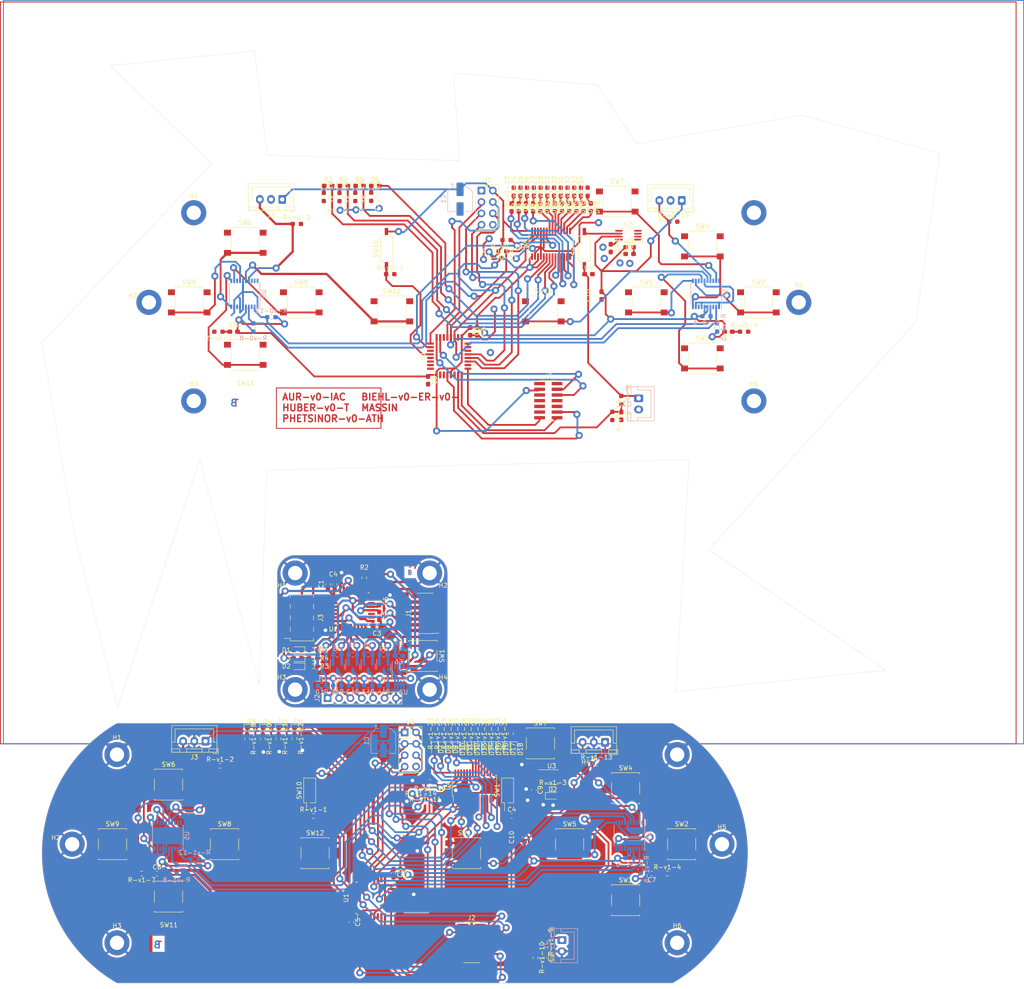
<source format=kicad_pcb>
(kicad_pcb (version 20221018) (generator pcbnew)
  (layers (0 "F.Cu" signal) (31 "B.Cu" signal) (34 "B.Paste" user) (35 "F.Paste" user) (36 "B.SilkS" user "B.Silkscreen") (37 "F.SilkS" user "F.Silkscreen") (38 "B.Mask" user) (39 "F.Mask" user) (44 "Edge.Cuts" user))
  (net 0 "")
  (net 1 "Glob_Alim-v0-")
  (net 2 "GND-v0-")
  (net 3 "POWER-v0-_CHECK-v0-")
  (net 4 "L-v0-i-ion-v0-")
  (net 5 "Net-(C7-Pad1)-v0-")
  (net 6 "Net-(C8-Pad1)-v0-")
  (net 7 "Net-(U3-BP)-v0-")
  (net 8 "Net-(D2-A)-v0-")
  (net 9 "Net-(D3-K)-v0-")
  (net 10 "Net-(D3-A)-v0-")
  (net 11 "Net-(D4-K)-v0-")
  (net 12 "Net-(D4-A)-v0-")
  (net 13 "Net-(D5-K)-v0-")
  (net 14 "Net-(D5-A)-v0-")
  (net 15 "Net-(D6-K)-v0-")
  (net 16 "Net-(D6-A)-v0-")
  (net 17 "Net-(D7-K)-v0-")
  (net 18 "Net-(D7-A)-v0-")
  (net 19 "Net-(D8-K)-v0-")
  (net 20 "Net-(D8-A)-v0-")
  (net 21 "Net-(D9-K)-v0-")
  (net 22 "Net-(D9-A)-v0-")
  (net 23 "Net-(D10-K)-v0-")
  (net 24 "Net-(D10-A)-v0-")
  (net 25 "Net-(D11-K)-v0-")
  (net 26 "Net-(D11-A)-v0-")
  (net 27 "Net-(D12-K)-v0-")
  (net 28 "Net-(D12-A)-v0-")
  (net 29 "Net-(D13-K)-v0-")
  (net 30 "Net-(D13-A)-v0-")
  (net 31 "Net-(D14-K)-v0-")
  (net 32 "Net-(D14-A)-v0-")
  (net 33 "Net-(D15-K)-v0-")
  (net 34 "Net-(D15-A)-v0-")
  (net 35 "Net-(D16-K)-v0-")
  (net 36 "Net-(D16-A)-v0-")
  (net 37 "Net-(D17-K)-v0-")
  (net 38 "Net-(D17-A)-v0-")
  (net 39 "Net-(D18-K)-v0-")
  (net 40 "Net-(D18-A)-v0-")
  (net 43 "SWDIO-v0-")
  (net 44 "SWDCK-v0-")
  (net 48 "R-v0-eset_Buton -v0-")
  (net 49 "USAR-v0-T2_R-v0-X-v0-")
  (net 50 "USAR-v0-T2_TX-v0-")
  (net 51 "R-v0-")
  (net 52 "L-v0-")
  (net 53 "NES{slash}SNES_switcher-v0-")
  (net 54 "DIO{slash}EX_CL-v0-K")
  (net 55 "DIO{slash}EX_SDA-v0-")
  (net 56 "DIODE_OE-v0-")
  (net 57 "Net-(#FL-v0-G05-pwr)")
  (net 58 "A_Button-v0-")
  (net 59 "B_Button-v0-")
  (net 60 "X_Button-v0-")
  (net 61 "Y_Button-v0-")
  (net 62 "UC_Button-v0-")
  (net 63 "Order_Search-v0-")
  (net 64 "L-v0-C_Button")
  (net 65 "R-v0-C_Button")
  (net 66 "DC_Button-v0-")
  (net 67 "ST_Button-v0-")
  (net 68 "SE_Button-v0-")
  (net 73 "Pin_Clock-v0-")
  (net 74 "Digital_Out_Put-v0-")
  (net 75 "MOSI-v0-")
  (net 79 "R-v0-X{slash}TX")
  (net 81 "CSN_nR-v0-F24")
  (net 99 "Glob_Alim-v1-")
  (net 100 "GND-v1-")
  (net 101 "POWER-v1-_CHECK-v1-")
  (net 102 "L-v1-i-ion-v1-")
  (net 103 "Net-(C7-Pad1)-v1-")
  (net 104 "Net-(C8-Pad1)-v1-")
  (net 105 "Net-(U3-BP)-v1-")
  (net 106 "Net-(D2-A)-v1-")
  (net 107 "Net-(D3-K)-v1-")
  (net 108 "Net-(D3-A)-v1-")
  (net 109 "Net-(D4-K)-v1-")
  (net 110 "Net-(D4-A)-v1-")
  (net 111 "Net-(D5-K)-v1-")
  (net 112 "Net-(D5-A)-v1-")
  (net 113 "Net-(D6-K)-v1-")
  (net 114 "Net-(D6-A)-v1-")
  (net 115 "Net-(D7-K)-v1-")
  (net 116 "Net-(D7-A)-v1-")
  (net 117 "Net-(D8-K)-v1-")
  (net 118 "Net-(D8-A)-v1-")
  (net 119 "Net-(D9-K)-v1-")
  (net 120 "Net-(D9-A)-v1-")
  (net 121 "Net-(D10-K)-v1-")
  (net 122 "Net-(D10-A)-v1-")
  (net 123 "Net-(D11-K)-v1-")
  (net 124 "Net-(D11-A)-v1-")
  (net 125 "Net-(D12-K)-v1-")
  (net 126 "Net-(D12-A)-v1-")
  (net 127 "Net-(D13-K)-v1-")
  (net 128 "Net-(D13-A)-v1-")
  (net 129 "Net-(D14-K)-v1-")
  (net 130 "Net-(D14-A)-v1-")
  (net 131 "Net-(D15-K)-v1-")
  (net 132 "Net-(D15-A)-v1-")
  (net 133 "Net-(D16-K)-v1-")
  (net 134 "Net-(D16-A)-v1-")
  (net 135 "Net-(D17-K)-v1-")
  (net 136 "Net-(D17-A)-v1-")
  (net 137 "Net-(D18-K)-v1-")
  (net 138 "Net-(D18-A)-v1-")
  (net 141 "SWDIO-v1-")
  (net 142 "SWDCK-v1-")
  (net 146 "R-v1-eset_Buton -v1-")
  (net 147 "USAR-v1-T2_R-v1-X-v1-")
  (net 148 "USAR-v1-T2_TX-v1-")
  (net 149 "R-v1-")
  (net 150 "L-v1-")
  (net 151 "NES{slash}SNES_switcher-v1-")
  (net 152 "DIO{slash}EX_CL-v1-K")
  (net 153 "DIO{slash}EX_SDA-v1-")
  (net 154 "DIODE_OE-v1-")
  (net 155 "Net-(#FL-v1-G05-pwr)")
  (net 156 "A_Button-v1-")
  (net 157 "B_Button-v1-")
  (net 158 "X_Button-v1-")
  (net 159 "Y_Button-v1-")
  (net 160 "UC_Button-v1-")
  (net 161 "Order_Search-v1-")
  (net 162 "L-v1-C_Button")
  (net 163 "R-v1-C_Button")
  (net 164 "DC_Button-v1-")
  (net 165 "ST_Button-v1-")
  (net 166 "SE_Button-v1-")
  (net 171 "Pin_Clock-v1-")
  (net 172 "Digital_Out_Put-v1-")
  (net 173 "MOSI-v1-")
  (net 177 "R-v1-X{slash}TX")
  (net 179 "CSN_nR-v1-F24")
  (net 197 "+5V-v2-")
  (net 198 "GND-v2-")
  (net 199 "+3.3V-v2-")
  (net 200 "Net-(D1-K)-v2-")
  (net 202 "Net-(D3-K)-v2-")
  (net 203 "Status_LED-v2-")
  (net 204 "Data_Clock_SNES-v2-")
  (net 205 "Data_Latch_SNES-v2-")
  (net 206 "Net-(D2-K)-v2-")
  (net 207 "Serial_Data1_SNES-v2-")
  (net 208 "Serial_Data2_SNES-v2-")
  (net 209 "SPI_Chip_Select-v2-")
  (net 210 "Chip_Enable-v2-")
  (net 211 "SPI_Digital_Input-v2-")
  (net 212 "SPI_Clock-v2-")
  (net 213 "SPI_Digital_Output-v2-")
  (net 214 "IOBit_SNES-v2-")
  (net 215 "Data_Clock_STM32-v2-")
  (net 216 "Data_Latch_STM32-v2-")
  (net 217 "Appairing_Btn-v2-")
  (net 218 "Net-(U2-BP)-v2-")
  (net 219 "SWDIO-v2-")
  (net 220 "SWDCK-v2-")
  (net 223 "NRST-v2-")
  (net 224 "USART2_RX-v2-")
  (net 225 "USART2_TX-v2-")
  (net 226 "Serial_Data1_STM32-v2-")
  (net 227 "IOBit_STM32-v2-")
  (net 228 "Serial_Data2_STM32-v2-")
  (footprint "Diode_SMD:D_0603_1608Metric_Pad1.05x0.95mm_HandSolder" (layer "F.Cu") (at 58.26875 136.75 180)
    (fp_text reference "D3")
    (fp_text value "LED")
  )
  (footprint "R-v0-esistor_SMD:R-v0-_0603_1608Metric_Pad0.98x0.95mm_HandSolder" (layer "F.Cu") (at 157.924448 63.893577)
    (fp_text reference "R-v0-4")
    (fp_text value "1k")
  )
  (footprint "Connector_PinHeader_2.54mm:PinHeader_1x07_P2.54mm_Vertical" (layer "F.Cu") (at 65 145.65 90)
    (fp_text reference "J2")
    (fp_text value "Conn_01x07_Socket")
  )
  (footprint "L-v0-ED_SMD:L-v0-ED_0603_1608Metric_Pad1.05x0.95mm_HandSolder" (layer "F.Cu") (at 65.112424 31.343577)
    (fp_text reference "D3")
    (fp_text value "G1")
  )
  (footprint "R-v1-esistor_SMD:R-v1-_0603_1608Metric_Pad0.98x0.95mm_HandSolder" (layer "F.Cu") (at 98.388222 153.5625 90)
    (fp_text reference "R-v1-29")
    (fp_text value "1K")
  )
  (footprint "R-v1-esistor_SMD:R-v1-_0603_1608Metric_Pad0.98x0.95mm_HandSolder" (layer "F.Cu") (at 105.888222 153.5625 90)
    (fp_text reference "R-v1-34")
    (fp_text value "1K")
  )
  (footprint "MountingHole:MountingHole_3.2mm_M3_DIN965_Pad" (layer "F.Cu") (at 35.112424 79.343577)
    (fp_text reference "H3")
    (fp_text value "MountingHole_Pad")
  )
  (footprint "L-v1-ED_SMD:L-v1-ED_0603_1608Metric_Pad1.05x0.95mm_HandSolder" (layer "F.Cu") (at 58.488222 152.25)
    (fp_text reference "D6")
    (fp_text value "G4")
  )
  (footprint "Connector_JST:JST_XH_B3B-XH-A_1x03_P2.50mm_Vertical" (layer "F.Cu") (at 54.862424 34.368577 180)
    (fp_text reference "J3")
    (fp_text value "Conn_01x03")
  )
  (footprint "L-v0-ED_SMD:L-v0-ED_0603_1608Metric_Pad1.05x0.95mm_HandSolder" (layer "F.Cu") (at 117.287424 36.143577 -90)
    (fp_text reference "D14")
    (fp_text value "O4")
  )
  (footprint "MountingHole:MountingHole_3.2mm_M3_DIN965_Pad" (layer "F.Cu") (at 57.75 117.75)
    (fp_text reference "H1")
    (fp_text value "MountingHole_Pad")
  )
  (footprint "Button_Switch_SMD:SW_SPST_B3S-1000" (layer "F.Cu") (at 118.988222 178.25)
    (fp_text reference "SW5")
    (fp_text value "SW_Push")
  )
  (footprint "L-v0-ED_SMD:L-v0-ED_0603_1608Metric_Pad1.05x0.95mm_HandSolder" (layer "F.Cu") (at 114.072424 36.156077 -90)
    (fp_text reference "D12")
    (fp_text value "O2")
  )
  (footprint "Capacitor_SMD:C_0603_1608Metric_Pad1.08x0.95mm_HandSolder" (layer "F.Cu") (at 137.300246 184.8 180)
    (fp_text reference "C7")
    (fp_text value "100nF")
  )
  (footprint "Capacitor_SMD:C_0603_1608Metric_Pad1.08x0.95mm_HandSolder" (layer "F.Cu") (at 26.896198 184.8)
    (fp_text reference "C8")
    (fp_text value "100nF")
  )
  (footprint "R-v0-esistor_SMD:R-v0-_0603_1608Metric_Pad0.98x0.95mm_HandSolder" (layer "F.Cu") (at 117.012424 32.656077 90)
    (fp_text reference "R-v0-30")
    (fp_text value "1K")
  )
  (footprint "R-v1-esistor_SMD:R-v1-_0603_1608Metric_Pad0.98x0.95mm_HandSolder" (layer "F.Cu") (at 87.798222 164.35 180)
    (fp_text reference "R-v1-16")
    (fp_text value "10K")
  )
  (footprint "Button_Switch_SMD:SW_SPST_B3S-1000" (layer "F.Cu") (at 148.612424 44.843577)
    (fp_text reference "SW4")
    (fp_text value "SW_Push")
  )
  (footprint "R-v0-esistor_SMD:R-v0-_0603_1608Metric_Pad0.98x0.95mm_HandSolder" (layer "F.Cu") (at 114.012424 32.656077 90)
    (fp_text reference "R-v0-28")
    (fp_text value "1K")
  )
  (footprint "R-v1-esistor_SMD:R-v1-_0603_1608Metric_Pad0.98x0.95mm_HandSolder" (layer "F.Cu") (at 61.838222 171.95)
    (fp_text reference "R-v1-1")
    (fp_text value "1K")
  )
  (footprint "R-v0-esistor_SMD:R-v0-_0603_1608Metric_Pad0.98x0.95mm_HandSolder" (layer "F.Cu") (at 40.6204 63.893577 180)
    (fp_text reference "R-v0-7")
    (fp_text value "1k")
  )
  (footprint "Capacitor_SMD:C_0603_1608Metric_Pad1.08x0.95mm_HandSolder" (layer "F.Cu") (at 70.290222 195.644 -90)
    (fp_text reference "C5")
    (fp_text value "100n")
  )
  (footprint "L-v1-ED_SMD:L-v1-ED_0603_1608Metric_Pad1.05x0.95mm_HandSolder" (layer "F.Cu") (at 100.163222 157.05 -90)
    (fp_text reference "D14")
    (fp_text value "O4")
  )
  (footprint "Button_Switch_SMD:SW_DIP_SPSTx01_Slide_Copal_CHS-01B_W7.62mm_P1.27mm" (layer "F.Cu") (at 78.112424 45.343577 90)
    (fp_text reference "SW10")
    (fp_text value "SW_DIP_x01")
  )
  (footprint "R-v1-esistor_SMD:R-v1-_0603_1608Metric_Pad0.98x0.95mm_HandSolder" (layer "F.Cu") (at 113.388222 200.05 -90)
    (fp_text reference "R-v1-9")
    (fp_text value "1M")
  )
  (footprint "Diode_SMD:D_0603_1608Metric_Pad1.05x0.95mm_HandSolder" (layer "F.Cu") (at 58.26875 138.55 180)
    (fp_text reference "D2")
    (fp_text value "LED_Small")
  )
  (footprint "L-v0-ED_SMD:L-v0-ED_0603_1608Metric_Pad1.05x0.95mm_HandSolder" (layer "F.Cu") (at 106.037424 36.168577 -90)
    (fp_text reference "D7")
    (fp_text value "G5")
  )
  (footprint "Button_Switch_SMD:SW_DIP_SPSTx01_Slide_Copal_CHS-01B_W7.62mm_P1.27mm" (layer "F.Cu") (at 60.988222 166.25 90)
    (fp_text reference "SW10")
    (fp_text value "SW_DIP_x01")
  )
  (footprint "L-v1-ED_SMD:L-v1-ED_0603_1608Metric_Pad1.05x0.95mm_HandSolder" (layer "F.Cu") (at 101.763222 157.05 -90)
    (fp_text reference "D15")
    (fp_text value "R-v1-1")
  )
  (footprint "L-v1-ED_SMD:L-v1-ED_0603_1608Metric_Pad1.05x0.95mm_HandSolder" (layer "F.Cu") (at 106.588222 157.05 -90)
    (fp_text reference "D18")
    (fp_text value "R-v1-4")
  )
  (footprint "Resistor_SMD:R_0603_1608Metric_Pad0.98x0.95mm_HandSolder" (layer "F.Cu") (at 73.17 118.82 90)
    (fp_text reference "R2")
    (fp_text value "10k")
  )
  (footprint "L-v1-ED_SMD:L-v1-ED_0603_1608Metric_Pad1.05x0.95mm_HandSolder" (layer "F.Cu") (at 47.988222 152.25)
    (fp_text reference "D3")
    (fp_text value "G1")
  )
  (footprint "R-v0-esistor_SMD:R-v0-_0603_1608Metric_Pad0.98x0.95mm_HandSolder" (layer "F.Cu") (at 121.512424 32.656077 90)
    (fp_text reference "R-v0-33")
    (fp_text value "1K")
  )
  (footprint "MountingHole:MountingHole_3.2mm_M3_DIN965_Pad" (layer "F.Cu") (at 152.988222 178.25)
    (fp_text reference "H5")
    (fp_text value "MountingHole_Pad")
  )
  (footprint "R-v1-esistor_SMD:R-v1-_0603_1608Metric_Pad0.98x0.95mm_HandSolder" (layer "F.Cu") (at 104.388222 153.5625 90)
    (fp_text reference "R-v1-33")
    (fp_text value "1K")
  )
  (footprint "R-v1-esistor_SMD:R-v1-_0603_1608Metric_Pad0.98x0.95mm_HandSolder" (layer "F.Cu") (at 47.013222 154.725 -90)
    (fp_text reference "R-v1-18")
    (fp_text value "1K")
  )
  (footprint "R-v1-esistor_SMD:R-v1-_0603_1608Metric_Pad0.98x0.95mm_HandSolder" (layer "F.Cu") (at 101.388222 153.5625 90)
    (fp_text reference "R-v1-31")
    (fp_text value "1K")
  )
  (footprint "L-v0-ED_SMD:L-v0-ED_0603_1608Metric_Pad1.05x0.95mm_HandSolder" (layer "F.Cu") (at 132.372424 46.543577)
    (fp_text reference "D2")
    (fp_text value "L-v0-ED_Small")
  )
  (footprint "L-v1-ED_SMD:L-v1-ED_0603_1608Metric_Pad1.05x0.95mm_HandSolder" (layer "F.Cu") (at 96.948222 157.0625 -90)
    (fp_text reference "D12")
    (fp_text value "O2")
  )
  (footprint "R-v1-esistor_SMD:R-v1-_0603_1608Metric_Pad0.98x0.95mm_HandSolder" (layer "F.Cu") (at 90.888222 153.5625 90)
    (fp_text reference "R-v1-24")
    (fp_text value "1K")
  )
  (footprint "Button_Switch_SMD:SW_SPST_B3S-1000" (layer "F.Cu") (at 86.25 136.25 180)
    (fp_text reference "SW1")
    (fp_text value "SW_SPST")
  )
  (footprint "Capacitor_SMD:C_0603_1608Metric_Pad1.08x0.95mm_HandSolder" (layer "F.Cu") (at 81.212222 184.722 -90)
    (fp_text reference "C6")
    (fp_text value "10u")
  )
  (footprint "R-v1-esistor_SMD:R-v1-_0603_1608Metric_Pad0.98x0.95mm_HandSolder" (layer "F.Cu") (at 54.038222 154.725 -90)
    (fp_text reference "R-v1-21")
    (fp_text value "1K")
  )
  (footprint "Button_Switch_SMD:SW_SPST_B3S-1000" (layer "F.Cu") (at 46.612424 69.043577)
    (fp_text reference "SW11")
    (fp_text value "SW_Push")
  )
  (footprint "Button_Switch_SMD:SW_SPST_B3S-1000" (layer "F.Cu") (at 16.988222 178.25)
    (fp_text reference "SW9")
    (fp_text value "SW_Push")
  )
  (footprint "Button_Switch_SMD:SW_SPST_B3S-1000" (layer "F.Cu") (at 136.112424 57.343577)
    (fp_text reference "SW5")
    (fp_text value "SW_Push")
  )
  (footprint "Button_Switch_SMD:SW_SPST_B3S-1000" (layer "F.Cu") (at 59.112424 57.343577)
    (fp_text reference "SW8")
    (fp_text value "SW_Push")
  )
  (footprint "MountingHole:MountingHole_3.2mm_M3_DIN965_Pad" (layer "F.Cu") (at 142.988222 158.25)
    (fp_text reference "H4")
    (fp_text value "MountingHole_Pad")
  )
  (footprint "Resistor_SMD:R_0603_1608Metric_Pad0.98x0.95mm_HandSolder" (layer "F.Cu") (at 61.76875 134.95)
    (fp_text reference "R1")
    (fp_text value "1k")
  )
  (footprint "MountingHole:MountingHole_3.2mm_M3_DIN965_Pad" (layer "F.Cu") (at 35.112424 37.343577)
    (fp_text reference "H1")
    (fp_text value "MountingHole_Pad")
  )
  (footprint "Capacitor_SMD:C_0603_1608Metric_Pad1.08x0.95mm_HandSolder" (layer "F.Cu") (at 154.424448 63.893577 180)
    (fp_text reference "C7")
    (fp_text value "100nF")
  )
  (footprint "R-v0-esistor_SMD:R-v0-_0603_1608Metric_Pad0.98x0.95mm_HandSolder" (layer "F.Cu") (at 132.372424 45.019577)
    (fp_text reference "R-v0-3")
    (fp_text value "1K")
  )
  (footprint "Connector_PinHeader_1.27mm:PinHeader_2x07_P1.27mm_Vertical_SMD" (layer "F.Cu") (at 86.75 126.75 180)
    (fp_text reference "J1")
    (fp_text value "Conn_02x07_Odd_Even")
  )
  (footprint "L-v1-ED_SMD:L-v1-ED_0603_1608Metric_Pad1.05x0.95mm_HandSolder" (layer "F.Cu") (at 93.713222 157.075 -90)
    (fp_text reference "D10")
    (fp_text value "G8")
  )
  (footprint "L-v0-ED_SMD:L-v0-ED_0603_1608Metric_Pad1.05x0.95mm_HandSolder" (layer "F.Cu") (at 110.837424 36.168577 -90)
    (fp_text reference "D10")
    (fp_text value "G8")
  )
  (footprint "L-v1-ED_SMD:L-v1-ED_0603_1608Metric_Pad1.05x0.95mm_HandSolder" (layer "F.Cu") (at 95.313222 157.075 -90)
    (fp_text reference "D11")
    (fp_text value "O1")
  )
  (footprint "L-v0-ED_SMD:L-v0-ED_0603_1608Metric_Pad1.05x0.95mm_HandSolder" (layer "F.Cu") (at 75.612424 31.343577)
    (fp_text reference "D6")
    (fp_text value "G4")
  )
  (footprint "L-v0-ED_SMD:L-v0-ED_0603_1608Metric_Pad1.05x0.95mm_HandSolder" (layer "F.Cu") (at 115.687424 36.143577 -90)
    (fp_text reference "D13")
    (fp_text value "O3")
  )
  (footprint "Connector_PinHeader_1.27mm:PinHeader_2x07_P1.27mm_Vertical_SMD" (layer "F.Cu") (at 97.113222 200.19)
    (fp_text reference "J2")
    (fp_text value "Conn_02x07_Odd_Even")
  )
  (footprint "MountingHole:MountingHole_3.2mm_M3_DIN965_Pad" (layer "F.Cu") (at 7.988222 178.25)
    (fp_text reference "H2")
    (fp_text value "MountingHole_Pad")
  )
  (footprint "R-v0-esistor_SMD:R-v0-_0603_1608Metric_Pad0.98x0.95mm_HandSolder" (layer "F.Cu") (at 112.512424 32.656077 90)
    (fp_text reference "R-v0-27")
    (fp_text value "1K")
  )
  (footprint "Capacitor_SMD:C_0603_1608Metric_Pad1.08x0.95mm_HandSolder" (layer "F.Cu") (at 106.083222 171.95)
    (fp_text reference "C4")
    (fp_text value "1u")
  )
  (footprint "L-v1-ED_SMD:L-v1-ED_0603_1608Metric_Pad1.05x0.95mm_HandSolder" (layer "F.Cu") (at 92.113222 157.075 -90)
    (fp_text reference "D9")
    (fp_text value "G7")
  )
  (footprint "L-v0-ED_SMD:L-v0-ED_0603_1608Metric_Pad1.05x0.95mm_HandSolder" (layer "F.Cu") (at 68.612424 31.343577)
    (fp_text reference "D4")
    (fp_text value "G2")
  )
  (footprint "Capacitor_SMD:C_0603_1608Metric_Pad1.08x0.95mm_HandSolder" (layer "F.Cu") (at 76.51 124 90)
    (fp_text reference "C5")
    (fp_text value "100n")
  )
  (footprint "Connector_PinSocket_2.54mm:PinSocket_2x04_P2.54mm_Vertical_SMD" (layer "F.Cu") (at 59.25 127.75 180)
    (fp_text reference "J3")
    (fp_text value "Conn_01x08_Socket")
  )
  (footprint "L-v1-ED_SMD:L-v1-ED_0603_1608Metric_Pad1.05x0.95mm_HandSolder" (layer "F.Cu") (at 115.248222 167.45)
    (fp_text reference "D2")
    (fp_text value "L-v1-ED_Small")
  )
  (footprint "MountingHole:MountingHole_3.2mm_M3_DIN965_Pad" (layer "F.Cu") (at 17.988222 200.25)
    (fp_text reference "H3")
    (fp_text value "MountingHole_Pad")
  )
  (footprint "MountingHole:MountingHole_3.2mm_M3_DIN965_Pad" (layer "F.Cu") (at 25.112424 57.343577)
    (fp_text reference "H2")
    (fp_text value "MountingHole_Pad")
  )
  (footprint "Button_Switch_SMD:SW_SPST_B3S-1000" (layer "F.Cu") (at 131.488222 190.75)
    (fp_text reference "SW3")
    (fp_text value "SW_Push")
  )
  (footprint "R-v0-esistor_SMD:R-v0-_0603_1608Metric_Pad0.98x0.95mm_HandSolder" (layer "F.Cu") (at 106.512424 32.656077 90)
    (fp_text reference "R-v0-23")
    (fp_text value "1K")
  )
  (footprint "R-v0-esistor_SMD:R-v0-_0603_1608Metric_Pad0.98x0.95mm_HandSolder" (layer "F.Cu") (at 64.137424 33.818577 -90)
    (fp_text reference "R-v0-18")
    (fp_text value "1K")
  )
  (footprint "R-v0-esistor_SMD:R-v0-_0603_1608Metric_Pad0.98x0.95mm_HandSolder" (layer "F.Cu") (at 109.482424 32.656077 90)
    (fp_text reference "R-v0-25")
    (fp_text value "1K")
  )
  (footprint "R-v1-esistor_SMD:R-v1-_0603_1608Metric_Pad0.98x0.95mm_HandSolder" (layer "F.Cu") (at 124.988222 160.25)
    (fp_text reference "R-v1-13")
    (fp_text value "1K")
  )
  (footprint "R-v0-esistor_SMD:R-v0-_0603_1608Metric_Pad0.98x0.95mm_HandSolder" (layer "F.Cu") (at 118.512424 32.656077 90)
    (fp_text reference "R-v0-31")
    (fp_text value "1K")
  )
  (footprint "MountingHole:MountingHole_3.2mm_M3_DIN965_Pad" (layer "F.Cu") (at 160.112424 79.343577)
    (fp_text reference "H6")
    (fp_text value "MountingHole_Pad")
  )
  (footprint "Button_Switch_SMD:SW_SPST_B3S-1000" (layer "F.Cu") (at 41.988222 178.25)
    (fp_text reference "SW8")
    (fp_text value "SW_Push")
  )
  (footprint "Connector_PinHeader_2.54mm:PinHeader_2x04_P2.54mm_Vertical" (layer "F.Cu") (at 99.312424 32.403577)
    (fp_text reference "U2")
    (fp_text value "nR-v0-F24_Full")
  )
  (footprint "L-v0-ED_SMD:L-v0-ED_0603_1608Metric_Pad1.05x0.95mm_HandSolder" (layer "F.Cu") (at 107.636424 36.168577 -90)
    (fp_text reference "D8")
    (fp_text value "G6")
  )
  (footprint "R-v0-esistor_SMD:R-v0-_0603_1608Metric_Pad0.98x0.95mm_HandSolder" (layer "F.Cu") (at 103.922424 45.943577 180)
    (fp_text reference "R-v0-11")
    (fp_text value "10K")
  )
  (footprint "Package_QFP:L-v1-QFP-32_7x7mm_P0.8mm" (layer "F.Cu") (at 74.988222 190.25 90)
    (fp_text reference "U1")
    (fp_text value "STM32L-v1-412KBTx")
  )
  (footprint "Button_Switch_SMD:SW_SPST_B3S-1000" (layer "F.Cu") (at 79.322424 59.343577)
    (fp_text reference "SW12")
    (fp_text value "SW_Push")
  )
  (footprint "R-v0-esistor_SMD:R-v0-_0603_1608Metric_Pad0.98x0.95mm_HandSolder" (layer "F.Cu") (at 102.922424 47.443577)
    (fp_text reference "R-v0-14")
    (fp_text value "10K")
  )
  (footprint "Button_Switch_SMD:SW_SPST_B3S-1000" (layer "F.Cu") (at 131.488222 165.75)
    (fp_text reference "SW4")
    (fp_text value "SW_Push")
  )
  (footprint "R-v1-esistor_SMD:R-v1-_0603_1608Metric_Pad0.98x0.95mm_HandSolder" (layer "F.Cu") (at 23.496198 184.8 180)
    (fp_text reference "R-v1-7")
    (fp_text value "1k")
  )
  (footprint "Button_Switch_SMD:SW_SPST_B3S-1000" (layer "F.Cu") (at 148.612424 69.843577)
    (fp_text reference "SW3")
    (fp_text value "SW_Push")
  )
  (footprint "MountingHole:MountingHole_3.2mm_M3_DIN965_Pad" (layer "F.Cu") (at 160.112424 37.343577)
    (fp_text reference "H4")
    (fp_text value "MountingHole_Pad")
  )
  (footprint "Capacitor_SMD:C_0603_1608Metric_Pad1.08x0.95mm_HandSolder" (layer "F.Cu") (at 111.038222 166.15 -90)
    (fp_text reference "C9")
    (fp_text value "470p")
  )
  (footprint "Button_Switch_SMD:SW_SPST_B3S-1000" (layer "F.Cu") (at 29.488222 164.95)
    (fp_text reference "SW6")
    (fp_text value "SW_Push")
  )
  (footprint "Capacitor_SMD:C_0603_1608Metric_Pad1.08x0.95mm_HandSolder" (layer "F.Cu") (at 126.107424 55.826077 -90)
    (fp_text reference "C10")
    (fp_text value "100nF")
  )
  (footprint "Capacitor_SMD:C_0603_1608Metric_Pad1.08x0.95mm_HandSolder" (layer "F.Cu") (at 66.55 120.25 90)
    (fp_text reference "C4")
    (fp_text value "100n")
  )
  (footprint "Capacitor_SMD:C_0603_1608Metric_Pad1.08x0.95mm_HandSolder" (layer "F.Cu") (at 128.162424 45.243577 -90)
    (fp_text reference "C9")
    (fp_text value "470p")
  )
  (footprint "MountingHole:MountingHole_3.2mm_M3_DIN965_Pad" (layer "F.Cu") (at 142.988222 200.25)
    (fp_text reference "H6")
    (fp_text value "MountingHole_Pad")
  )
  (footprint "L-v1-ED_SMD:L-v1-ED_0603_1608Metric_Pad1.05x0.95mm_HandSolder" (layer "F.Cu") (at 51.488222 152.25)
    (fp_text reference "D4")
    (fp_text value "G2")
  )
  (footprint "R-v1-esistor_SMD:R-v1-_0603_1608Metric_Pad0.98x0.95mm_HandSolder" (layer "F.Cu") (at 92.358222 153.5625 90)
    (fp_text reference "R-v1-25")
    (fp_text value "1K")
  )
  (footprint "Connector_JST:JST_XH_B3B-XH-A_1x03_P2.50mm_Vertical" (layer "F.Cu") (at 126.892222 155.512 180)
    (fp_text reference "J4")
    (fp_text value "Conn_01x03")
  )
  (footprint "Package_QFP:LQFP-32_7x7mm_P0.8mm" (layer "F.Cu") (at 70.6 125.65 180)
    (fp_text reference "U1")
    (fp_text value "STM32L412KBTx")
  )
  (footprint "Connector_JST:JST_XH_B3B-XH-A_1x03_P2.50mm_Vertical" (layer "F.Cu") (at 37.738222 155.275 180)
    (fp_text reference "J3")
    (fp_text value "Conn_01x03")
  )
  (footprint "R-v1-esistor_SMD:R-v1-_0603_1608Metric_Pad0.98x0.95mm_HandSolder" (layer "F.Cu") (at 115.248222 165.926)
    (fp_text reference "R-v1-3")
    (fp_text value "1K")
  )
  (footprint "R-v1-esistor_SMD:R-v1-_0603_1608Metric_Pad0.98x0.95mm_HandSolder" (layer "F.Cu") (at 86.798222 166.85 180)
    (fp_text reference "R-v1-11")
    (fp_text value "10K")
  )
  (footprint "R-v0-esistor_SMD:R-v0-_0603_1608Metric_Pad0.98x0.95mm_HandSolder" (layer "F.Cu") (at 74.712424 33.768577 -90)
    (fp_text reference "R-v0-22")
    (fp_text value "1K")
  )
  (footprint "L-v1-ED_SMD:L-v1-ED_0603_1608Metric_Pad1.05x0.95mm_HandSolder" (layer "F.Cu") (at 54.988222 152.25)
    (fp_text reference "D5")
    (fp_text value "G3")
  )
  (footprint "Button_Switch_SMD:SW_SPST_B3S-1000" (layer "F.Cu") (at 34.112424 57.343577)
    (fp_text reference "SW9")
    (fp_text value "SW_Push")
  )
  (footprint "Button_Switch_SMD:SW_SPST_B3S-1000" (layer "F.Cu") (at 29.488222 189.95)
    (fp_text reference "SW11")
    (fp_text value "SW_Push")
  )
  (footprint "MountingHole:MountingHole_3.2mm_M3_DIN965_Pad" (layer "F.Cu") (at 87.75 117.75)
    (fp_text reference "H2")
    (fp_text value "MountingHole_Pad")
  )
  (footprint "Capacitor_SMD:C_0603_1608Metric_Pad1.08x0.95mm_HandSolder" (layer "F.Cu") (at 76.51 127.3025 90)
    (fp_text reference "C2")
    (fp_text value "100n")
  )
  (footprint "R-v0-esistor_SMD:R-v0-_0603_1608Metric_Pad0.98x0.95mm_HandSolder" (layer "F.Cu") (at 111.012424 32.656077 90)
    (fp_text reference "R-v0-26")
    (fp_text value "1K")
  )
  (footprint "R-v1-esistor_SMD:R-v1-_0603_1608Metric_Pad0.98x0.95mm_HandSolder" (layer "F.Cu") (at 85.798222 168.35)
    (fp_text reference "R-v1-14")
    (fp_text value "10K")
  )
  (footprint "Package_SO:TSSOP-28_4.4x9.7mm_P0.65mm" (layer "F.Cu") (at 97.722222 165.164 90)
    (fp_text reference "U4")
    (fp_text value "PCA9685PW")
  )
  (footprint "Capacitor_SMD:C_0603_1608Metric_Pad1.08x0.95mm_HandSolder" (layer "F.Cu") (at 130.512424 82.681077 -90)
    (fp_text reference "C2")
    (fp_text value "1nF")
  )
  (footprint "Button_Switch_SMD:SW_SPST_B3S-1000" (layer "F.Cu") (at 62.198222 180.25)
    (fp_text reference "SW12")
    (fp_text value "SW_Push")
  )
  (footprint "L-v1-ED_SMD:L-v1-ED_0603_1608Metric_Pad1.05x0.95mm_HandSolder" (layer "F.Cu") (at 90.512222 157.075 -90)
    (fp_text reference "D8")
    (fp_text value "G6")
  )
  (footprint "Button_Switch_SMD:SW_SPST_B3S-1000" (layer "F.Cu") (at 46.612424 44.043577)
    (fp_text reference "SW6")
    (fp_text value "SW_Push")
  )
  (footprint "R-v0-esistor_SMD:R-v0-_0603_1608Metric_Pad0.98x0.95mm_HandSolder" (layer "F.Cu") (at 142.112424 39.343577)
    (fp_text reference "R-v0-13")
    (fp_text value "1K")
  )
  (footprint "Capacitor_SMD:C_0603_1608Metric_Pad1.08x0.95mm_HandSolder" (layer "F.Cu") (at 87.414424 74.737577 -90)
    (fp_text reference "C5")
    (fp_text value "100n")
  )
  (footprint "MountingHole:MountingHole_3.2mm_M3_DIN965_Pad" (layer "F.Cu") (at 17.988222 158.25)
    (fp_text reference "H1")
    (fp_text value "MountingHole_Pad")
  )
  (footprint "R-v0-esistor_SMD:R-v0-_0603_1608Metric_Pad0.98x0.95mm_HandSolder" (layer "F.Cu") (at 71.162424 33.818577 -90)
    (fp_text reference "R-v0-21")
    (fp_text value "1K")
  )
  (footprint "L-v0-ED_SMD:L-v0-ED_0603_1608Metric_Pad1.05x0.95mm_HandSolder" (layer "F.Cu") (at 112.437424 36.168577 -90)
    (fp_text reference "D11")
    (fp_text value "O1")
  )
  (footprint "Diode_SMD:D_0603_1608Metric_Pad1.05x0.95mm_HandSolder" (layer "F.Cu") (at 58.26875 134.95 180)
    (fp_text reference "D1")
    (fp_text value "LED_Small")
  )
  (footprint "Resistor_SMD:R_0603_1608Metric_Pad0.98x0.95mm_HandSolder" (layer "F.Cu") (at 61.76875 138.55)
    (fp_text reference "R3")
    (fp_text value "1k")
  )
  (footprint "Button_Switch_SMD:SW_SPST_B3S-1000" (layer "F.Cu") (at 129.612424 34.843577)
    (fp_text reference "SW7")
    (fp_text value "SW_SPST")
  )
  (footprint "R-v0-esistor_SMD:R-v0-_0603_1608Metric_Pad0.98x0.95mm_HandSolder" (layer "F.Cu") (at 104.922424 43.443577 180)
    (fp_text reference "R-v0-16")
    (fp_text value "10K")
  )
  (footprint "L-v0-ED_SMD:L-v0-ED_0603_1608Metric_Pad1.05x0.95mm_HandSolder" (layer "F.Cu") (at 120.487424 36.143577 -90)
    (fp_text reference "D16")
    (fp_text value "R-v0-2")
  )
  (footprint "R-v0-esistor_SMD:R-v0-_0603_1608Metric_Pad0.98x0.95mm_HandSolder" (layer "F.Cu") (at 58.112424 39.843577)
    (fp_text reference "R-v0-2")
    (fp_text value "1K")
  )
  (footprint "Package_SO:MSOP-8_3x3mm_P0.65mm" (layer "F.Cu") (at 114.988222 163.25)
    (fp_text reference "U3")
    (fp_text value "MIC5219-3.3YMM")
  )
  (footprint "Package_QFP:L-v0-QFP-32_7x7mm_P0.8mm" (layer "F.Cu") (at 92.112424 69.343577 90)
    (fp_text reference "U1")
    (fp_text value "STM32L-v0-412KBTx")
  )
  (footprint "MountingHole:MountingHole_3.2mm_M3_DIN965_Pad" (layer "F.Cu") (at 87.75 143.75)
    (fp_text reference "H4")
    (fp_text value "MountingHole_Pad")
  )
  (footprint "Button_Switch_SMD:SW_SPST_B3S-1000" (layer "F.Cu") (at 95.988222 180.25)
    (fp_text reference "SW13")
    (fp_text value "SW_Push")
  )
  (footprint "R-v1-esistor_SMD:R-v1-_0603_1608Metric_Pad0.98x0.95mm_HandSolder" (layer "F.Cu") (at 102.888222 153.5625 90)
    (fp_text reference "R-v1-32")
    (fp_text value "1K")
  )
  (footprint "L-v0-ED_SMD:L-v0-ED_0603_1608Metric_Pad1.05x0.95mm_HandSolder" (layer "F.Cu") (at 118.887424 36.143577 -90)
    (fp_text reference "D15")
    (fp_text value "R-v0-1")
  )
  (footprint "Capacitor_SMD:C_0603_1608Metric_Pad1.08x0.95mm_HandSolder" (layer "F.Cu") (at 96.812424 63.815577 -90)
    (fp_text reference "C3")
    (fp_text value "100n")
  )
  (footprint "R-v0-esistor_SMD:R-v0-_0603_1608Metric_Pad0.98x0.95mm_HandSolder" (layer "F.Cu") (at 115.512424 32.656077 90)
    (fp_text reference "R-v0-29")
    (fp_text value "1K")
  )
  (footprint "R-v0-esistor_SMD:R-v0-_0603_1608Metric_Pad0.98x0.95mm_HandSolder" (layer "F.Cu") (at 123.012424 32.656077 90)
    (fp_text reference "R-v0-34")
    (fp_text value "1K")
  )
  (footprint "Button_Switch_SMD:SW_SPST_B3S-1000" (layer "F.Cu") (at 112.488222 155.75)
    (fp_text reference "SW7")
    (fp_text value "SW_SPST")
  )
  (footprint "Resistor_SMD:R_0603_1608Metric_Pad0.98x0.95mm_HandSolder" (layer "F.Cu") (at 61.76875 136.75)
    (fp_text reference "R4")
    (fp_text value "1k")
  )
  (footprint "R-v1-esistor_SMD:R-v1-_0603_1608Metric_Pad0.98x0.95mm_HandSolder" (layer "F.Cu") (at 57.588222 154.675 -90)
    (fp_text reference "R-v1-22")
    (fp_text value "1K")
  )
  (footprint "L-v1-ED_SMD:L-v1-ED_0603_1608Metric_Pad1.05x0.95mm_HandSolder" (layer "F.Cu") (at 88.913222 157.075 -90)
    (fp_text reference "D7")
    (fp_text value "G5")
  )
  (footprint "L-v1-ED_SMD:L-v1-ED_0603_1608Metric_Pad1.05x0.95mm_HandSolder" (layer "F.Cu") (at 98.563222 157.05 -90)
    (fp_text reference "D13")
    (fp_text value "O3")
  )
  (footprint "L-v0-ED_SMD:L-v0-ED_0603_1608Metric_Pad1.05x0.95mm_HandSolder" (layer "F.Cu") (at 109.237424 36.168577 -90)
    (fp_text reference "D9")
    (fp_text value "G7")
  )
  (footprint "Connector_JST:JST_XH_B3B-XH-A_1x03_P2.50mm_Vertical" (layer "F.Cu") (at 144.016424 34.605577 180)
    (fp_text reference "J4")
    (fp_text value "Conn_01x03")
  )
  (footprint "Button_Switch_SMD:SW_SPST_B3S-1000" (layer "F.Cu") (at 143.988222 178.25)
    (fp_text reference "SW2")
    (fp_text value "SW_Push")
  )
  (footprint "R-v1-esistor_SMD:R-v1-_0603_1608Metric_Pad0.98x0.95mm_HandSolder" (layer "F.Cu") (at 93.888222 153.5625 90)
    (fp_text reference "R-v1-26")
    (fp_text value "1K")
  )
  (footprint "Capacitor_SMD:C_0603_1608Metric_Pad1.08x0.95mm_HandSolder" (layer "F.Cu") (at 76.0025 129.69)
    (fp_text reference "C3")
    (fp_text value "100n")
  )
  (footprint "R-v0-esistor_SMD:R-v0-_0603_1608Metric_Pad0.98x0.95mm_HandSolder" (layer "F.Cu") (at 78.962424 51.043577)
    (fp_text reference "R-v0-1")
    (fp_text value "1K")
  )
  (footprint "R-v1-esistor_SMD:R-v1-_0603_1608Metric_Pad0.98x0.95mm_HandSolder" (layer "F.Cu") (at 99.888222 153.5625 90)
    (fp_text reference "R-v1-30")
    (fp_text value "1K")
  )
  (footprint "R-v1-esistor_SMD:R-v1-_0603_1608Metric_Pad0.98x0.95mm_HandSolder" (layer "F.Cu") (at 89.388222 153.5625 90)
    (fp_text reference "R-v1-23")
    (fp_text value "1K")
  )
  (footprint "Button_Switch_SMD:SW_DIP_SPSTx01_Slide_Copal_CHS-01B_W7.62mm_P1.27mm" (layer "F.Cu") (at 105.158222 166.25 90)
    (fp_text reference "SW1")
    (fp_text value "SW_DIP_x01")
  )
  (footprint "Capacitor_SMD:C_0603_1608Metric_Pad1.08x0.95mm_HandSolder" (layer "F.Cu") (at 108.983222 176.7325 -90)
    (fp_text reference "C10")
    (fp_text value "100nF")
  )
  (footprint "R-v1-esistor_SMD:R-v1-_0603_1608Metric_Pad0.98x0.95mm_HandSolder" (layer "F.Cu") (at 96.888222 153.5625 90)
    (fp_text reference "R-v1-28")
    (fp_text value "1K")
  )
  (footprint "Capacitor_SMD:C_0603_1608Metric_Pad1.08x0.95mm_HandSolder" (layer "F.Cu") (at 98.336424 63.815577 -90)
    (fp_text reference "C6")
    (fp_text value "10u")
  )
  (footprint "R-v0-esistor_SMD:R-v0-_0603_1608Metric_Pad0.98x0.95mm_HandSolder" (layer "F.Cu") (at 67.637424 33.843577 -90)
    (fp_text reference "R-v0-20")
    (fp_text value "1K")
  )
  (footprint "MountingHole:MountingHole_3.2mm_M3_DIN965_Pad" (layer "F.Cu") (at 57.75 143.75)
    (fp_text reference "H3")
    (fp_text value "MountingHole_Pad")
  )
  (footprint "Button_Switch_SMD:SW_SPST_B3S-1000" (layer "F.Cu") (at 161.112424 57.343577)
    (fp_text reference "SW2")
    (fp_text value "SW_Push")
  )
  (footprint "Capacitor_SMD:C_0603_1608Metric_Pad1.08x0.95mm_HandSolder" (layer "F.Cu") (at 65.05 120.25 90)
    (fp_text reference "C1")
    (fp_text value "10u")
  )
  (footprint "L-v1-ED_SMD:L-v1-ED_0603_1608Metric_Pad1.05x0.95mm_HandSolder" (layer "F.Cu") (at 104.963222 157.05 -90)
    (fp_text reference "D17")
    (fp_text value "R-v1-3")
  )
  (footprint "Package_SO:TSSOP-28_4.4x9.7mm_P0.65mm" (layer "F.Cu") (at 114.846424 44.257577 90)
    (fp_text reference "U4")
    (fp_text value "PCA9685PW")
  )
  (footprint "Capacitor_SMD:C_0603_1608Metric_Pad1.08x0.95mm_HandSolder" (layer "F.Cu") (at 113.388222 203.5875 -90)
    (fp_text reference "C2")
    (fp_text value "1nF")
  )
  (footprint "R-v0-esistor_SMD:R-v0-_0603_1608Metric_Pad0.98x0.95mm_HandSolder" (layer "F.Cu") (at 108.012424 32.656077 90)
    (fp_text reference "R-v0-24")
    (fp_text value "1K")
  )
  (footprint "L-v0-ED_SMD:L-v0-ED_0603_1608Metric_Pad1.05x0.95mm_HandSolder" (layer "F.Cu") (at 123.712424 36.143577 -90)
    (fp_text reference "D18")
    (fp_text value "R-v0-4")
  )
  (footprint "Button_Switch_SMD:SW_SPST_B3S-1000" (layer "F.Cu") (at 113.112424 59.343577)
    (fp_text reference "SW13")
    (fp_text value "SW_Push")
  )
  (footprint "R-v0-esistor_SMD:R-v0-_0603_1608Metric_Pad0.98x0.95mm_HandSolder" (layer "F.Cu") (at 128.512424 82.681077 -90)
    (fp_text reference "R-v0-10")
    (fp_text value "1M")
  )
  (footprint "R-v1-esistor_SMD:R-v1-_0603_1608Metric_Pad0.98x0.95mm_HandSolder" (layer "F.Cu") (at 95.388222 153.5625 90)
    (fp_text reference "R-v1-27")
    (fp_text value "1K")
  )
  (footprint "Capacitor_SMD:C_0603_1608Metric_Pad1.08x0.95mm_HandSolder" (layer "F.Cu") (at 79.688222 184.722 -90)
    (fp_text reference "C3")
    (fp_text value "100n")
  )
  (footprint "MountingHole:MountingHole_3.2mm_M3_DIN965_Pad" (layer "F.Cu") (at 170.112424 57.343577)
    (fp_text reference "H5")
    (fp_text value "MountingHole_Pad")
  )
  (footprint "R-v1-esistor_SMD:R-v1-_0603_1608Metric_Pad0.98x0.95mm_HandSolder" (layer "F.Cu") (at 111.388222 203.5875 -90)
    (fp_text reference "R-v1-10")
    (fp_text value "1M")
  )
  (footprint "L-v0-ED_SMD:L-v0-ED_0603_1608Metric_Pad1.05x0.95mm_HandSolder" (layer "F.Cu") (at 122.087424 36.143577 -90)
    (fp_text reference "D17")
    (fp_text value "R-v0-3")
  )
  (footprint "L-v0-ED_SMD:L-v0-ED_0603_1608Metric_Pad1.05x0.95mm_HandSolder" (layer "F.Cu") (at 72.112424 31.343577)
    (fp_text reference "D5")
    (fp_text value "G3")
  )
  (footprint "Capacitor_SMD:C_0603_1608Metric_Pad1.08x0.95mm_HandSolder" (layer "F.Cu") (at 123.207424 51.043577)
    (fp_text reference "C4")
    (fp_text value "1u")
  )
  (footprint "R-v1-esistor_SMD:R-v1-_0603_1608Metric_Pad0.98x0.95mm_HandSolder" (layer "F.Cu") (at 140.800246 184.8)
    (fp_text reference "R-v1-4")
    (fp_text value "1k")
  )
  (footprint "Button_Switch_SMD:SW_DIP_SPSTx01_Slide_Copal_CHS-01B_W7.62mm_P1.27mm" (layer "F.Cu") (at 122.282424 45.343577 90)
    (fp_text reference "SW1")
    (fp_text value "SW_DIP_x01")
  )
  (footprint "Connector_PinHeader_1.27mm:PinHeader_2x07_P1.27mm_Vertical_SMD" (layer "F.Cu") (at 114.237424 79.283577)
    (fp_text reference "J2")
    (fp_text value "Conn_02x07_Odd_Even")
  )
  (footprint "Package_SO:MSOP-8_3x3mm_P0.65mm" (layer "F.Cu") (at 132.112424 42.343577)
    (fp_text reference "U3")
    (fp_text value "MIC5219-3.3YMM")
  )
  (footprint "R-v1-esistor_SMD:R-v1-_0603_1608Metric_Pad0.98x0.95mm_HandSolder" (layer "F.Cu") (at 40.988222 160.75)
    (fp_text reference "R-v1-2")
    (fp_text value "1K")
  )
  (footprint "Capacitor_SMD:C_0603_1608Metric_Pad1.08x0.95mm_HandSolder" (layer "F.Cu") (at 44.0204 63.893577)
    (fp_text reference "C8")
    (fp_text value "100nF")
  )
  (footprint "R-v0-esistor_SMD:R-v0-_0603_1608Metric_Pad0.98x0.95mm_HandSolder" (layer "F.Cu") (at 130.512424 79.143577 -90)
    (fp_text reference "R-v0-9")
    (fp_text value "1M")
  )
  (footprint "R-v1-esistor_SMD:R-v1-_0603_1608Metric_Pad0.98x0.95mm_HandSolder" (layer "F.Cu") (at 50.513222 154.75 -90)
    (fp_text reference "R-v1-20")
    (fp_text value "1K")
  )
  (footprint "L-v1-ED_SMD:L-v1-ED_0603_1608Metric_Pad1.05x0.95mm_HandSolder" (layer "F.Cu") (at 103.363222 157.05 -90)
    (fp_text reference "D16")
    (fp_text value "R-v1-2")
  )
  (footprint "R-v0-esistor_SMD:R-v0-_0603_1608Metric_Pad0.98x0.95mm_HandSolder" (layer "F.Cu") (at 120.012424 32.656077 90)
    (fp_text reference "R-v0-32")
    (fp_text value "1K")
  )
  (footprint "Connector_PinHeader_2.54mm:PinHeader_2x04_P2.54mm_Vertical" (layer "F.Cu") (at 82.188222 153.31)
    (fp_text reference "U2")
    (fp_text value "nR-v1-F24_Full")
  )
  (footprint "Connector_JST:JST_XH_B2B-XH-A_1x02_P2.50mm_Vertical" (layer "B.Cu") (at 134.387424 78.743577 -90)
    (fp_text reference "J1")
    (fp_text value "Conn_01x02")
  )
  (footprint "Resistor_SMD:R_0603_1608Metric_Pad0.98x0.95mm_HandSolder" (layer "B.Cu") (at 74.05 142.85)
    (fp_text reference "R13")
    (fp_text value "10k")
  )
  (footprint "R-v1-esistor_SMD:R-v1-_0603_1608Metric_Pad0.98x0.95mm_HandSolder" (layer "B.Cu") (at 134.798222 183.85 90)
    (fp_text reference "R-v1-5")
    (fp_text value "10K")
  )
  (footprint "Connector_JST:JST_XH_B2B-XH-A_1x02_P2.50mm_Vertical" (layer "B.Cu") (at 117.263222 199.65 -90)
    (fp_text reference "J1")
    (fp_text value "Conn_01x02")
  )
  (footprint "R-v1-esistor_SMD:R-v1-_0603_1608Metric_Pad0.98x0.95mm_HandSolder" (layer "B.Cu") (at 35.298222 181.55 180)
    (fp_text reference "R-v1-12")
    (fp_text value "10K")
  )
  (footprint "Resistor_SMD:R_0603_1608Metric_Pad0.98x0.95mm_HandSolder" (layer "B.Cu") (at 63.7 142.85)
    (fp_text reference "R10")
    (fp_text value "10k")
  )
  (footprint "R-v0-esistor_SMD:R-v0-_0603_1608Metric_Pad0.98x0.95mm_HandSolder" (layer "B.Cu") (at 151.922424 62.943577 90)
    (fp_text reference "R-v0-5")
    (fp_text value "10K")
  )
  (footprint "R-v1-esistor_SMD:R-v1-_0603_1608Metric_Pad0.98x0.95mm_HandSolder" (layer "B.Cu") (at 132.398222 181.35)
    (fp_text reference "R-v1-6")
    (fp_text value "10K")
  )
  (footprint "Package_SO:SSOP-20_4.4x6.5mm_P0.65mm" (layer "B.Cu") (at 29.298222 176.35 90)
    (fp_text reference "U5")
    (fp_text value "PCF8574TS")
  )
  (footprint "Package_TO_SOT_SMD:SOT-23" (layer "B.Cu") (at 63.7 138.65 -90)
    (fp_text reference "Q1")
    (fp_text value "2N7002")
  )
  (footprint "Capacitor_SMD:CP_Elec_5x5.4" (layer "B.Cu") (at 77.418222 155.22 -90)
    (fp_text reference "C1")
    (fp_text value "22uF")
  )
  (footprint "Package_TO_SOT_SMD:SOT-23" (layer "B.Cu") (at 70.6 138.65 -90)
    (fp_text reference "Q3")
    (fp_text value "2N7002")
  )
  (footprint "Resistor_SMD:R_0603_1608Metric_Pad0.98x0.95mm_HandSolder" (layer "B.Cu") (at 77.5 142.85)
    (fp_text reference "R14")
    (fp_text value "10k")
  )
  (footprint "Resistor_SMD:R_0603_1608Metric_Pad0.98x0.95mm_HandSolder" (layer "B.Cu") (at 70.6 142.85)
    (fp_text reference "R12")
    (fp_text value "10k")
  )
  (footprint "Resistor_SMD:R_0603_1608Metric_Pad0.98x0.95mm_HandSolder" (layer "B.Cu") (at 77.5 135.95)
    (fp_text reference "R9")
    (fp_text value "10k")
  )
  (footprint "Capacitor_SMD:C_0603_1608Metric_Pad1.08x0.95mm_HandSolder" (layer "B.Cu") (at 80.9 134.7 180)
    (fp_text reference "C7")
    (fp_text value "2.2u")
  )
  (footprint "R-v0-esistor_SMD:R-v0-_0603_1608Metric_Pad0.98x0.95mm_HandSolder" (layer "B.Cu") (at 52.422424 60.643577 180)
    (fp_text reference "R-v0-12")
    (fp_text value "10K")
  )
  (footprint "Package_TO_SOT_SMD:SOT-23" (layer "B.Cu") (at 74.05 138.65 -90)
    (fp_text reference "Q4")
    (fp_text value "2N7002")
  )
  (footprint "Resistor_SMD:R_0603_1608Metric_Pad0.98x0.95mm_HandSolder" (layer "B.Cu") (at 74.05 135.95)
    (fp_text reference "R8")
    (fp_text value "10k")
  )
  (footprint "R-v0-esistor_SMD:R-v0-_0603_1608Metric_Pad0.98x0.95mm_HandSolder" (layer "B.Cu") (at 149.522424 60.443577)
    (fp_text reference "R-v0-6")
    (fp_text value "10K")
  )
  (footprint "Capacitor_SMD:C_0603_1608Metric_Pad1.08x0.95mm_HandSolder" (layer "B.Cu") (at 80.9 136.2 180)
    (fp_text reference "C6")
    (fp_text value "470p")
  )
  (footprint "Resistor_SMD:R_0603_1608Metric_Pad0.98x0.95mm_HandSolder" (layer "B.Cu") (at 70.6 135.95)
    (fp_text reference "R7")
    (fp_text value "10k")
  )
  (footprint "R-v1-esistor_SMD:R-v1-_0603_1608Metric_Pad0.98x0.95mm_HandSolder" (layer "B.Cu") (at 31.298222 183.85 90)
    (fp_text reference "R-v1-8")
    (fp_text value "10K")
  )
  (footprint "Package_SO:SSOP-20_4.4x6.5mm_P0.65mm" (layer "B.Cu") (at 46.422424 55.443577 90)
    (fp_text reference "U5")
    (fp_text value "PCF8574TS")
  )
  (footprint "R-v0-esistor_SMD:R-v0-_0603_1608Metric_Pad0.98x0.95mm_HandSolder" (layer "B.Cu") (at 48.422424 62.943577 90)
    (fp_text reference "R-v0-8")
    (fp_text value "10K")
  )
  (footprint "Package_SO:MSOP-8_3x3mm_P0.65mm" (layer "B.Cu") (at 81.0125 140.4 -90)
    (fp_text reference "U2")
    (fp_text value "MIC5219-3.3YMM")
  )
  (footprint "Capacitor_SMD:CP_Elec_5x5.4" (layer "B.Cu") (at 94.542424 34.313577 -90)
    (fp_text reference "C1")
    (fp_text value "22uF")
  )
  (footprint "Package_TO_SOT_SMD:SOT-23" (layer "B.Cu") (at 77.5 138.65 -90)
    (fp_text reference "Q5")
    (fp_text value "2N7002")
  )
  (footprint "Resistor_SMD:R_0603_1608Metric_Pad0.98x0.95mm_HandSolder" (layer "B.Cu") (at 67.15 142.85)
    (fp_text reference "R11")
    (fp_text value "10k")
  )
  (footprint "Package_SO:SSOP-20_4.4x6.5mm_P0.65mm" (layer "B.Cu") (at 149.422424 55.443577 90)
    (fp_text reference "U6")
    (fp_text value "PCF8574TS")
  )
  (footprint "Package_SO:SSOP-20_4.4x6.5mm_P0.65mm" (layer "B.Cu") (at 132.298222 176.35 90)
    (fp_text reference "U6")
    (fp_text value "PCF8574TS")
  )
  (footprint "Resistor_SMD:R_0603_1608Metric_Pad0.98x0.95mm_HandSolder" (layer "B.Cu") (at 63.7 135.95)
    (fp_text reference "R5")
    (fp_text value "10k")
  )
  (footprint "Package_TO_SOT_SMD:SOT-23" (layer "B.Cu") (at 67.15 138.65 -90)
    (fp_text reference "Q2")
    (fp_text value "2N7002")
  )
  (footprint "Resistor_SMD:R_0603_1608Metric_Pad0.98x0.95mm_HandSolder" (layer "B.Cu") (at 67.15 135.95)
    (fp_text reference "R6")
    (fp_text value "10k")
  )
  (gr_rect (start -8.017576 -9.686423) (end 218.622424 155.843577) (stroke (width 0.2)) (fill none) (layer "F.Cu"))
  (gr_rect (start -7.347576 -10.026423) (end 220.302424 155.843577) (stroke (width 0.2)) (fill none) (layer "B.Cu"))
  (gr_arc (start 17.988222 209.25) (mid 1.245065 180.25) (end 17.988222 151.25) (stroke (width 0.05)) (layer "Edge.Cuts"))
  (gr_line (start 201.642424 24.073577) (end 170.752424 15.563577) (stroke (width 0.05)) (layer "Edge.Cuts"))
  (gr_line (start 51.372424 94.803577) (end 145.682424 92.423577) (stroke (width 0.05)) (layer "Edge.Cuts"))
  (gr_line (start 87.75 147.75) (end 57.75 147.75) (stroke (width 0.1)) (layer "Edge.Cuts"))
  (gr_line (start 51.522424 24.523577) (end 48.682424 1.243577) (stroke (width 0.05)) (layer "Edge.Cuts"))
  (gr_line (start 49.732424 142.713577) (end 51.372424 94.803577) (stroke (width 0.05)) (layer "Edge.Cuts"))
  (gr_line (start 8.542424 109.433577) (end 18.092424 147.633577) (stroke (width 0.05)) (layer "Edge.Cuts"))
  (gr_arc (start 91.75 143.75) (mid 90.578427 146.578427) (end 87.75 147.75) (stroke (width 0.1)) (layer "Edge.Cuts"))
  (gr_line (start 94.352424 25.713577) (end 51.522424 24.523577) (stroke (width 0.05)) (layer "Edge.Cuts"))
  (gr_line (start 142.702424 144.203577) (end 189.562424 139.423577) (stroke (width 0.05)) (layer "Edge.Cuts"))
  (gr_arc (start 141.988222 151.25) (mid 158.731379 180.25) (end 141.988222 209.25) (stroke (width 0.05)) (layer "Edge.Cuts"))
  (gr_line (start 145.682424 92.423577) (end 142.702424 144.203577) (stroke (width 0.05)) (layer "Edge.Cuts"))
  (gr_line (start 53.75 143.75) (end 53.75 117.75) (stroke (width 0.1)) (layer "Edge.Cuts"))
  (gr_arc (start 53.75 117.75) (mid 54.921573 114.921573) (end 57.75 113.75) (stroke (width 0.1)) (layer "Edge.Cuts"))
  (gr_arc (start 57.75 147.75) (mid 54.921573 146.578427) (end 53.75 143.75) (stroke (width 0.1)) (layer "Edge.Cuts"))
  (gr_line (start 170.752424 15.563577) (end 133.892424 21.983577) (stroke (width 0.05)) (layer "Edge.Cuts"))
  (gr_line (start 17.988222 209.25) (end 141.988222 209.25) (stroke (width 0.1)) (layer "Edge.Cuts"))
  (gr_line (start 1.232424 66.303577) (end 8.542424 109.433577) (stroke (width 0.05)) (layer "Edge.Cuts"))
  (gr_line (start 48.682424 1.243577) (end 16.452424 4.523577) (stroke (width 0.05)) (layer "Edge.Cuts"))
  (gr_arc (start 87.75 113.75) (mid 90.578427 114.921573) (end 91.75 117.75) (stroke (width 0.1)) (layer "Edge.Cuts"))
  (gr_line (start 57.75 113.75) (end 87.75 113.75) (stroke (width 0.1)) (layer "Edge.Cuts"))
  (gr_line (start 91.75 117.75) (end 91.75 143.75) (stroke (width 0.1)) (layer "Edge.Cuts"))
  (gr_line (start 36.452424 92.423577) (end 49.732424 142.713577) (stroke (width 0.05)) (layer "Edge.Cuts"))
  (gr_line (start 189.562424 139.423577) (end 150.012424 112.563577) (stroke (width 0.05)) (layer "Edge.Cuts"))
  (gr_line (start 125.242424 8.853577) (end 93.152424 6.163577) (stroke (width 0.05)) (layer "Edge.Cuts"))
  (gr_line (start 39.132424 26.313577) (end 1.232424 66.303577) (stroke (width 0.05)) (layer "Edge.Cuts"))
  (gr_line (start 93.152424 6.163577) (end 94.352424 25.713577) (stroke (width 0.05)) (layer "Edge.Cuts"))
  (gr_line (start 196.272424 61.683577) (end 201.642424 24.073577) (stroke (width 0.05)) (layer "Edge.Cuts"))
  (gr_line (start 17.988222 151.25) (end 141.988222 151.25) (stroke (width 0.1)) (layer "Edge.Cuts"))
  (gr_line (start 133.892424 21.983577) (end 125.242424 8.853577) (stroke (width 0.05)) (layer "Edge.Cuts"))
  (gr_line (start 150.012424 112.563577) (end 196.272424 61.683577) (stroke (width 0.05)) (layer "Edge.Cuts"))
  (gr_line (start 18.092424 147.633577) (end 36.452424 92.423577) (stroke (width 0.05)) (layer "Edge.Cuts"))
  (gr_line (start 16.452424 4.523577) (end 39.132424 26.313577) (stroke (width 0.05)) (layer "Edge.Cuts"))
  (gr_text "SNES Plug" (at 75.75 116.25) (layer "F.Cu") (effects (font (size 1 1)) (justify left bottom)))
  (gr_text "T" (at 43.742424 80.723577) (layer "F.Cu") (effects (font (size 1.5 1.5) (thickness 0.3) bold) (justify left bottom)))
  (gr_text "T" (at 82.75 118.25) (layer "F.Cu") (effects (font (size 1 1)) (justify left bottom)))
  (gr_text "T" (at 26.618222 201.63) (layer "F.Cu") (effects (font (size 1.5 1.5) (thickness 0.3) bold) (justify left bottom)))
  (gr_text "B" (at 45.022424 80.653577) (layer "B.Cu") (effects (font (size 1.5 1.5) (thickness 0.3) bold) (justify left bottom mirror)))
  (gr_text "B" (at 27.898222 201.56) (layer "B.Cu") (effects (font (size 1.5 1.5) (thickness 0.3) bold) (justify left bottom mirror)))
  (gr_text "B" (at 82.75 118.25) (layer "B.Cu") (effects (font (size 1 1)) (justify left bottom)))
  (gr_text_box "AUR-v0-IAC	BIEHL-v0-ER-v0-\nHUBER-v0-T	MASSIN\nPHETSINOR-v0-ATH\n" (start 53.562424 76.443577) (end 76.882424 85.453577) (layer "F.Cu") (effects (font (size 1.5 1.5) (thickness 0.3) bold) (justify left top)) (stroke (width 0.2)))
  (gr_text_box "AUR-v1-IAC	BIEHL-v1-ER-v1-\nHUBER-v1-T	MASSIN\nPHETSINOR-v1-ATH\n" (start 36.438222 197.35) (end 59.758222 206.36) (layer "F.Cu") (effects (font (size 1.5 1.5) (thickness 0.3) bold) (justify left top)) (stroke (width 0.2)))
  (segment (start 94.912424 65.168577) (end 94.912424 70.673577) (width 0.4) (layer "F.Cu") (net 1))
  (segment (start 89.312424 73.518577) (end 89.312424 72.755404) (width 0.4) (layer "F.Cu") (net 1))
  (segment (start 89.312424 73.518577) (end 87.770924 73.518577) (width 0.4) (layer "F.Cu") (net 1))
  (segment (start 126.107424 54.963577) (end 127.032424 55.888577) (width 0.4) (layer "F.Cu") (net 1))
  (segment (start 92.512424 72.755404) (end 92.512424 73.518577) (width 0.4) (layer "F.Cu") (net 1))
  (segment (start 126.107424 54.963577) (end 126.107424 50.372077) (width 0.4) (layer "F.Cu") (net 1))
  (segment (start 103.307424 56.318577) (end 110.082424 49.543577) (width 0.4) (layer "F.Cu") (net 1))
  (segment (start 146.822424 60.483577) (end 147.832424 61.493577) (width 0.4) (layer "F.Cu") (net 1))
  (segment (start 104.182424 39.143577) (end 104.182424 43.271077) (width 0.4) (layer "F.Cu") (net 1))
  (segment (start 104.009924 43.443577) (end 104.009924 44.943577) (width 0.4) (layer "F.Cu") (net 1))
  (segment (start 89.312424 72.755404) (end 89.974251 72.093577) (width 0.4) (layer "F.Cu") (net 1))
  (segment (start 52.332424 64.193577) (end 45.1829 64.193577) (width 0.4) (layer "F.Cu") (net 1))
  (segment (start 112.017424 77.013577) (end 112.287424 76.743577) (width 0.4) (layer "F.Cu") (net 1))
  (segment (start 96.812424 62.953077) (end 94.912424 64.853077) (width 0.4) (layer "F.Cu") (net 1))
  (segment (start 124.722424 48.987077) (end 124.722424 44.143577) (width 0.4) (layer "F.Cu") (net 1))
  (segment (start 101.852424 32.403577) (end 104.182424 34.733577) (width 0.4) (layer "F.Cu") (net 1))
  (segment (start 104.182424 39.143577) (end 104.182424 36.563577) (width 0.4) (layer "F.Cu") (net 1))
  (segment (start 45.1829 64.193577) (end 44.8829 63.893577) (width 0.4) (layer "F.Cu") (net 1))
  (segment (start 137.102424 47.163577) (end 137.102424 43.623577) (width 0.4) (layer "F.Cu") (net 1))
  (segment (start 93.492424 72.093577) (end 93.174251 72.093577) (width 0.4) (layer "F.Cu") (net 1))
  (segment (start 127.032424 58.233577) (end 127.032424 59.943577) (width 0.4) (layer "F.Cu") (net 1))
  (segment (start 110.621424 41.395077) (end 106.433924 41.395077) (width 0.4) (layer "F.Cu") (net 1))
  (segment (start 103.009924 45.943577) (end 103.009924 46.443577) (width 0.4) (layer "F.Cu") (net 1))
  (segment (start 89.312424 73.518577) (end 89.312424 80.263577) (width 0.4) (layer "F.Cu") (net 1))
  (segment (start 45.182424 61.263577) (end 45.182424 61.253577) (width 0.4) (layer "F.Cu") (net 1))
  (segment (start 46.082424 62.163577) (end 45.182424 61.263577) (width 0.4) (layer "F.Cu") (net 1))
  (segment (start 110.082424 49.543577) (end 110.082424 47.659077) (width 0.4) (layer "F.Cu") (net 1))
  (segment (start 127.032424 59.943577) (end 128.162424 61.073577) (width 0.4) (layer "F.Cu") (net 1))
  (segment (start 80.821924 41.533577) (end 80.822424 41.533077) (width 0.4) (layer "F.Cu") (net 1))
  (segment (start 110.082424 49.543577) (end 111.663241 49.543577) (width 0.4) (layer "F.Cu") (net 1))
  (segment (start 98.851924 62.953077) (end 100.022424 64.123577) (width 0.4) (layer "F.Cu") (net 1))
  (segment (start 111.663241 49.543577) (end 113.221424 47.985394) (width 0.4) (layer "F.Cu") (net 1))
  (segment (start 98.336424 62.953077) (end 98.851924 62.953077) (width 0.4) (layer "F.Cu") (net 1))
  (segment (start 104.009924 44.943577) (end 103.009924 45.943577) (width 0.4) (layer "F.Cu") (net 1))
  (segment (start 104.182424 34.733577) (end 104.182424 36.563577) (width 0.4) (layer "F.Cu") (net 1))
  (segment (start 62.013924 73.875077) (end 52.332424 64.193577) (width 0.4) (layer "F.Cu") (net 1))
  (segment (start 44.8829 63.893577) (end 44.8829 61.553101) (width 0.4) (layer "F.Cu") (net 1))
  (segment (start 101.031924 46.465577) (end 101.031924 46.079381) (width 0.4) (layer "F.Cu") (net 1))
  (segment (start 152.431948 65.023577) (end 153.561948 63.893577) (width 0.4) (layer "F.Cu") (net 1))
  (segment (start 126.107424 50.372077) (end 131.459924 45.019577) (width 0.4) (layer "F.Cu") (net 1))
  (segment (start 44.8829 61.553101) (end 45.182424 61.253577) (width 0.4) (layer "F.Cu") (net 1))
  (segment (start 102.009924 47.443577) (end 101.031924 46.465577) (width 0.4) (layer "F.Cu") (net 1))
  (segment (start 89.974251 72.093577) (end 93.174251 72.093577) (width 0.4) (layer "F.Cu") (net 1))
  (segment (start 126.107424 50.372077) (end 124.722424 48.987077) (width 0.4) (layer "F.Cu") (net 1))
  (segment (start 150.802424 65.023577) (end 152.431948 65.023577) (width 0.4) (layer "F.Cu") (net 1))
  (segment (start 113.221424 47.985394) (end 113.221424 47.120077) (width 0.4) (layer "F.Cu") (net 1))
  (segment (start 104.182424 43.271077) (end 104.009924 43.443577) (width 0.4) (layer "F.Cu") (net 1))
  (segment (start 103.009924 46.443577) (end 102.009924 47.443577) (width 0.4) (layer "F.Cu") (net 1))
  (segment (start 124.722424 44.143577) (end 126.197424 42.668577) (width 0.4) (layer "F.Cu") (net 1))
  (segment (start 87.414424 73.875077) (end 62.013924 73.875077) (width 0.4) (layer "F.Cu") (net 1))
  (segment (start 98.336424 62.953077) (end 98.336424 60.399577) (width 0.4) (layer "F.Cu") (net 1))
  (segment (start 94.912424 64.853077) (end 94.912424 65.168577) (width 0.4) (layer "F.Cu") (net 1))
  (segment (start 55.372424 62.163577) (end 46.082424 62.163577) (width 0.4) (layer "F.Cu") (net 1))
  (segment (start 94.912424 70.673577) (end 93.492424 72.093577) (width 0.4) (layer "F.Cu") (net 1))
  (segment (start 147.832424 61.493577) (end 153.012424 61.493577) (width 0.4) (layer "F.Cu") (net 1))
  (segment (start 89.312424 86.023577) (end 89.302424 86.033577) (width 0.4) (layer "F.Cu") (net 1))
  (segment (start 110.082424 47.659077) (end 110.621424 47.120077) (width 0.4) (layer "F.Cu") (net 1))
  (segment (start 93.174251 72.093577) (end 92.512424 72.755404) (width 0.4) (layer "F.Cu") (net 1))
  (segment (start 110.082424 49.543577) (end 110.363241 49.543577) (width 0.4) (layer "F.Cu") (net 1))
  (segment (start 109.332424 77.013577) (end 112.017424 77.013577) (width 0.4) (layer "F.Cu") (net 1))
  (segment (start 153.561948 62.043101) (end 153.561948 63.893577) (width 0.4) (layer "F.Cu") (net 1))
  (segment (start 98.336424 60.399577) (end 102.417424 56.318577) (width 0.4) (layer "F.Cu") (net 1))
  (segment (start 153.012424 61.493577) (end 153.561948 62.043101) (width 0.4) (layer "F.Cu") (net 1))
  (segment (start 110.363241 49.543577) (end 111.921424 47.985394) (width 0.4) (layer "F.Cu") (net 1))
  (segment (start 98.336424 62.953077) (end 96.812424 62.953077) (width 0.4) (layer "F.Cu") (net 1))
  (segment (start 87.770924 73.518577) (end 87.414424 73.875077) (width 0.4) (layer "F.Cu") (net 1))
  (segment (start 126.197424 42.668577) (end 129.999924 42.668577) (width 0.4) (layer "F.Cu") (net 1))
  (segment (start 133.893924 50.372077) (end 137.102424 47.163577) (width 0.4) (layer "F.Cu") (net 1))
  (segment (start 111.921424 47.985394) (end 111.921424 47.120077) (width 0.4) (layer "F.Cu") (net 1))
  (segment (start 89.312424 80.263577) (end 89.312424 86.023577) (width 0.4) (layer "F.Cu") (net 1))
  (segment (start 126.107424 50.372077) (end 133.893924 50.372077) (width 0.4) (layer "F.Cu") (net 1))
  (segment (start 127.032424 55.888577) (end 127.032424 58.233577) (width 0.4) (layer "F.Cu") (net 1))
  (segment (start 102.417424 56.318577) (end 103.307424 56.318577) (width 0.4) (layer "F.Cu") (net 1))
  (segment (start 106.433924 41.395077) (end 104.182424 39.143577) (width 0.4) (layer "F.Cu") (net 1))
  (segment (start 78.112424 41.533577) (end 80.821924 41.533577) (width 0.4) (layer "F.Cu") (net 1))
  (via (at 80.822424 41.533077) (size 1.6) (drill 0.8) (layers "F.Cu" "B.Cu") (net 1))
  (via (at 55.372424 62.163577) (size 1.6) (drill 0.8) (layers "F.Cu" "B.Cu") (net 1))
  (via (at 109.332424 77.013577) (size 1.6) (drill 0.8) (layers "F.Cu" "B.Cu") (net 1))
  (via (at 45.182424 61.253577) (size 1.6) (drill 0.8) (layers "F.Cu" "B.Cu") (net 1))
  (via (at 128.162424 61.073577) (size 1.6) (drill 0.8) (layers "F.Cu" "B.Cu") (net 1))
  (via (at 101.031924 46.079381) (size 1.6) (drill 0.8) (layers "F.Cu" "B.Cu") (net 1))
  (via (at 89.302424 86.033577) (size 1.6) (drill 0.8) (layers "F.Cu" "B.Cu") (net 1))
  (via (at 100.022424 64.123577) (size 1.6) (drill 0.8) (layers "F.Cu" "B.Cu") (net 1))
  (via (at 137.102424 43.623577) (size 1.6) (drill 0.8) (layers "F.Cu" "B.Cu") (net 1))
  (via (at 146.822424 60.483577) (size 1.6) (drill 0.8) (layers "F.Cu" "B.Cu") (net 1))
  (via (at 110.082424 49.543577) (size 1.6) (drill 0.8) (layers "F.Cu" "B.Cu") (net 1))
  (via (at 150.802424 65.023577) (size 1.6) (drill 0.8) (layers "F.Cu" "B.Cu") (net 1))
  (segment (start 80.982924 41.693577) (end 80.822424 41.533077) (width 0.4) (layer "B.Cu") (net 1))
  (segment (start 101.852424 32.403577) (end 100.232424 30.783577) (width 0.4) (layer "B.Cu") (net 1))
  (segment (start 149.097424 59.956077) (end 148.609924 60.443577) (width 0.4) (layer "B.Cu") (net 1))
  (segment (start 53.852424 60.643577) (end 55.372424 62.163577) (width 0.4) (layer "B.Cu") (net 1))
  (segment (start 146.232424 61.073577) (end 146.822424 60.483577) (width 0.4) (layer "B.Cu") (net 1))
  (segment (start 89.302424 86.033577) (end 100.312424 86.033577) (width 0.4) (layer "B.Cu") (net 1))
  (segment (start 149.097424 58.343577) (end 149.097424 59.956077) (width 0.4) (layer "B.Cu") (net 1))
  (segment (start 104.792424 47.633577) (end 102.58612 47.633577) (width 0.4) (layer "B.Cu") (net 1))
  (segment (start 100.312424 86.033577) (end 109.332424 77.013577) (width 0.4) (layer "B.Cu") (net 1))
  (segment (start 81.992424 41.693577) (end 80.982924 41.693577) (width 0.4) (layer "B.Cu") (net 1))
  (segment (start 149.747424 58.343577) (end 149.747424 59.306077) (width 0.4) (layer "B.Cu") (net 1))
  (segment (start 128.162424 61.073577) (end 146.232424 61.073577) (width 0.4) (layer "B.Cu") (net 1))
  (segment (start 94.542424 32.113577) (end 91.572424 32.113577) (width 0.4) (layer "B.Cu") (net 1))
  (segment (start 137.102424 43.563577) (end 144.016424 36.649577) (width 0.4) (layer "B.Cu") (net 1))
  (segment (start 102.58612 47.633577) (end 101.031924 46.079381) (width 0.4) (layer "B.Cu") (net 1))
  (segment (start 148.609924 60.443577) (end 146.862424 60.443577) (width 0.4) (layer "B.Cu") (net 1))
  (segment (start 146.862424 60.443577) (end 146.822424 60.483577) (width 0.4) (layer "B.Cu") (net 1))
  (segment (start 48.422424 63.856077) (end 45.819924 61.253577) (width 0.4) (layer "B.Cu") (net 1))
  (segment (start 144.016424 36.649577) (end 144.016424 34.605577) (width 0.4) (layer "B.Cu") (net 1))
  (segment (start 110.082424 49.543577) (end 106.702424 49.543577) (width 0.4) (layer "B.Cu") (net 1))
  (segment (start 106.702424 49.543577) (end 104.792424 47.633577) (width 0.4) (layer "B.Cu") (net 1))
  (segment (start 95.872424 30.783577) (end 94.542424 32.113577) (width 0.4) (layer "B.Cu") (net 1))
  (segment (start 137.102424 43.623577) (end 137.102424 43.563577) (width 0.4) (layer "B.Cu") (net 1))
  (segment (start 149.747424 58.343577) (end 149.097424 58.343577) (width 0.4) (layer "B.Cu") (net 1))
  (segment (start 128.162424 61.073577) (end 124.542424 64.693577) (width 0.4) (layer "B.Cu") (net 1))
  (segment (start 91.572424 32.113577) (end 81.992424 41.693577) (width 0.4) (layer "B.Cu") (net 1))
  (segment (start 53.334924 60.643577) (end 53.852424 60.643577) (width 0.4) (layer "B.Cu") (net 1))
  (segment (start 91.572424 32.113577) (end 57.117424 32.113577) (width 0.4) (layer "B.Cu") (net 1))
  (segment (start 149.747424 59.306077) (end 148.609924 60.443577) (width 0.4) (layer "B.Cu") (net 1))
  (segment (start 124.542424 64.693577) (end 100.592424 64.693577) (width 0.4) (layer "B.Cu") (net 1))
  (segment (start 45.182424 61.253577) (end 46.747424 59.688577) (width 0.4) (layer "B.Cu") (net 1))
  (segment (start 150.802424 64.976077) (end 150.802424 65.023577) (width 0.4) (layer "B.Cu") (net 1))
  (segment (start 151.922424 63.856077) (end 150.802424 64.976077) (width 0.4) (layer "B.Cu") (net 1))
  (segment (start 57.117424 32.113577) (end 54.862424 34.368577) (width 0.4) (layer "B.Cu") (net 1))
  (segment (start 46.747424 59.688577) (end 46.747424 58.343577) (width 0.4) (layer "B.Cu") (net 1))
  (segment (start 100.232424 30.783577) (end 95.872424 30.783577) (width 0.4) (layer "B.Cu") (net 1))
  (segment (start 45.819924 61.253577) (end 45.182424 61.253577) (width 0.4) (layer "B.Cu") (net 1))
  (segment (start 100.592424 64.693577) (end 100.022424 64.123577) (width 0.4) (layer "B.Cu") (net 1))
  (segment (start 112.571424 41.395077) (end 113.221424 41.395077) (width 0.4) (layer "F.Cu") (net 2))
  (segment (start 112.571424 43.543577) (end 112.571424 44.95476) (width 0.4) (layer "F.Cu") (net 2))
  (segment (start 102.122424 58.843577) (end 102.312424 59.033577) (width 0.4) (layer "F.Cu") (net 2))
  (segment (start 98.636924 64.678077) (end 98.336424 64.678077) (width 0.4) (layer "F.Cu") (net 2))
  (segment (start 102.312424 59.033577) (end 102.312424 63.893577) (width 0.4) (layer "F.Cu") (net 2))
  (segment (start 113.221424 45.144577) (end 112.971924 45.394077) (width 0.4) (layer "F.Cu") (net 2))
  (segment (start 113.471424 45.893577) (end 119.172424 45.893577) (width 0.4) (layer "F.Cu") (net 2))
  (segment (start 112.571424 44.993577) (end 111.012424 44.993577) (width 0.4) (layer "F.Cu") (net 2))
  (segment (start 119.172424 45.893577) (end 119.662424 45.893577) (width 0.4) (layer "F.Cu") (net 2))
  (segment (start 113.221424 41.395077) (end 113.221424 45.144577) (width 0.4) (layer "F.Cu") (net 2))
  (segment (start 112.971924 45.394077) (end 113.471424 45.893577) (width 0.4) (layer "F.Cu") (net 2))
  (segment (start 113.221424 41.395077) (end 113.221424 42.893577) (width 0.4) (layer "F.Cu") (net 2))
  (segment (start 119.172424 45.893577) (end 121.182424 43.883577) (width 0.4) (layer "F.Cu") (net 2))
  (segment (start 102.312424 63.893577) (end 100.592424 65.613577) (width 0.4) (layer "F.Cu") (net 2))
  (segment (start 112.571424 44.95476) (end 111.271424 46.25476) (width 0.4) (layer "F.Cu") (net 2))
  (segment (start 99.782424 47.773577) (end 99.782424 44.383577) (width 0.4) (layer "F.Cu") (net 2))
  (segment (start 112.571424 44.95476) (end 112.571424 44.993577) (width 0.4) (layer "F.Cu") (net 2))
  (segment (start 113.221424 42.893577) (end 112.571424 43.543577) (width 0.4) (layer "F.Cu") (net 2))
  (segment (start 121.182424 40.053577) (end 121.672424 39.563577) (width 0.4) (layer "F.Cu") (net 2))
  (segment (start 100.592424 65.613577) (end 99.572424 65.613577) (width 0.4) (layer "F.Cu") (net 2))
  (segment (start 112.571424 44.993577) (end 112.971924 45.394077) (width 0.4) (layer "F.Cu") (net 2))
  (segment (start 98.336424 64.678077) (end 96.812424 64.678077) (width 0.4) (layer "F.Cu") (net 2))
  (segment (start 112.571424 44.993577) (end 112.571424 47.120077) (width 0.4) (layer "F.Cu") (net 2))
  (segment (start 111.012424 44.993577) (end 110.702424 45.303577) (width 0.4) (layer "F.Cu") (net 2))
  (segment (start 121.672424 39.563577) (end 125.452424 39.563577) (width 0.4) (layer "F.Cu") (net 2))
  (segment (start 121.182424 43.883577) (end 121.182424 40.053577) (width 0.4) (layer "F.Cu") (net 2))
  (segment (start 99.782424 44.383577) (end 101.032424 43.133577) (width 0.4) (layer "F.Cu") (net 2))
  (segment (start 112.571424 41.395077) (end 112.571424 43.543577) (width 0.4) (layer "F.Cu") (net 2))
  (segment (start 99.572424 65.613577) (end 98.636924 64.678077) (width 0.4) (layer "F.Cu") (net 2))
  (segment (start 119.662424 46.529077) (end 119.071424 47.120077) (width 0.4) (layer "F.Cu") (net 2))
  (segment (start 111.271424 46.25476) (end 111.271424 47.120077) (width 0.4) (layer "F.Cu") (net 2))
  (segment (start 119.662424 45.893577) (end 119.662424 46.529077) (width 0.4) (layer "F.Cu") (net 2))
  (via (at 99.782424 47.773577) (size 1.6) (drill 0.8) (layers "F.Cu" "B.Cu") (net 2))
  (via (at 67.772424 36.783577) (size 1.6) (drill 0.8) (layers "F.Cu" "B.Cu") (net 2))
  (via (at 71.322424 36.693577) (size 1.6) (drill 0.8) (layers "F.Cu" "B.Cu") (net 2))
  (via (at 76.492424 36.383577) (size 1.6) (drill 0.8) (layers "F.Cu" "B.Cu") (net 2))
  (via (at 107.092424 47.583577) (size 1.6) (drill 0.8) (layers "F.Cu" "B.Cu") (net 2))
  (via (at 126.422424 45.043577) (size 1.6) (drill 0.8) (layers "F.Cu" "B.Cu") (net 2))
  (via (at 110.702424 45.303577) (size 1.6) (drill 0.8) (layers "F.Cu" "B.Cu") (net 2))
  (via (at 132.422424 48.643577) (size 1.6) (drill 0.8) (layers "F.Cu" "B.Cu") (net 2))
  (via (at 126.722424 47.543577) (size 1.6) (drill 0.8) (layers "F.Cu" "B.Cu") (net 2))
  (via (at 102.122424 58.843577) (size 1.6) (drill 0.8) (layers "F.Cu" "B.Cu") (net 2))
  (via (at 130.222424 48.543577) (size 1.6) (drill 0.8) (layers "F.Cu" "B.Cu") (net 2))
  (via (at 125.452424 39.563577) (size 1.6) (drill 0.8) (layers "F.Cu" "B.Cu") (net 2))
  (via (at 101.032424 43.133577) (size 1.6) (drill 0.8) (layers "F.Cu" "B.Cu") (net 2))
  (via (at 101.322424 68.543577) (size 1.6) (drill 0.8) (layers "F.Cu" "B.Cu") (net 2))
  (segment (start 45.447424 58.343577) (end 45.447424 56.468577) (width 0.4) (layer "B.Cu") (net 2))
  (segment (start 149.097424 52.543577) (end 149.097424 53.443577) (width 0.4) (layer "B.Cu") (net 2))
  (segment (start 148.542424 57.393577) (end 147.197424 57.393577) (width 0.4) (layer "B.Cu") (net 2))
  (segment (start 152.452424 57.393577) (end 148.542424 57.393577) (width 0.4) (layer "B.Cu") (net 2))
  (segment (start 48.222424 55.043577) (end 49.347424 56.168577) (width 0.4) (layer "B.Cu") (net 2))
  (segment (start 67.862424 36.693577) (end 67.772424 36.783577) (width 0.4) (layer "B.Cu") (net 2))
  (segment (start 46.097424 53.493577) (end 46.097424 55.043577) (width 0.4) (layer "B.Cu") (net 2))
  (segment (start 46.097424 58.343577) (end 46.097424 58.968577) (width 0.4) (layer "B.Cu") (net 2))
  (segment (start 148.447424 57.488577) (end 148.542424 57.393577) (width 0.4) (layer "B.Cu") (net 2))
  (segment (start 147.197424 57.393577) (end 147.147424 57.443577) (width 0.4) (layer "B.Cu") (net 2))
  (segment (start 152.347424 57.498577) (end 152.452424 57.393577) (width 0.4) (layer "B.Cu") (net 2))
  (segment (start 155.492424 54.543577) (end 155.492424 56.893577) (width 0.4) (layer "B.Cu") (net 2))
  (segment (start 148.447424 58.343577) (end 148.447424 57.488577) (width 0.4) (layer "B.Cu") (net 2))
  (segment (start 46.097424 53.493577) (end 46.097424 52.883526) (width 0.4) (layer "B.Cu") (net 2))
  (segment (start 71.322424 36.693577) (end 67.862424 36.693577) (width 0.4) (layer "B.Cu") (net 2))
  (segment (start 154.792424 53.843577) (end 155.492424 54.543577) (width 0.4) (layer "B.Cu") (net 2))
  (segment (start 149.097424 53.443577) (end 149.497424 53.843577) (width 0.4) (layer "B.Cu") (net 2))
  (segment (start 154.992424 57.393577) (end 152.452424 57.393577) (width 0.4) (layer "B.Cu") (net 2))
  (segment (start 44.972424 55.993577) (end 46.097424 54.868577) (width 0.4) (layer "B.Cu") (net 2))
  (segment (start 49.347424 56.168577) (end 49.347424 58.343577) (width 0.4) (layer "B.Cu") (net 2))
  (segment (start 44.147424 58.343577) (end 44.147424 59.443577) (width 0.4) (layer "B.Cu") (net 2))
  (segment (start 46.097424 55.043577) (end 48.222424 55.043577) (width 0.4) (layer "B.Cu") (net 2))
  (segment (start 45.447424 56.468577) (end 44.972424 55.993577) (width 0.4) (layer "B.Cu") (net 2))
  (segment (start 109.372424 45.303577) (end 107.092424 47.583577) (width 0.4) (layer "B.Cu") (net 2))
  (segment (start 46.097424 58.343577) (end 46.097424 53.493577) (width 0.4) (layer "B.Cu") (net 2))
  (segment (start 152.347424 58.343577) (end 152.347424 57.498577) (width 0.4) (layer "B.Cu") (net 2))
  (segment (start 44.147424 58.343577) (end 44.147424 56.818577) (width 0.4) (layer "B.Cu") (net 2))
  (segment (start 46.097424 54.868577) (end 46.097424 53.493577) (width 0.4) (layer "B.Cu") (net 2))
  (segment (start 44.147424 59.618577) (end 43.522424 60.243577) (width 0.4) (layer "B.Cu") (net 2))
  (segment (start 147.147424 57.443577) (end 147.147424 58.343577) (width 0.4) (layer "B.Cu") (net 2))
  (segment (start 76.182424 36.693577) (end 76.492424 36.383577) (width 0.4) (layer "B.Cu") (net 2))
  (segment (start 46.097424 58.968577) (end 45.447424 59.618577) (width 0.4) (layer "B.Cu") (net 2))
  (segment (start 155.492424 56.893577) (end 154.992424 57.393577) (width 0.4) (layer "B.Cu") (net 2))
  (segment (start 149.497424 53.843577) (end 154.792424 53.843577) (width 0.4) (layer "B.Cu") (net 2))
  (segment (start 45.447424 59.618577) (end 45.447424 58.343577) (width 0.4) (layer "B.Cu") (net 2))
  (segment (start 44.147424 56.818577) (end 44.972424 55.993577) (width 0.4) (layer "B.Cu") (net 2))
  (segment (start 71.322424 36.693577) (end 76.182424 36.693577) (width 0.4) (layer "B.Cu") (net 2))
  (segment (start 110.702424 45.303577) (end 109.372424 45.303577) (width 0.4) (layer "B.Cu") (net 2))
  (segment (start 128.512424 81.768577) (end 130.462424 81.768577) (width 0.4) (layer "F.Cu") (net 3))
  (segment (start 130.462424 81.768577) (end 130.512424 81.818577) (width 0.4) (layer "F.Cu") (net 3))
  (segment (start 116.922424 85.243577) (end 125.037424 85.243577) (width 0.4) (layer "F.Cu") (net 3))
  (segment (start 99.752424 86.523577) (end 115.642424 86.523577) (width 0.4) (layer "F.Cu") (net 3))
  (segment (start 115.642424 86.523577) (end 116.922424 85.243577) (width 0.4) (layer "F.Cu") (net 3))
  (segment (start 94.112424 80.883577) (end 99.752424 86.523577) (width 0.4) (layer "F.Cu") (net 3))
  (segment (start 94.112424 73.518577) (end 94.112424 80.883577) (width 0.4) (layer "F.Cu") (net 3))
  (segment (start 125.037424 85.243577) (end 128.512424 81.768577) (width 0.4) (layer "F.Cu") (net 3))
  (segment (start 130.512424 81.818577) (end 130.512424 80.056077) (width 0.4) (layer "F.Cu") (net 3))
  (segment (start 130.512424 78.231077) (end 133.874924 78.231077) (width 0.4) (layer "F.Cu") (net 4))
  (segment (start 123.132424 70.851077) (end 123.132424 62.401077) (width 0.4) (layer "F.Cu") (net 4))
  (segment (start 130.512424 78.231077) (end 123.132424 70.851077) (width 0.4) (layer "F.Cu") (net 4))
  (segment (start 123.132424 51.731077) (end 122.344924 50.943577) (width 0.4) (layer "F.Cu") (net 4))
  (segment (start 123.132424 62.401077) (end 123.132424 51.731077) (width 0.4) (layer "F.Cu") (net 4))
  (segment (start 122.282424 50.881077) (end 122.344924 50.943577) (width 0.4) (layer "F.Cu") (net 4))
  (segment (start 133.874924 78.231077) (end 134.387424 78.743577) (width 0.4) (layer "F.Cu") (net 4))
  (segment (start 122.282424 49.153577) (end 122.282424 50.881077) (width 0.4) (layer "F.Cu") (net 4))
  (segment (start 157.011948 63.893577) (end 155.286948 63.893577) (width 0.4) (layer "F.Cu") (net 5))
  (segment (start 43.1579 63.893577) (end 41.5329 63.893577) (width 0.4) (layer "F.Cu") (net 6))
  (segment (start 128.162424 44.381077) (end 128.937424 44.381077) (width 0.4) (layer "F.Cu") (net 7))
  (segment (start 128.937424 44.381077) (end 129.999924 43.318577) (width 0.4) (layer "F.Cu") (net 7))
  (segment (start 133.284924 46.506077) (end 133.247424 46.543577) (width 0.4) (layer "F.Cu") (net 8))
  (segment (start 133.284924 45.019577) (end 133.284924 46.506077) (width 0.4) (layer "F.Cu") (net 8))
  (segment (start 64.137424 31.443577) (end 64.237424 31.343577) (width 0.4) (layer "F.Cu") (net 9))
  (segment (start 64.137424 32.906077) (end 64.137424 31.443577) (width 0.4) (layer "F.Cu") (net 9))
  (segment (start 114.462424 50.773577) (end 115.821424 49.414577) (width 0.4) (layer "F.Cu") (net 10))
  (segment (start 65.987424 31.343577) (end 65.987424 37.528577) (width 0.4) (layer "F.Cu") (net 10))
  (segment (start 82.072424 39.933577) (end 88.407424 46.268577) (width 0.4) (layer "F.Cu") (net 10))
  (segment (start 68.392424 39.933577) (end 82.072424 39.933577) (width 0.4) (layer "F.Cu") (net 10))
  (segment (start 88.407424 57.148577) (end 89.842424 58.583577) (width 0.4) (layer "F.Cu") (net 10))
  (segment (start 115.492424 52.963577) (end 114.462424 51.933577) (width 0.4) (layer "F.Cu") (net 10))
  (segment (start 88.407424 46.268577) (end 88.407424 57.148577) (width 0.4) (layer "F.Cu") (net 10))
  (segment (start 115.821424 49.414577) (end 115.821424 47.120077) (width 0.4) (layer "F.Cu") (net 10))
  (segment (start 65.987424 37.528577) (end 68.392424 39.933577) (width 0.4) (layer "F.Cu") (net 10))
  (segment (start 114.462424 51.933577) (end 114.462424 50.773577) (width 0.4) (layer "F.Cu") (net 10))
  (segment (start 89.842424 58.583577) (end 89.842424 59.853577) (width 0.4) (layer "F.Cu") (net 10))
  (segment (start 115.492424 53.733577) (end 115.492424 52.963577) (width 0.4) (layer "F.Cu") (net 10))
  (via (at 89.842424 59.853577) (size 1.6) (drill 0.8) (layers "F.Cu" "B.Cu") (net 10))
  (via (at 115.492424 53.733577) (size 1.6) (drill 0.8) (layers "F.Cu" "B.Cu") (net 10))
  (segment (start 115.492424 55.613577) (end 108.231924 62.874077) (width 0.4) (layer "B.Cu") (net 10))
  (segment (start 115.492424 53.733577) (end 115.492424 55.613577) (width 0.4) (layer "B.Cu") (net 10))
  (segment (start 108.231924 62.874077) (end 92.862924 62.874077) (width 0.4) (layer "B.Cu") (net 10))
  (segment (start 92.862924 62.874077) (end 89.842424 59.853577) (width 0.4) (layer "B.Cu") (net 10))
  (segment (start 67.637424 32.931077) (end 67.637424 31.443577) (width 0.4) (layer "F.Cu") (net 11))
  (segment (start 67.637424 31.443577) (end 67.737424 31.343577) (width 0.4) (layer "F.Cu") (net 11))
  (segment (start 69.487424 31.343577) (end 69.487424 37.628577) (width 0.4) (layer "F.Cu") (net 12))
  (segment (start 69.487424 37.628577) (end 70.952424 39.093577) (width 0.4) (layer "F.Cu") (net 12))
  (segment (start 82.862424 39.093577) (end 89.432424 45.663577) (width 0.4) (layer "F.Cu") (net 12))
  (segment (start 89.432424 45.663577) (end 89.432424 56.893577) (width 0.4) (layer "F.Cu") (net 12))
  (segment (start 113.502424 50.613577) (end 115.171424 48.944577) (width 0.4) (layer "F.Cu") (net 12))
  (segment (start 113.502424 54.753577) (end 113.502424 50.613577) (width 0.4) (layer "F.Cu") (net 12))
  (segment (start 70.952424 39.093577) (end 82.862424 39.093577) (width 0.4) (layer "F.Cu") (net 12))
  (segment (start 89.432424 56.893577) (end 91.502424 58.963577) (width 0.4) (layer "F.Cu") (net 12))
  (segment (start 115.171424 48.944577) (end 115.171424 47.120077) (width 0.4) (layer "F.Cu") (net 12))
  (via (at 91.502424 58.963577) (size 1.6) (drill 0.8) (layers "F.Cu" "B.Cu") (net 12))
  (via (at 113.502424 54.753577) (size 1.6) (drill 0.8) (layers "F.Cu" "B.Cu") (net 12))
  (segment (start 94.572424 62.033577) (end 91.502424 58.963577) (width 0.4) (layer "B.Cu") (net 12))
  (segment (start 107.892424 62.033577) (end 94.572424 62.033577) (width 0.4) (layer "B.Cu") (net 12))
  (segment (start 113.502424 56.423577) (end 107.892424 62.033577) (width 0.4) (layer "B.Cu") (net 12))
  (segment (start 113.502424 54.753577) (end 113.502424 56.423577) (width 0.4) (layer "B.Cu") (net 12))
  (segment (start 71.162424 31.418577) (end 71.237424 31.343577) (width 0.4) (layer "F.Cu") (net 13))
  (segment (start 71.162424 32.906077) (end 71.162424 31.418577) (width 0.4) (layer "F.Cu") (net 13))
  (segment (start 74.402424 38.043577) (end 72.987424 36.628577) (width 0.4) (layer "F.Cu") (net 14))
  (segment (start 111.962424 52.333577) (end 111.962424 51.233577) (width 0.4) (layer "F.Cu") (net 14))
  (segment (start 90.292424 45.043577) (end 83.292424 38.043577) (width 0.4) (layer "F.Cu") (net 14))
  (segment (start 72.987424 36.628577) (end 72.987424 31.343577) (width 0.4) (layer "F.Cu") (net 14))
  (segment (start 114.521424 48.674577) (end 114.521424 47.120077) (width 0.4) (layer "F.Cu") (net 14))
  (segment (start 111.962424 51.233577) (end 114.521424 48.674577) (width 0.4) (layer "F.Cu") (net 14))
  (segment (start 83.292424 38.043577) (end 74.402424 38.043577) (width 0.4) (layer "F.Cu") (net 14))
  (segment (start 91.902424 56.763577) (end 90.292424 55.153577) (width 0.4) (layer "F.Cu") (net 14))
  (segment (start 90.292424 55.153577) (end 90.292424 45.043577) (width 0.4) (layer "F.Cu") (net 14))
  (via (at 111.962424 52.333577) (size 1.6) (drill 0.8) (layers "F.Cu" "B.Cu") (net 14))
  (via (at 91.902424 56.763577) (size 1.6) (drill 0.8) (layers "F.Cu" "B.Cu") (net 14))
  (segment (start 107.492424 61.103577) (end 96.242424 61.103577) (width 0.4) (layer "B.Cu") (net 14))
  (segment (start 111.962424 56.633577) (end 107.492424 61.103577) (width 0.4) (layer "B.Cu") (net 14))
  (segment (start 111.962424 52.333577) (end 111.962424 56.633577) (width 0.4) (layer "B.Cu") (net 14))
  (segment (start 96.242424 61.103577) (end 91.902424 56.763577) (width 0.4) (layer "B.Cu") (net 14))
  (segment (start 74.712424 32.856077) (end 74.712424 31.368577) (width 0.4) (layer "F.Cu") (net 15))
  (segment (start 74.712424 31.368577) (end 74.737424 31.343577) (width 0.4) (layer "F.Cu") (net 15))
  (segment (start 91.262424 53.513577) (end 92.062424 54.313577) (width 0.4) (layer "F.Cu") (net 16))
  (segment (start 110.031775 52.093577) (end 113.871424 48.253928) (width 0.4) (layer "F.Cu") (net 16))
  (segment (start 76.487424 31.343577) (end 78.452424 31.343577) (width 0.4) (layer "F.Cu") (net 16))
  (segment (start 113.871424 48.253928) (end 113.871424 47.120077) (width 0.4) (layer "F.Cu") (net 16))
  (segment (start 109.592424 52.093577) (end 110.031775 52.093577) (width 0.4) (layer "F.Cu") (net 16))
  (segment (start 91.262424 44.153577) (end 91.262424 53.513577) (width 0.4) (layer "F.Cu") (net 16))
  (segment (start 78.452424 31.343577) (end 91.262424 44.153577) (width 0.4) (layer "F.Cu") (net 16))
  (via (at 109.592424 52.093577) (size 1.6) (drill 0.8) (layers "F.Cu" "B.Cu") (net 16))
  (via (at 92.062424 54.313577) (size 1.6) (drill 0.8) (layers "F.Cu" "B.Cu") (net 16))
  (segment (start 109.592424 52.093577) (end 109.592424 57.883577) (width 0.4) (layer "B.Cu") (net 16))
  (segment (start 109.592424 57.883577) (end 107.142424 60.333577) (width 0.4) (layer "B.Cu") (net 16))
  (segment (start 107.142424 60.333577) (end 98.082424 60.333577) (width 0.4) (layer "B.Cu") (net 16))
  (segment (start 98.082424 60.333577) (end 92.062424 54.313577) (width 0.4) (layer "B.Cu") (net 16))
  (segment (start 106.512424 33.568577) (end 106.512424 34.818577) (width 0.5) (layer "F.Cu") (net 17))
  (segment (start 106.512424 34.818577) (end 106.037424 35.293577) (width 0.5) (layer "F.Cu") (net 17))
  (segment (start 116.471424 47.120077) (end 116.471424 50.684265) (width 0.4) (layer "F.Cu") (net 18))
  (segment (start 106.037424 37.043577) (end 106.037424 38.550809) (width 0.4) (layer "F.Cu") (net 18))
  (segment (start 116.471424 50.684265) (end 115.871924 51.283765) (width 0.4) (layer "F.Cu") (net 18))
  (segment (start 106.037424 38.550809) (end 105.897464 38.690769) (width 0.4) (layer "F.Cu") (net 18))
  (via (at 115.871924 51.283765) (size 1.6) (drill 0.8) (layers "F.Cu" "B.Cu") (net 18))
  (via (at 105.897464 38.690769) (size 1.6) (drill 0.8) (layers "F.Cu" "B.Cu") (net 18))
  (segment (start 116.662424 50.493265) (end 115.871924 51.283765) (width 0.4) (layer "B.Cu") (net 18))
  (segment (start 116.662424 44.293577) (end 116.662424 50.493265) (width 0.4) (layer "B.Cu") (net 18))
  (segment (start 115.452424 43.083577) (end 116.662424 44.293577) (width 0.4) (layer "B.Cu") (net 18))
  (segment (start 105.897464 38.690769) (end 105.897464 41.338617) (width 0.4) (layer "B.Cu") (net 18))
  (segment (start 116.322424 51.463577) (end 116.142612 51.283765) (width 0.4) (layer "B.Cu") (net 18))
  (segment (start 107.642424 43.083577) (end 115.452424 43.083577) (width 0.4) (layer "B.Cu") (net 18))
  (segment (start 105.897464 41.338617) (end 107.642424 43.083577) (width 0.4) (layer "B.Cu") (net 18))
  (segment (start 108.012424 34.917577) (end 107.636424 35.293577) (width 0.5) (layer "F.Cu") (net 19))
  (segment (start 108.012424 33.568577) (end 108.012424 34.917577) (width 0.5) (layer "F.Cu") (net 19))
  (segment (start 117.121424 47.120077) (end 117.121424 52.832577) (width 0.4) (layer "F.Cu") (net 20))
  (segment (start 107.636424 39.559577) (end 107.302424 39.893577) (width 0.4) (layer "F.Cu") (net 20))
  (segment (start 117.121424 52.832577) (end 117.472424 53.183577) (width 0.4) (layer "F.Cu") (net 20))
  (segment (start 107.636424 37.043577) (end 107.636424 39.559577) (width 0.4) (layer "F.Cu") (net 20))
  (via (at 117.472424 53.183577) (size 1.6) (drill 0.8) (layers "F.Cu" "B.Cu") (net 20))
  (via (at 107.302424 39.893577) (size 1.6) (drill 0.8) (layers "F.Cu" "B.Cu") (net 20))
  (segment (start 117.392924 53.104077) (end 117.472424 53.183577) (width 0.4) (layer "B.Cu") (net 20))
  (segment (start 107.302424 39.893577) (end 107.302424 41.283577) (width 0.4) (layer "B.Cu") (net 20))
  (segment (start 108.332424 42.313577) (end 115.932424 42.313577) (width 0.4) (layer "B.Cu") (net 20))
  (segment (start 115.932424 42.313577) (end 117.392924 43.774077) (width 0.4) (layer "B.Cu") (net 20))
  (segment (start 107.302424 41.283577) (end 108.332424 42.313577) (width 0.4) (layer "B.Cu") (net 20))
  (segment (start 117.392924 43.774077) (end 117.392924 53.104077) (width 0.4) (layer "B.Cu") (net 20))
  (segment (start 109.482424 33.568577) (end 109.482424 35.048577) (width 0.5) (layer "F.Cu") (net 21))
  (segment (start 109.482424 35.048577) (end 109.237424 35.293577) (width 0.5) (layer "F.Cu") (net 21))
  (segment (start 118.642424 50.955043) (end 118.642424 51.403577) (width 0.4) (layer "F.Cu") (net 22))
  (segment (start 117.771424 47.120077) (end 117.771424 50.084043) (width 0.4) (layer "F.Cu") (net 22))
  (segment (start 117.771424 50.084043) (end 118.642424 50.955043) (width 0.4) (layer "F.Cu") (net 22))
  (segment (start 109.237424 37.043577) (end 109.237424 38.348577) (width 0.4) (layer "F.Cu") (net 22))
  (segment (start 109.237424 38.348577) (end 108.982424 38.603577) (width 0.4) (layer "F.Cu") (net 22))
  (via (at 108.982424 38.603577) (size 1.6) (drill 0.8) (layers "F.Cu" "B.Cu") (net 22))
  (via (at 118.642424 51.403577) (size 1.6) (drill 0.8) (layers "F.Cu" "B.Cu") (net 22))
  (segment (start 108.982424 38.603577) (end 108.982424 40.693577) (width 0.4) (layer "B.Cu") (net 22))
  (segment (start 118.642424 43.923577) (end 118.642424 51.403577) (width 0.4) (layer "B.Cu") (net 22))
  (segment (start 109.622424 41.333577) (end 116.052424 41.333577) (width 0.4) (layer "B.Cu") (net 22))
  (segment (start 116.052424 41.333577) (end 118.642424 43.923577) (width 0.4) (layer "B.Cu") (net 22))
  (segment (start 108.982424 40.693577) (end 109.622424 41.333577) (width 0.4) (layer "B.Cu") (net 22))
  (segment (start 111.012424 33.568577) (end 111.012424 35.118577) (width 0.5) (layer "F.Cu") (net 23))
  (segment (start 111.012424 35.118577) (end 110.837424 35.293577) (width 0.5) (layer "F.Cu") (net 23))
  (segment (start 110.837424 37.043577) (end 110.837424 39.138577) (width 0.4) (layer "F.Cu") (net 24))
  (segment (start 119.922424 49.486394) (end 119.922424 53.383577) (width 0.4) (layer "F.Cu") (net 24))
  (segment (start 118.421424 47.120077) (end 118.421424 47.985394) (width 0.4) (layer "F.Cu") (net 24))
  (segment (start 118.421424 47.985394) (end 119.922424 49.486394) (width 0.4) (layer "F.Cu") (net 24))
  (segment (start 110.837424 39.138577) (end 110.872424 39.173577) (width 0.4) (layer "F.Cu") (net 24))
  (via (at 119.922424 53.383577) (size 1.6) (drill 0.8) (layers "F.Cu" "B.Cu") (net 24))
  (via (at 110.872424 39.173577) (size 1.6) (drill 0.8) (layers "F.Cu" "B.Cu") (net 24))
  (segment (start 110.872424 39.173577) (end 115.362424 39.173577) (width 0.4) (layer "B.Cu") (net 24))
  (segment (start 115.362424 39.173577) (end 119.922424 43.733577) (width 0.4) (layer "B.Cu") (net 24))
  (segment (start 119.922424 43.733577) (end 119.922424 53.383577) (width 0.4) (layer "B.Cu") (net 24))
  (segment (start 112.512424 35.218577) (end 112.437424 35.293577) (width 0.5) (layer "F.Cu") (net 25))
  (segment (start 112.512424 33.568577) (end 112.512424 35.218577) (width 0.5) (layer "F.Cu") (net 25))
  (segment (start 112.437424 37.043577) (end 114.521424 39.127577) (width 0.4) (layer "F.Cu") (net 26))
  (segment (start 114.521424 39.127577) (end 114.521424 41.395077) (width 0.4) (layer "F.Cu") (net 26))
  (segment (start 114.012424 33.568577) (end 114.012424 35.221077) (width 0.5) (layer "F.Cu") (net 27))
  (segment (start 114.012424 35.221077) (end 114.072424 35.281077) (width 0.5) (layer "F.Cu") (net 27))
  (segment (start 115.171424 41.395077) (end 115.171424 38.130077) (width 0.4) (layer "F.Cu") (net 28))
  (segment (start 115.171424 38.130077) (end 114.072424 37.031077) (width 0.4) (layer "F.Cu") (net 28))
  (segment (start 115.512424 35.093577) (end 115.687424 35.268577) (width 0.5) (layer "F.Cu") (net 29))
  (segment (start 115.512424 33.568577) (end 115.512424 35.093577) (width 0.5) (layer "F.Cu") (net 29))
  (segment (start 115.821923 40.407078) (end 115.821424 40.407577) (width 0.4) (layer "F.Cu") (net 30))
  (segment (start 115.687424 37.018577) (end 115.821923 37.153076) (width 0.4) (layer "F.Cu") (net 30))
  (segment (start 115.821923 37.153076) (end 115.821923 40.407078) (width 0.4) (layer "F.Cu") (net 30))
  (segment (start 115.821424 40.407577) (end 115.821424 41.395077) (width 0.4) (layer "F.Cu") (net 30))
  (segment (start 117.012424 33.568577) (end 117.012424 34.993577) (width 0.5) (layer "F.Cu") (net 31))
  (segment (start 117.012424 34.993577) (end 117.287424 35.268577) (width 0.5) (layer "F.Cu") (net 31))
  (segment (start 116.471424 37.834577) (end 117.287424 37.018577) (width 0.4) (layer "F.Cu") (net 32))
  (segment (start 116.471424 41.395077) (end 116.471424 37.834577) (width 0.4) (layer "F.Cu") (net 32))
  (segment (start 118.512424 34.893577) (end 118.887424 35.268577) (width 0.5) (layer "F.Cu") (net 33))
  (segment (start 118.512424 33.568577) (end 118.512424 34.893577) (width 0.5) (layer "F.Cu") (net 33))
  (segment (start 117.121424 38.784577) (end 118.887424 37.018577) (width 0.4) (layer "F.Cu") (net 34))
  (segment (start 117.121424 41.395077) (end 117.121424 38.784577) (width 0.4) (layer "F.Cu") (net 34))
  (segment (start 120.012424 34.793577) (end 120.487424 35.268577) (width 0.5) (layer "F.Cu") (net 35))
  (segment (start 120.012424 33.568577) (end 120.012424 34.793577) (width 0.5) (layer "F.Cu") (net 35))
  (segment (start 117.771424 41.395077) (end 117.771424 39.734577) (width 0.4) (layer "F.Cu") (net 36))
  (segment (start 117.771424 39.734577) (end 120.487424 37.018577) (width 0.4) (layer "F.Cu") (net 36))
  (segment (start 121.512424 33.568577) (end 121.512424 34.693577) (width 0.5) (layer "F.Cu") (net 37))
  (segment (start 121.512424 34.693577) (end 122.087424 35.268577) (width 0.5) (layer "F.Cu") (net 37))
  (segment (start 118.795696 40.207577) (end 118.732424 40.207577) (width 0.4) (layer "F.Cu") (net 38))
  (segment (start 121.984696 37.018577) (end 118.795696 40.207577) (width 0.4) (layer "F.Cu") (net 38))
  (segment (start 122.087424 37.018577) (end 121.984696 37.018577) (width 0.4) (layer "F.Cu") (net 38))
  (segment (start 118.421424 40.518577) (end 118.421424 41.055128) (width 0.4) (layer "F.Cu") (net 38))
  (segment (start 118.732424 40.207577) (end 118.421424 40.518577) (width 0.4) (layer "F.Cu") (net 38))
  (segment (start 123.012424 34.568577) (end 123.712424 35.268577) (width 0.5) (layer "F.Cu") (net 39))
  (segment (start 123.012424 33.568577) (end 123.012424 34.568577) (width 0.5) (layer "F.Cu") (net 39))
  (segment (start 119.071424 41.246043) (end 121.97389 38.343577) (width 0.4) (layer "F.Cu") (net 40))
  (segment (start 119.071424 41.395077) (end 119.071424 41.246043) (width 0.4) (layer "F.Cu") (net 40))
  (segment (start 123.222424 38.343577) (end 123.712424 37.853577) (width 0.4) (layer "F.Cu") (net 40))
  (segment (start 123.712424 37.853577) (end 123.712424 37.018577) (width 0.4) (layer "F.Cu") (net 40))
  (segment (start 121.97389 38.343577) (end 123.222424 38.343577) (width 0.4) (layer "F.Cu") (net 40))
  (segment (start 90.112424 65.168577) (end 90.112424 68.463577) (width 0.4) (layer "F.Cu") (net 43))
  (segment (start 117.622424 76.743577) (end 116.187424 76.743577) (width 0.4) (layer "F.Cu") (net 43))
  (segment (start 120.972424 73.393577) (end 117.622424 76.743577) (width 0.4) (layer "F.Cu") (net 43))
  (segment (start 90.112424 68.463577) (end 90.812424 69.163577) (width 0.4) (layer "F.Cu") (net 43))
  (via (at 90.812424 69.163577) (size 1.6) (drill 0.8) (layers "F.Cu" "B.Cu") (net 43))
  (via (at 120.972424 73.393577) (size 1.6) (drill 0.8) (layers "F.Cu" "B.Cu") (net 43))
  (segment (start 120.972424 73.393577) (end 120.882424 73.303577) (width 0.4) (layer "B.Cu") (net 43))
  (segment (start 120.882424 73.303577) (end 94.952424 73.303577) (width 0.4) (layer "B.Cu") (net 43))
  (segment (start 94.952424 73.303577) (end 90.812424 69.163577) (width 0.4) (layer "B.Cu") (net 43))
  (segment (start 119.942424 78.013577) (end 116.187424 78.013577) (width 0.4) (layer "F.Cu") (net 44))
  (segment (start 89.312424 70.117555) (end 90.038015 70.843146) (width 0.4) (layer "F.Cu") (net 44))
  (segment (start 121.972424 75.983577) (end 119.942424 78.013577) (width 0.4) (layer "F.Cu") (net 44))
  (segment (start 89.312424 65.168577) (end 89.312424 70.117555) (width 0.4) (layer "F.Cu") (net 44))
  (via (at 90.038015 70.843146) (size 1.6) (drill 0.8) (layers "F.Cu" "B.Cu") (net 44))
  (via (at 121.972424 75.983577) (size 1.6) (drill 0.8) (layers "F.Cu" "B.Cu") (net 44))
  (segment (start 93.798446 74.603577) (end 90.038015 70.843146) (width 0.4) (layer "B.Cu") (net 44))
  (segment (start 120.592424 74.603577) (end 93.798446 74.603577) (width 0.4) (layer "B.Cu") (net 44))
  (segment (start 121.972424 75.983577) (end 120.592424 74.603577) (width 0.4) (layer "B.Cu") (net 44))
  (segment (start 91.712424 74.863577) (end 91.712424 73.518577) (width 0.4) (layer "F.Cu") (net 48))
  (segment (start 120.432424 87.733577) (end 99.402424 87.733577) (width 0.4) (layer "F.Cu") (net 48))
  (segment (start 93.152424 81.483577) (end 93.152424 76.303577) (width 0.4) (layer "F.Cu") (net 48))
  (segment (start 99.402424 87.733577) (end 93.152424 81.483577) (width 0.4) (layer "F.Cu") (net 48))
  (segment (start 121.122424 87.043577) (end 120.432424 87.733577) (width 0.4) (layer "F.Cu") (net 48))
  (segment (start 93.152424 76.303577) (end 91.712424 74.863577) (width 0.4) (layer "F.Cu") (net 48))
  (segment (start 120.612424 82.323577) (end 120.112424 81.823577) (width 0.4) (layer "F.Cu") (net 48))
  (segment (start 120.112424 81.823577) (end 116.187424 81.823577) (width 0.4) (layer "F.Cu") (net 48))
  (via (at 121.122424 87.043577) (size 1.6) (drill 0.8) (layers "F.Cu" "B.Cu") (net 48))
  (via (at 120.612424 82.323577) (size 1.6) (drill 0.8) (layers "F.Cu" "B.Cu") (net 48))
  (segment (start 120.722424 86.643577) (end 120.722424 82.433577) (width 0.4) (layer "B.Cu") (net 48))
  (segment (start 120.722424 82.433577) (end 120.612424 82.323577) (width 0.4) (layer "B.Cu") (net 48))
  (segment (start 121.122424 87.043577) (end 120.722424 86.643577) (width 0.4) (layer "B.Cu") (net 48))
  (segment (start 111.312424 84.683577) (end 112.287424 83.708577) (width 0.4) (layer "F.Cu") (net 49))
  (segment (start 96.287424 80.088577) (end 100.882424 84.683577) (width 0.4) (layer "F.Cu") (net 49))
  (segment (start 100.882424 84.683577) (end 111.312424 84.683577) (width 0.4) (layer "F.Cu") (net 49))
  (segment (start 96.287424 72.143577) (end 96.287424 80.088577) (width 0.4) (layer "F.Cu") (net 49))
  (segment (start 112.287424 83.708577) (end 112.287424 83.093577) (width 0.4) (layer "F.Cu") (net 49))
  (segment (start 100.422424 85.873577) (end 113.407424 85.873577) (width 0.4) (layer "F.Cu") (net 50))
  (segment (start 94.912424 80.363577) (end 100.422424 85.873577) (width 0.4) (layer "F.Cu") (net 50))
  (segment (start 94.912424 73.518577) (end 94.912424 80.363577) (width 0.4) (layer "F.Cu") (net 50))
  (segment (start 113.407424 85.873577) (end 116.187424 83.093577) (width 0.4) (layer "F.Cu") (net 50))
  (segment (start 57.199924 46.006077) (end 53.501924 49.704077) (width 0.5) (layer "F.Cu") (net 51))
  (segment (start 53.422424 39.843577) (end 57.199924 39.843577) (width 0.5) (layer "F.Cu") (net 51))
  (segment (start 49.862424 34.368577) (end 49.862424 36.283577) (width 0.5) (layer "F.Cu") (net 51))
  (segment (start 49.862424 36.283577) (end 53.422424 39.843577) (width 0.5) (layer "F.Cu") (net 51))
  (segment (start 53.501924 49.704077) (end 53.492424 49.704077) (width 0.5) (layer "F.Cu") (net 51))
  (segment (start 57.199924 39.843577) (end 57.199924 46.006077) (width 0.5) (layer "F.Cu") (net 51))
  (via (at 53.492424 49.704077) (size 1.6) (drill 0.8) (layers "F.Cu" "B.Cu") (net 51))
  (segment (start 49.511924 49.704077) (end 53.492424 49.704077) (width 0.4) (layer "B.Cu") (net 51))
  (segment (start 47.397424 51.818577) (end 49.511924 49.704077) (width 0.4) (layer "B.Cu") (net 51))
  (segment (start 47.397424 52.543577) (end 47.397424 51.818577) (width 0.4) (layer "B.Cu") (net 51))
  (segment (start 141.199924 42.281077) (end 142.582424 43.663577) (width 0.4) (layer "F.Cu") (net 52))
  (segment (start 139.016424 37.160077) (end 139.016424 34.605577) (width 0.4) (layer "F.Cu") (net 52))
  (segment (start 141.199924 39.343577) (end 139.016424 37.160077) (width 0.4) (layer "F.Cu") (net 52))
  (segment (start 141.199924 39.343577) (end 141.199924 42.281077) (width 0.4) (layer "F.Cu") (net 52))
  (via (at 142.582424 43.663577) (size 1.6) (drill 0.8) (layers "F.Cu" "B.Cu") (net 52))
  (segment (start 150.396925 51.478078) (end 150.397424 51.478577) (width 0.4) (layer "B.Cu") (net 52))
  (segment (start 142.582424 43.663577) (end 142.735957 43.663577) (width 0.4) (layer "B.Cu") (net 52))
  (segment (start 150.397424 51.478577) (end 150.397424 52.543577) (width 0.4) (layer "B.Cu") (net 52))
  (segment (start 142.735957 43.663577) (end 150.396925 51.324545) (width 0.4) (layer "B.Cu") (net 52))
  (segment (start 150.396925 51.324545) (end 150.396925 51.478078) (width 0.4) (layer "B.Cu") (net 52))
  (segment (start 78.049924 51.043577) (end 78.049924 52.331077) (width 0.4) (layer "F.Cu") (net 53))
  (segment (start 83.952424 53.713577) (end 85.702424 55.463577) (width 0.4) (layer "F.Cu") (net 53))
  (segment (start 79.432424 53.713577) (end 83.952424 53.713577) (width 0.4) (layer "F.Cu") (net 53))
  (segment (start 83.512424 64.650923) (end 83.512424 66.313577) (width 0.4) (layer "F.Cu") (net 53))
  (segment (start 83.580126 64.543219) (end 83.580126 64.583221) (width 0.4) (layer "F.Cu") (net 53))
  (segment (start 85.702424 55.463577) (end 85.702424 62.420921) (width 0.4) (layer "F.Cu") (net 53))
  (segment (start 83.512424 66.313577) (end 86.142424 68.943577) (width 0.4) (layer "F.Cu") (net 53))
  (segment (start 78.112424 49.153577) (end 78.112424 50.981077) (width 0.5) (layer "F.Cu") (net 53))
  (segment (start 83.580126 64.583221) (end 83.512424 64.650923) (width 0.4) (layer "F.Cu") (net 53))
  (segment (start 78.112424 50.981077) (end 78.049924 51.043577) (width 0.5) (layer "F.Cu") (net 53))
  (segment (start 85.702424 62.420921) (end 83.580126 64.543219) (width 0.4) (layer "F.Cu") (net 53))
  (segment (start 86.142424 68.943577) (end 87.937424 68.943577) (width 0.4) (layer "F.Cu") (net 53))
  (segment (start 78.049924 52.331077) (end 79.432424 53.713577) (width 0.4) (layer "F.Cu") (net 53))
  (segment (start 93.312424 65.168577) (end 93.312424 65.931044) (width 0.4) (layer "F.Cu") (net 54))
  (segment (start 93.680836 66.299456) (end 93.680836 69.565165) (width 0.4) (layer "F.Cu") (net 54))
  (segment (start 93.312424 65.168577) (end 93.312424 63.823577) (width 0.4) (layer "F.Cu") (net 54))
  (segment (start 109.152424 47.983577) (end 102.472424 54.663577) (width 0.4) (layer "F.Cu") (net 54))
  (segment (start 110.966775 43.484281) (end 110.742424 43.484281) (width 0.4) (layer "F.Cu") (net 54))
  (segment (start 93.680836 69.565165) (end 93.662424 69.583577) (width 0.4) (layer "F.Cu") (net 54))
  (segment (start 110.742424 43.484281) (end 109.152424 45.074281) (width 0.4) (layer "F.Cu") (net 54))
  (segment (start 93.312424 65.931044) (end 93.680836 66.299456) (width 0.4) (layer "F.Cu") (net 54))
  (segment (start 111.921424 42.529632) (end 110.966775 43.484281) (width 0.4) (layer "F.Cu") (net 54))
  (segment (start 93.312424 63.823577) (end 102.472424 54.663577) (width 0.4) (layer "F.Cu") (net 54))
  (segment (start 103.834924 47.443577) (end 102.263674 49.014827) (width 0.4) (layer "F.Cu") (net 54))
  (segment (start 111.921424 41.395077) (end 111.921424 42.529632) (width 0.4) (layer "F.Cu") (net 54))
  (segment (start 109.152424 45.074281) (end 109.152424 47.983577) (width 0.4) (layer "F.Cu") (net 54))
  (via (at 102.472424 54.663577) (size 1.6) (drill 0.8) (layers "F.Cu" "B.Cu") (net 54))
  (via (at 93.662424 69.583577) (size 1.6) (drill 0.8) (layers "F.Cu" "B.Cu") (net 54))
  (via (at 102.263674 49.014827) (size 1.6) (drill 0.8) (layers "F.Cu" "B.Cu") (net 54))
  (segment (start 86.092424 56.904339) (end 92.053186 50.943577) (width 0.4) (layer "B.Cu") (net 54))
  (segment (start 94.248894 50.943577) (end 94.248894 51.443577) (width 0.4) (layer "B.Cu") (net 54))
  (segment (start 151.697424 58.343577) (end 151.697424 61.806077) (width 0.4) (layer "B.Cu") (net 54))
  (segment (start 95.505364 48.743577) (end 98.362424 48.743577) (width 0.4) (layer "B.Cu") (net 54))
  (segment (start 94.248894 50.000047) (end 95.505364 48.743577) (width 0.4) (layer "B.Cu") (net 54))
  (segment (start 98.362424 48.743577) (end 99.342424 49.723577) (width 0.4) (layer "B.Cu") (net 54))
  (segment (start 151.697424 61.806077) (end 151.922424 62.031077) (width 0.4) (layer "B.Cu") (net 54))
  (segment (start 48.697424 59.193577) (end 50.147424 60.643577) (width 0.4) (layer "B.Cu") (net 54))
  (segment (start 51.509924 61.731077) (end 56.282424 66.503577) (width 0.4) (layer "B.Cu") (net 54))
  (segment (start 94.248894 51.443577) (end 94.248894 50.000047) (width 0.4) (layer "B.Cu") (net 54))
  (segment (start 99.342424 49.723577) (end 101.554924 49.723577) (width 0.4) (layer "B.Cu") (net 54))
  (segment (start 101.554924 49.723577) (end 102.263674 49.014827) (width 0.4) (layer "B.Cu") (net 54))
  (segment (start 150.022424 63.103577) (end 151.094924 62.031077) (width 0.4) (layer "B.Cu") (net 54))
  (segment (start 56.282424 66.503577) (end 85.15389 66.503577) (width 0.4) (layer "B.Cu") (net 54))
  (segment (start 51.509924 60.643577) (end 51.509924 61.731077) (width 0.4) (layer "B.Cu") (net 54))
  (segment (start 48.697424 58.343577) (end 48.697424 59.193577) (width 0.4) (layer "B.Cu") (net 54))
  (segment (start 50.147424 60.643577) (end 51.509924 60.643577) (width 0.4) (layer "B.Cu") (net 54))
  (segment (start 93.662424 69.583577) (end 96.932424 66.313577) (width 0.4) (layer "B.Cu") (net 54))
  (segment (start 129.822424 63.103577) (end 150.022424 63.103577) (width 0.4) (layer "B.Cu") (net 54))
  (segment (start 96.932424 66.313577) (end 126.612424 66.313577) (width 0.4) (layer "B.Cu") (net 54))
  (segment (start 126.612424 66.313577) (end 129.822424 63.103577) (width 0.4) (layer "B.Cu") (net 54))
  (segment (start 85.15389 66.503577) (end 86.092424 65.565043) (width 0.4) (layer "B.Cu") (net 54))
  (segment (start 102.472424 54.663577) (end 97.199484 54.663577) (width 0.4) (layer "B.Cu") (net 54))
  (segment (start 92.053186 50.943577) (end 94.248894 50.943577) (width 0.4) (layer "B.Cu") (net 54))
  (segment (start 151.094924 62.031077) (end 151.922424 62.031077) (width 0.4) (layer "B.Cu") (net 54))
  (segment (start 86.092424 65.565043) (end 86.092424 56.904339) (width 0.4) (layer "B.Cu") (net 54))
  (segment (start 94.248894 51.712987) (end 94.248894 51.443577) (width 0.4) (layer "B.Cu") (net 54))
  (segment (start 97.199484 54.663577) (end 94.248894 51.712987) (width 0.4) (layer "B.Cu") (net 54))
  (segment (start 110.092424 43.163577) (end 110.673424 42.582577) (width 0.4) (layer "F.Cu") (net 55))
  (segment (start 110.673424 42.582577) (end 110.949241 42.582577) (width 0.4) (layer "F.Cu") (net 55))
  (segment (start 99.192424 55.953577) (end 97.652424 55.953577) (width 0.4) (layer "F.Cu") (net 55))
  (segment (start 110.949241 42.582577) (end 111.271424 42.260394) (width 0.4) (layer "F.Cu") (net 55))
  (segment (start 104.834924 45.943577) (end 107.80389 45.943577) (width 0.4) (layer "F.Cu") (net 55))
  (segment (start 108.502923 44.804544) (end 110.092424 43.215043) (width 0.4) (layer "F.Cu") (net 55))
  (segment (start 104.834924 50.311077) (end 104.834924 49.463577) (width 0.4) (layer "F.Cu") (net 55))
  (segment (start 92.512424 65.168577) (end 92.512424 62.633577) (width 0.4) (layer "F.Cu") (net 55))
  (segment (start 108.502923 45.244544) (end 108.502923 44.804544) (width 0.4) (layer "F.Cu") (net 55))
  (segment (start 111.271424 42.260394) (end 111.271424 41.395077) (width 0.4) (layer "F.Cu") (net 55))
  (segment (start 92.512424 62.633577) (end 100.647424 54.498577) (width 0.4) (layer "F.Cu") (net 55))
  (segment (start 110.092424 43.215043) (end 110.092424 43.163577) (width 0.4) (layer "F.Cu") (net 55))
  (segment (start 100.647424 54.498577) (end 99.192424 55.953577) (width 0.4) (layer "F.Cu") (net 55))
  (segment (start 92.512424 66.735654) (end 92.431198 66.81688) (width 0.4) (layer "F.Cu") (net 55))
  (segment (start 104.834924 49.463577) (end 104.834924 45.943577) (width 0.4) (layer "F.Cu") (net 55))
  (segment (start 92.512424 65.168577) (end 92.512424 66.735654) (width 0.4) (layer "F.Cu") (net 55))
  (segment (start 107.80389 45.943577) (end 108.502923 45.244544) (width 0.4) (layer "F.Cu") (net 55))
  (segment (start 100.647424 54.498577) (end 104.834924 50.311077) (width 0.4) (layer "F.Cu") (net 55))
  (segment (start 110.092424 43.163577) (end 110.042424 43.213577) (width 0.4) (layer "F.Cu") (net 55))
  (via (at 97.652424 55.953577) (size 1.6) (drill 0.8) (layers "F.Cu" "B.Cu") (net 55))
  (via (at 92.431198 66.81688) (size 1.6) (drill 0.8) (layers "F.Cu" "B.Cu") (net 55))
  (segment (start 86.992424 66.583577) (end 86.992424 56.923577) (width 0.4) (layer "B.Cu") (net 55))
  (segment (start 150.434924 60.443577) (end 150.397424 60.406077) (width 0.4) (layer "B.Cu") (net 55))
  (segment (start 150.434924 61.231077) (end 150.434924 60.443577) (width 0.4) (layer "B.Cu") (net 55))
  (segment (start 47.397424 58.343577) (end 47.397424 61.006077) (width 0.4) (layer "B.Cu") (net 55))
  (segment (start 50.709924 62.031077) (end 56.122424 67.443577) (width 0.4) (layer "B.Cu") (net 55))
  (segment (start 150.397424 60.406077) (end 150.397424 58.343577) (width 0.4) (layer "B.Cu") (net 55))
  (segment (start 91.172424 52.743577) (end 93.242424 52.743577) (width 0.4) (layer "B.Cu") (net 55))
  (segment (start 126.102424 65.493577) (end 129.412424 62.183577) (width 0.4) (layer "B.Cu") (net 55))
  (segment (start 93.242424 52.743577) (end 96.452424 55.953577) (width 0.4) (layer "B.Cu") (net 55))
  (segment (start 86.992424 56.923577) (end 91.172424 52.743577) (width 0.4) (layer "B.Cu") (net 55))
  (segment (start 129.412424 62.183577) (end 149.482424 62.183577) (width 0.4) (layer "B.Cu") (net 55))
  (segment (start 93.754501 65.493577) (end 126.102424 65.493577) (width 0.4) (layer "B.Cu") (net 55))
  (segment (start 56.122424 67.443577) (end 86.132424 67.443577) (width 0.4) (layer "B.Cu") (net 55))
  (segment (start 48.422424 62.031077) (end 50.709924 62.031077) (width 0.4) (layer "B.Cu") (net 55))
  (segment (start 96.452424 55.953577) (end 97.652424 55.953577) (width 0.4) (layer "B.Cu") (net 55))
  (segment (start 86.132424 67.443577) (end 86.992424 66.583577) (width 0.4) (layer "B.Cu") (net 55))
  (segment (start 47.397424 61.006077) (end 48.422424 62.031077) (width 0.4) (layer "B.Cu") (net 55))
  (segment (start 149.482424 62.183577) (end 150.434924 61.231077) (width 0.4) (layer "B.Cu") (net 55))
  (segment (start 92.431198 66.81688) (end 93.754501 65.493577) (width 0.4) (layer "B.Cu") (net 55))
  (segment (start 106.012098 43.443577) (end 107.25867 44.690149) (width 0.4) (layer "F.Cu") (net 56))
  (segment (start 87.937424 67.343577) (end 87.112424 67.343577) (width 0.4) (layer "F.Cu") (net 56))
  (segment (start 113.871424 43.272577) (end 115.202424 44.603577) (width 0.4) (layer "F.Cu") (net 56))
  (segment (start 113.871424 41.395077) (end 113.871424 43.272577) (width 0.4) (layer "F.Cu") (net 56))
  (segment (start 87.112424 67.343577) (end 84.829626 65.060779) (width 0.4) (layer "F.Cu") (net 56))
  (segment (start 105.834924 43.443577) (end 106.012098 43.443577) (width 0.4) (layer "F.Cu") (net 56))
  (via (at 84.829626 65.060779) (size 1.6) (drill 0.8) (layers "F.Cu" "B.Cu") (net 56))
  (via (at 115.202424 44.603577) (size 1.6) (drill 0.8) (layers "F.Cu" "B.Cu") (net 56))
  (via (at 107.25867 44.690149) (size 1.6) (drill 0.8) (layers "F.Cu" "B.Cu") (net 56))
  (segment (start 114.552424 43.953577) (end 107.995242 43.953577) (width 0.4) (layer "B.Cu") (net 56))
  (segment (start 84.909626 64.980779) (end 84.909626 55.876375) (width 0.4) (layer "B.Cu") (net 56))
  (segment (start 115.202424 44.603577) (end 114.552424 43.953577) (width 0.4) (layer "B.Cu") (net 56))
  (segment (start 84.829626 65.060779) (end 84.909626 64.980779) (width 0.4) (layer "B.Cu") (net 56))
  (segment (start 107.995242 43.953577) (end 107.25867 44.690149) (width 0.4) (layer "B.Cu") (net 56))
  (segment (start 96.095852 44.690149) (end 107.25867 44.690149) (width 0.4) (layer "B.Cu") (net 56))
  (segment (start 84.909626 55.876375) (end 96.095852 44.690149) (width 0.4) (layer "B.Cu") (net 56))
  (segment (start 122.767424 42.018577) (end 122.282424 41.533577) (width 0.4) (layer "F.Cu") (net 57))
  (segment (start 129.999924 42.018577) (end 122.767424 42.018577) (width 0.4) (layer "F.Cu") (net 57))
  (segment (start 165.087424 59.593577) (end 157.137424 59.593577) (width 0.4) (layer "F.Cu") (net 58))
  (segment (start 154.072424 56.653577) (end 154.072424 55.773577) (width 0.4) (layer "F.Cu") (net 58))
  (segment (start 157.137424 59.593577) (end 157.012424 59.593577) (width 0.4) (layer "F.Cu") (net 58))
  (segment (start 157.012424 59.593577) (end 154.072424 56.653577) (width 0.4) (layer "F.Cu") (net 58))
  (via (at 154.072424 55.773577) (size 1.6) (drill 0.8) (layers "F.Cu" "B.Cu") (net 58))
  (segment (start 147.147424 53.493577) (end 149.427424 55.773577) (width 0.4) (layer "B.Cu") (net 58))
  (segment (start 147.147424 52.543577) (end 147.147424 53.493577) (width 0.4) (layer "B.Cu") (net 58))
  (segment (start 149.427424 55.773577) (end 154.072424 55.773577) (width 0.4) (layer "B.Cu") (net 58))
  (segment (start 144.782424 62.253577) (end 144.782424 57.053577) (width 0.4) (layer "F.Cu") (net 59))
  (segment (start 144.637424 72.093577) (end 143.412424 70.868577) (width 0.4) (layer "F.Cu") (net 59))
  (segment (start 144.782424 57.053577) (end 139.462424 51.733577) (width 0.4) (layer "F.Cu") (net 59))
  (segment (start 143.412424 63.623577) (end 144.782424 62.253577) (width 0.4) (layer "F.Cu") (net 59))
  (segment (start 143.412424 70.868577) (end 143.412424 63.623577) (width 0.4) (layer "F.Cu") (net 59))
  (segment (start 144.637424 72.093577) (end 152.587424 72.093577) (width 0.4) (layer "F.Cu") (net 59))
  (via (at 139.462424 51.733577) (size 1.6) (drill 0.8) (layers "F.Cu" "B.Cu") (net 59))
  (segment (start 147.967424 51.113577) (end 148.447424 51.593577) (width 0.4) (layer "B.Cu") (net 59))
  (segment (start 148.447424 51.593577) (end 148.447424 52.543577) (width 0.4) (layer "B.Cu") (net 59))
  (segment (start 140.292424 51.733577) (end 140.912424 51.113577) (width 0.4) (layer "B.Cu") (net 59))
  (segment (start 139.462424 51.733577) (end 140.292424 51.733577) (width 0.4) (layer "B.Cu") (net 59))
  (segment (start 140.912424 51.113577) (end 147.967424 51.113577) (width 0.4) (layer "B.Cu") (net 59))
  (segment (start 152.587424 47.093577) (end 144.637424 47.093577) (width 0.4) (layer "F.Cu") (net 60))
  (segment (start 147.212424 56.233577) (end 147.052424 56.073577) (width 0.4) (layer "F.Cu") (net 60))
  (segment (start 152.587424 47.093577) (end 152.587424 55.388577) (width 0.4) (layer "F.Cu") (net 60))
  (segment (start 151.742424 56.233577) (end 147.212424 56.233577) (width 0.4) (layer "F.Cu") (net 60))
  (segment (start 152.587424 55.388577) (end 151.742424 56.233577) (width 0.4) (layer "F.Cu") (net 60))
  (via (at 147.052424 56.073577) (size 1.6) (drill 0.8) (layers "F.Cu" "B.Cu") (net 60))
  (segment (start 147.052424 56.073577) (end 146.497424 56.628577) (width 0.4) (layer "B.Cu") (net 60))
  (segment (start 146.497424 56.628577) (end 146.497424 58.343577) (width 0.4) (layer "B.Cu") (net 60))
  (segment (start 140.087424 59.593577) (end 132.137424 59.593577) (width 0.4) (layer "F.Cu") (net 61))
  (segment (start 140.087424 59.593577) (end 141.622424 59.593577) (width 0.4) (layer "F.Cu") (net 61))
  (segment (start 141.622424 59.593577) (end 141.712424 59.683577) (width 0.4) (layer "F.Cu") (net 61))
  (via (at 141.712424 59.683577) (size 1.6) (drill 0.8) (layers "F.Cu" "B.Cu") (net 61))
  (segment (start 141.712424 55.163577) (end 144.162424 52.713577) (width 0.4) (layer "B.Cu") (net 61))
  (segment (start 141.712424 59.683577) (end 141.712424 55.163577) (width 0.4) (layer "B.Cu") (net 61))
  (segment (start 144.162424 52.713577) (end 144.332424 52.543577) (width 0.4) (layer "B.Cu") (net 61))
  (segment (start 144.332424 52.543577) (end 146.497424 52.543577) (width 0.4) (layer "B.Cu") (net 61))
  (segment (start 41.102424 56.083577) (end 41.102424 47.828577) (width 0.4) (layer "F.Cu") (net 62))
  (segment (start 41.102424 47.828577) (end 41.949924 46.981077) (width 0.4) (layer "F.Cu") (net 62))
  (segment (start 41.949924 46.981077) (end 41.330887 47.600114) (width 0.5) (layer "F.Cu") (net 62))
  (segment (start 50.587424 46.293577) (end 42.637424 46.293577) (width 0.5) (layer "F.Cu") (net 62))
  (segment (start 42.637424 46.293577) (end 41.949924 46.981077) (width 0.5) (layer "F.Cu") (net 62))
  (via (at 41.102424 56.083577) (size 1.6) (drill 0.8) (layers "F.Cu" "B.Cu") (net 62))
  (segment (start 43.362424 58.343577) (end 41.102424 56.083577) (width 0.4) (layer "B.Cu") (net 62))
  (segment (start 43.497424 58.343577) (end 43.362424 58.343577) (width 0.4) (layer "B.Cu") (net 62))
  (segment (start 139.412424 48.833577) (end 149.762424 48.833577) (width 0.4) (layer "F.Cu") (net 63))
  (segment (start 139.412424 48.833577) (end 139.412424 48.793577) (width 0.4) (layer "F.Cu") (net 63))
  (segment (start 149.762424 48.833577) (end 150.022424 49.093577) (width 0.4) (layer "F.Cu") (net 63))
  (segment (start 138.912424 42.418577) (end 138.912424 48.293577) (width 0.4) (layer "F.Cu") (net 63))
  (segment (start 139.412424 48.793577) (end 138.912424 48.293577) (width 0.4) (layer "F.Cu") (net 63))
  (segment (start 125.637424 37.093577) (end 133.587424 37.093577) (width 0.4) (layer "F.Cu") (net 63))
  (segment (start 133.587424 37.093577) (end 138.912424 42.418577) (width 0.4) (layer "F.Cu") (net 63))
  (via (at 150.022424 49.093577) (size 1.6) (drill 0.8) (layers "F.Cu" "B.Cu") (net 63))
  (segment (start 151.697424 52.543577) (end 151.697424 50.768577) (width 0.4) (layer "B.Cu") (net 63))
  (segment (start 151.697424 50.768577) (end 150.022424 49.093577) (width 0.4) (layer "B.Cu") (net 63))
  (segment (start 63.087424 59.593577) (end 55.137424 59.593577) (width 0.4) (layer "F.Cu") (net 64))
  (segment (start 53.992424 59.593577) (end 44.002424 49.603577) (width 0.4) (layer "F.Cu") (net 64))
  (segment (start 55.137424 59.593577) (end 53.992424 59.593577) (width 0.4) (layer "F.Cu") (net 64))
  (via (at 44.002424 49.603577) (size 1.6) (drill 0.8) (layers "F.Cu" "B.Cu") (net 64))
  (segment (start 44.147424 49.748577) (end 44.002424 49.603577) (width 0.4) (layer "B.Cu") (net 64))
  (segment (start 44.147424 52.543577) (end 44.147424 49.748577) (width 0.4) (layer "B.Cu") (net 64))
  (segment (start 30.137424 59.593577) (end 38.087424 59.593577) (width 0.4) (layer "F.Cu") (net 65))
  (segment (start 39.832424 57.848577) (end 38.087424 59.593577) (width 0.4) (layer "F.Cu") (net 65))
  (segment (start 39.832424 51.483577) (end 39.832424 57.848577) (width 0.4) (layer "F.Cu") (net 65))
  (via (at 39.832424 51.483577) (size 1.6) (drill 0.8) (layers "F.Cu" "B.Cu") (net 65))
  (segment (start 45.462424 49.293577) (end 45.462424 50.233577) (width 0.4) (layer "B.Cu") (net 65))
  (segment (start 41.362424 48.273577) (end 44.442424 48.273577) (width 0.4) (layer "B.Cu") (net 65))
  (segment (start 45.462424 50.233577) (end 45.447424 50.248577) (width 0.4) (layer "B.Cu") (net 65))
  (segment (start 39.942424 49.693577) (end 41.362424 48.273577) (width 0.4) (layer "B.Cu") (net 65))
  (segment (start 45.447424 50.248577) (end 45.447424 52.543577) (width 0.4) (layer "B.Cu") (net 65))
  (segment (start 44.442424 48.273577) (end 45.462424 49.293577) (width 0.4) (layer "B.Cu") (net 65))
  (segment (start 39.942424 51.373577) (end 39.942424 49.693577) (width 0.4) (layer "B.Cu") (net 65))
  (segment (start 39.832424 51.483577) (end 39.942424 51.373577) (width 0.4) (layer "B.Cu") (net 65))
  (segment (start 42.362424 51.577021) (end 42.580387 51.359058) (width 0.4) (layer "F.Cu") (net 66))
  (segment (start 41.572424 71.293577) (end 38.432424 68.153577) (width 0.4) (layer "F.Cu") (net 66))
  (segment (start 38.432424 62.973577) (end 42.362424 59.043577) (width 0.4) (layer "F.Cu") (net 66))
  (segment (start 42.362424 59.043577) (end 42.362424 51.577021) (width 0.4) (layer "F.Cu") (net 66))
  (segment (start 42.637424 71.293577) (end 50.587424 71.293577) (width 0.4) (layer "F.Cu") (net 66))
  (segment (start 38.432424 68.153577) (end 38.432424 62.973577) (width 0.4) (layer "F.Cu") (net 66))
  (segment (start 42.637424 71.293577) (end 41.572424 71.293577) (width 0.4) (layer "F.Cu") (net 66))
  (via (at 42.580387 51.359058) (size 1.6) (drill 0.8) (layers "F.Cu" "B.Cu") (net 66))
  (segment (start 42.580387 51.62654) (end 42.580387 51.359058) (width 0.4) (layer "B.Cu") (net 66))
  (segment (start 43.497424 52.543577) (end 42.580387 51.62654) (width 0.4) (layer "B.Cu") (net 66))
  (segment (start 83.297424 61.593577) (end 75.347424 61.593577) (width 0.5) (layer "F.Cu") (net 67))
  (segment (start 64.757424 51.003577) (end 50.225054 51.003577) (width 0.5) (layer "F.Cu") (net 67))
  (segment (start 50.225054 51.003577) (end 48.247709 49.026232) (width 0.5) (layer "F.Cu") (net 67))
  (segment (start 75.347424 61.593577) (end 64.757424 51.003577) (width 0.5) (layer "F.Cu") (net 67))
  (via (at 48.247709 49.026232) (size 1.6) (drill 0.8) (layers "F.Cu" "B.Cu") (net 67))
  (segment (start 46.747424 50.526517) (end 48.247709 49.026232) (width 0.4) (layer "B.Cu") (net 67))
  (segment (start 46.747424 52.543577) (end 46.747424 50.526517) (width 0.4) (layer "B.Cu") (net 67))
  (segment (start 119.072424 61.593577) (end 119.112424 61.633577) (width 0.4) (layer "F.Cu") (net 68))
  (segment (start 117.087424 61.593577) (end 119.072424 61.593577) (width 0.4) (layer "F.Cu") (net 68))
  (segment (start 109.137424 61.593577) (end 117.087424 61.593577) (width 0.4) (layer "F.Cu") (net 68))
  (via (at 119.112424 61.633577) (size 1.6) (drill 0.8) (layers "F.Cu" "B.Cu") (net 68))
  (segment (start 119.112424 61.633577) (end 121.352424 61.633577) (width 0.4) (layer "B.Cu") (net 68))
  (segment (start 132.522424 50.463577) (end 148.617424 50.463577) (width 0.4) (layer "B.Cu") (net 68))
  (segment (start 148.617424 50.463577) (end 149.747424 51.593577) (width 0.4) (layer "B.Cu") (net 68))
  (segment (start 149.747424 51.593577) (end 149.747424 52.593577) (width 0.4) (layer "B.Cu") (net 68))
  (segment (start 121.352424 61.633577) (end 132.522424 50.463577) (width 0.4) (layer "B.Cu") (net 68))
  (segment (start 99.422424 72.043577) (end 104.422424 72.043577) (width 0.4) (layer "F.Cu") (net 73))
  (segment (start 97.922424 70.543577) (end 99.422424 72.043577) (width 0.4) (layer "F.Cu") (net 73))
  (segment (start 104.422424 72.043577) (end 107.532424 68.933577) (width 0.4) (layer "F.Cu") (net 73))
  (segment (start 107.532424 68.933577) (end 107.532424 54.733577) (width 0.4) (layer "F.Cu") (net 73))
  (segment (start 96.287424 70.543577) (end 97.922424 70.543577) (width 0.4) (layer "F.Cu") (net 73))
  (segment (start 95.882424 50.543577) (end 95.882424 40.913577) (width 0.4) (layer "F.Cu") (net 73))
  (segment (start 95.882424 40.913577) (end 99.312424 37.483577) (width 0.4) (layer "F.Cu") (net 73))
  (via (at 107.532424 54.733577) (size 1.6) (drill 0.8) (layers "F.Cu" "B.Cu") (net 73))
  (via (at 95.882424 50.543577) (size 1.6) (drill 0.8) (layers "F.Cu" "B.Cu") (net 73))
  (segment (start 106.842424 50.543577) (end 95.882424 50.543577) (width 0.4) (layer "B.Cu") (net 73))
  (segment (start 107.532424 51.233577) (end 106.842424 50.543577) (width 0.4) (layer "B.Cu") (net 73))
  (segment (start 107.532424 54.733577) (end 107.532424 51.233577) (width 0.4) (layer "B.Cu") (net 73))
  (segment (start 106.082424 68.483577) (end 106.082424 56.863577) (width 0.4) (layer "F.Cu") (net 74))
  (segment (start 98.522424 69.743577) (end 100.022424 71.243577) (width 0.4) (layer "F.Cu") (net 74))
  (segment (start 97.382424 51.813577) (end 97.202424 51.633577) (width 0.4) (layer "F.Cu") (net 74))
  (segment (start 100.022424 71.243577) (end 103.322424 71.243577) (width 0.4) (layer "F.Cu") (net 74))
  (segment (start 97.202424 42.133577) (end 99.312424 40.023577) (width 0.4) (layer "F.Cu") (net 74))
  (segment (start 103.322424 71.243577) (end 106.082424 68.483577) (width 0.4) (layer "F.Cu") (net 74))
  (segment (start 97.202424 51.633577) (end 97.202424 42.133577) (width 0.4) (layer "F.Cu") (net 74))
  (segment (start 96.287424 69.743577) (end 98.522424 69.743577) (width 0.4) (layer "F.Cu") (net 74))
  (via (at 97.382424 51.813577) (size 1.6) (drill 0.8) (layers "F.Cu" "B.Cu") (net 74))
  (via (at 106.082424 56.863577) (size 1.6) (drill 0.8) (layers "F.Cu" "B.Cu") (net 74))
  (segment (start 106.082424 56.863577) (end 106.082424 52.963577) (width 0.4) (layer "B.Cu") (net 74))
  (segment (start 106.082424 52.963577) (end 104.932424 51.813577) (width 0.4) (layer "B.Cu") (net 74))
  (segment (start 104.932424 51.813577) (end 97.382424 51.813577) (width 0.4) (layer "B.Cu") (net 74))
  (segment (start 100.522424 70.343577) (end 102.083948 70.343577) (width 0.4) (layer "F.Cu") (net 75))
  (segment (start 98.342424 42.663577) (end 98.342424 50.653577) (width 0.4) (layer "F.Cu") (net 75))
  (segment (start 98.812424 52.602132) (end 98.812424 51.123577) (width 0.4) (layer "F.Cu") (net 75))
  (segment (start 98.342424 50.653577) (end 98.812424 51.123577) (width 0.4) (layer "F.Cu") (net 75))
  (segment (start 104.442424 67.985101) (end 104.442424 58.563577) (width 0.4) (layer "F.Cu") (net 75))
  (segment (start 101.901663 41.812816) (end 99.193185 41.812816) (width 0.4) (layer "F.Cu") (net 75))
  (segment (start 99.193185 41.812816) (end 98.342424 42.663577) (width 0.4) (layer "F.Cu") (net 75))
  (segment (start 103.152424 38.783577) (end 101.852424 37.483577) (width 0.4) (layer "F.Cu") (net 75))
  (segment (start 99.562424 53.352132) (end 98.812424 52.602132) (width 0.4) (layer "F.Cu") (net 75))
  (segment (start 99.122424 68.943577) (end 100.522424 70.343577) (width 0.4) (layer "F.Cu") (net 75))
  (segment (start 96.287424 68.943577) (end 99.122424 68.943577) (width 0.4) (layer "F.Cu") (net 75))
  (segment (start 103.152424 40.562055) (end 103.152424 38.783577) (width 0.4) (layer "F.Cu") (net 75))
  (segment (start 101.901663 41.812816) (end 103.152424 40.562055) (width 0.4) (layer "F.Cu") (net 75))
  (segment (start 102.083948 70.343577) (end 104.442424 67.985101) (width 0.4) (layer "F.Cu") (net 75))
  (via (at 104.442424 58.563577) (size 1.6) (drill 0.8) (layers "F.Cu" "B.Cu") (net 75))
  (via (at 99.562424 53.352132) (size 1.6) (drill 0.8) (layers "F.Cu" "B.Cu") (net 75))
  (segment (start 103.780979 53.352132) (end 99.562424 53.352132) (width 0.4) (layer "B.Cu") (net 75))
  (segment (start 104.442424 54.013577) (end 103.780979 53.352132) (width 0.4) (layer "B.Cu") (net 75))
  (segment (start 104.442424 58.563577) (end 104.442424 54.013577) (width 0.4) (layer "B.Cu") (net 75))
  (segment (start 99.312424 35.703577) (end 99.312424 34.943577) (width 0.4) (layer "F.Cu") (net 79))
  (segment (start 94.387424 40.628577) (end 94.387424 59.558577) (width 0.4) (layer "F.Cu") (net 79))
  (segment (start 98.012424 37.003577) (end 98.012424 36.945099) (width 0.4) (layer "F.Cu") (net 79))
  (segment (start 94.387424 59.558577) (end 91.712424 62.233577) (width 0.4) (layer "F.Cu") (net 79))
  (segment (start 98.773946 36.183577) (end 98.832424 36.183577) (width 0.4) (layer "F.Cu") (net 79))
  (segment (start 98.012424 36.945099) (end 98.773946 36.183577) (width 0.4) (layer "F.Cu") (net 79))
  (segment (start 98.832424 36.183577) (end 99.312424 35.703577) (width 0.4) (layer "F.Cu") (net 79))
  (segment (start 94.387424 40.628577) (end 98.012424 37.003577) (width 0.4) (layer "F.Cu") (net 79))
  (segment (start 91.712424 65.168577) (end 91.712424 62.233577) (width 0.4) (layer "F.Cu") (net 79))
  (segment (start 92.742424 39.243577) (end 92.742424 40.643577) (width 0.4) (layer "F.Cu") (net 81))
  (segment (start 92.742424 40.643577) (end 93.342424 41.243577) (width 0.4) (layer "F.Cu") (net 81))
  (segment (start 93.342424 41.243577) (end 93.342424 58.893577) (width 0.4) (layer "F.Cu") (net 81))
  (segment (start 87.937424 64.298577) (end 87.937424 66.543577) (width 0.4) (layer "F.Cu") (net 81))
  (segment (start 93.342424 58.893577) (end 87.937424 64.298577) (width 0.4) (layer "F.Cu") (net 81))
  (via (at 92.742424 39.243577) (size 1.6) (drill 0.8) (layers "F.Cu" "B.Cu") (net 81))
  (segment (start 102.390902 41.323577) (end 103.152424 40.562055) (width 0.4) (layer "B.Cu") (net 81))
  (segment (start 103.152424 36.243577) (end 101.852424 34.943577) (width 0.4) (layer "B.Cu") (net 81))
  (segment (start 96.682373 41.323577) (end 102.390902 41.323577) (width 0.4) (layer "B.Cu") (net 81))
  (segment (start 103.152424 40.562055) (end 103.152424 36.243577) (width 0.4) (layer "B.Cu") (net 81))
  (segment (start 92.742424 39.243577) (end 94.602373 39.243577) (width 0.4) (layer "B.Cu") (net 81))
  (segment (start 94.602373 39.243577) (end 96.682373 41.323577) (width 0.4) (layer "B.Cu") (net 81))
  (segment (start 81.212222 183.8595) (end 81.212222 181.306) (width 0.4) (layer "F.Cu") (net 99))
  (segment (start 28.958222 183.07) (end 28.058222 182.17) (width 0.4) (layer "F.Cu") (net 99))
  (segment (start 87.058222 155.64) (end 87.058222 157.47) (width 0.4) (layer "F.Cu") (net 99))
  (segment (start 94.797222 168.891817) (end 94.797222 168.0265) (width 0.4) (layer "F.Cu") (net 99))
  (segment (start 93.239039 170.45) (end 94.797222 168.891817) (width 0.4) (layer "F.Cu") (net 99))
  (segment (start 136.437746 182.949524) (end 136.437746 184.8) (width 0.4) (layer "F.Cu") (net 99))
  (segment (start 92.208222 197.92) (end 94.893222 197.92) (width 0.4) (layer "F.Cu") (net 99))
  (segment (start 85.885722 166.85) (end 85.885722 167.35) (width 0.4) (layer "F.Cu") (net 99))
  (segment (start 77.788222 191.58) (end 76.368222 193) (width 0.4) (layer "F.Cu") (net 99))
  (segment (start 92.958222 168.5655) (end 93.497222 168.0265) (width 0.4) (layer "F.Cu") (net 99))
  (segment (start 72.188222 201.17) (end 72.188222 206.93) (width 0.4) (layer "F.Cu") (net 99))
  (segment (start 119.978222 168.07) (end 119.978222 164.53) (width 0.4) (layer "F.Cu") (net 99))
  (segment (start 72.188222 193.661827) (end 72.850049 193) (width 0.4) (layer "F.Cu") (net 99))
  (segment (start 27.758698 184.8) (end 27.758698 182.459524) (width 0.4) (layer "F.Cu") (net 99))
  (segment (start 72.188222 194.425) (end 70.646722 194.425) (width 0.4) (layer "F.Cu") (net 99))
  (segment (start 86.183222 177.225) (end 92.958222 170.45) (width 0.4) (layer "F.Cu") (net 99))
  (segment (start 107.598222 169.8935) (end 107.598222 165.05) (width 0.4) (layer "F.Cu") (net 99))
  (segment (start 70.646722 194.425) (end 70.290222 194.7815) (width 0.4) (layer "F.Cu") (net 99))
  (segment (start 87.058222 164.1775) (end 86.885722 164.35) (width 0.4) (layer "F.Cu") (net 99))
  (segment (start 84.885722 168.35) (end 83.907722 167.372) (width 0.4) (layer "F.Cu") (net 99))
  (segment (start 86.885722 164.35) (end 86.885722 165.85) (width 0.4) (layer "F.Cu") (net 99))
  (segment (start 72.850049 193) (end 76.050049 193) (width 0.4) (layer "F.Cu") (net 99))
  (segment (start 92.958222 170.45) (end 94.539039 170.45) (width 0.4) (layer "F.Cu") (net 99))
  (segment (start 86.885722 165.85) (end 85.885722 166.85) (width 0.4) (layer "F.Cu") (net 99))
  (segment (start 28.058222 182.17) (end 28.058222 182.16) (width 0.4) (layer "F.Cu") (net 99))
  (segment (start 108.983222 171.2785) (end 116.769722 171.2785) (width 0.4) (layer "F.Cu") (net 99))
  (segment (start 79.688222 183.8595) (end 77.788222 185.7595) (width 0.4) (layer "F.Cu") (net 99))
  (segment (start 89.309722 162.3015) (end 87.058222 160.05) (width 0.4) (layer "F.Cu") (net 99))
  (segment (start 60.988222 162.44) (end 63.697722 162.44) (width 0.4) (layer "F.Cu") (net 99))
  (segment (start 81.212222 183.8595) (end 79.688222 183.8595) (width 0.4) (layer "F.Cu") (net 99))
  (segment (start 81.727722 183.8595) (end 82.898222 185.03) (width 0.4) (layer "F.Cu") (net 99))
  (segment (start 76.368222 193) (end 76.050049 193) (width 0.4) (layer "F.Cu") (net 99))
  (segment (start 28.058698 185.1) (end 27.758698 184.8) (width 0.4) (layer "F.Cu") (net 99))
  (segment (start 35.208222 185.1) (end 28.058698 185.1) (width 0.4) (layer "F.Cu") (net 99))
  (segment (start 72.188222 206.93) (end 72.178222 206.94) (width 0.4) (layer "F.Cu") (net 99))
  (segment (start 93.497222 162.3015) (end 89.309722 162.3015) (width 0.4) (layer "F.Cu") (net 99))
  (segment (start 94.539039 170.45) (end 96.097222 168.891817) (width 0.4) (layer "F.Cu") (net 99))
  (segment (start 109.908222 179.14) (end 109.908222 180.85) (width 0.4) (layer "F.Cu") (net 99))
  (segment (start 109.073222 163.575) (end 112.875722 163.575) (width 0.4) (layer "F.Cu") (net 99))
  (segment (start 130.708222 182.4) (end 135.888222 182.4) (width 0.4) (layer "F.Cu") (net 99))
  (segment (start 77.788222 185.7595) (end 77.788222 186.075) (width 0.4) (layer "F.Cu") (net 99))
  (segment (start 70.290222 194.7815) (end 44.889722 194.7815) (width 0.4) (layer "F.Cu") (net 99))
  (segment (start 92.958222 170.45) (end 93.239039 170.45) (width 0.4) (layer "F.Cu") (net 99))
  (segment (start 109.908222 180.85) (end 111.038222 181.98) (width 0.4) (layer "F.Cu") (net 99))
  (segment (start 108.983222 171.2785) (end 114.335722 165.926) (width 0.4) (layer "F.Cu") (net 99))
  (segment (start 107.598222 165.05) (end 109.073222 163.575) (width 0.4) (layer "F.Cu") (net 99))
  (segment (start 76.050049 193) (end 75.388222 193.661827) (width 0.4) (layer "F.Cu") (net 99))
  (segment (start 116.769722 171.2785) (end 119.978222 168.07) (width 0.4) (layer "F.Cu") (net 99))
  (segment (start 129.698222 181.39) (end 130.708222 182.4) (width 0.4) (layer "F.Cu") (net 99))
  (segment (start 94.893222 197.92) (end 95.163222 197.65) (width 0.4) (layer "F.Cu") (net 99))
  (segment (start 108.983222 175.87) (end 109.908222 176.795) (width 0.4) (layer "F.Cu") (net 99))
  (segment (start 63.697722 162.44) (end 63.698222 162.4395) (width 0.4) (layer "F.Cu") (net 99))
  (segment (start 81.212222 183.8595) (end 81.727722 183.8595) (width 0.4) (layer "F.Cu") (net 99))
  (segment (start 133.678222 185.93) (end 135.307746 185.93) (width 0.4) (layer "F.Cu") (net 99))
  (segment (start 77.788222 186.075) (end 77.788222 191.58) (width 0.4) (layer "F.Cu") (net 99))
  (segment (start 108.983222 171.2785) (end 107.598222 169.8935) (width 0.4) (layer "F.Cu") (net 99))
  (segment (start 44.889722 194.7815) (end 35.208222 185.1) (width 0.4) (layer "F.Cu") (net 99))
  (segment (start 81.212222 181.306) (end 85.293222 177.225) (width 0.4) (layer "F.Cu") (net 99))
  (segment (start 135.307746 185.93) (end 136.437746 184.8) (width 0.4) (layer "F.Cu") (net 99))
  (segment (start 87.058222 160.05) (end 87.058222 164.1775) (width 0.4) (layer "F.Cu") (net 99))
  (segment (start 87.058222 160.05) (end 87.058222 157.47) (width 0.4) (layer "F.Cu") (net 99))
  (segment (start 135.888222 182.4) (end 136.437746 182.949524) (width 0.4) (layer "F.Cu") (net 99))
  (segment (start 108.983222 175.87) (end 108.983222 171.2785) (width 0.4) (layer "F.Cu") (net 99))
  (segment (start 72.188222 194.425) (end 72.188222 193.661827) (width 0.4) (layer "F.Cu") (net 99))
  (segment (start 85.293222 177.225) (end 86.183222 177.225) (width 0.4) (layer "F.Cu") (net 99))
  (segment (start 27.758698 182.459524) (end 28.058222 182.16) (width 0.4) (layer "F.Cu") (net 99))
  (segment (start 72.188222 194.425) (end 72.188222 201.17) (width 0.4) (layer "F.Cu") (net 99))
  (segment (start 38.248222 183.07) (end 28.958222 183.07) (width 0.4) (layer "F.Cu") (net 99))
  (segment (start 83.907722 167.372) (end 83.907722 166.985804) (width 0.4) (layer "F.Cu") (net 99))
  (segment (start 109.908222 176.795) (end 109.908222 179.14) (width 0.4) (layer "F.Cu") (net 99))
  (segment (start 96.097222 168.891817) (end 96.097222 168.0265) (width 0.4) (layer "F.Cu") (net 99))
  (segment (start 85.885722 167.35) (end 84.885722 168.35) (width 0.4) (layer "F.Cu") (net 99))
  (segment (start 75.388222 193.661827) (end 75.388222 194.425) (width 0.4) (layer "F.Cu") (net 99))
  (segment (start 84.728222 153.31) (end 87.058222 155.64) (width 0.4) (layer "F.Cu") (net 99))
  (segment (start 92.958222 170.45) (end 92.958222 168.5655) (width 0.4) (layer "F.Cu") (net 99))
  (via (at 119.978222 164.53) (size 1.6) (drill 0.8) (layers "F.Cu" "B.Cu") (net 99))
  (via (at 133.678222 185.93) (size 1.6) (drill 0.8) (layers "F.Cu" "B.Cu") (net 99))
  (via (at 111.038222 181.98) (size 1.6) (drill 0.8) (layers "F.Cu" "B.Cu") (net 99))
  (via (at 92.958222 170.45) (size 1.6) (drill 0.8) (layers "F.Cu" "B.Cu") (net 99))
  (via (at 82.898222 185.03) (size 1.6) (drill 0.8) (layers "F.Cu" "B.Cu") (net 99))
  (via (at 28.058222 182.16) (size 1.6) (drill 0.8) (layers "F.Cu" "B.Cu") (net 99))
  (via (at 72.178222 206.94) (size 1.6) (drill 0.8) (layers "F.Cu" "B.Cu") (net 99))
  (via (at 63.698222 162.4395) (size 1.6) (drill 0.8) (layers "F.Cu" "B.Cu") (net 99))
  (via (at 38.248222 183.07) (size 1.6) (drill 0.8) (layers "F.Cu" "B.Cu") (net 99))
  (via (at 92.208222 197.92) (size 1.6) (drill 0.8) (layers "F.Cu" "B.Cu") (net 99))
  (via (at 83.907722 166.985804) (size 1.6) (drill 0.8) (layers "F.Cu" "B.Cu") (net 99))
  (via (at 129.698222 181.39) (size 1.6) (drill 0.8) (layers "F.Cu" "B.Cu") (net 99))
  (segment (start 78.748222 151.69) (end 77.418222 153.02) (width 0.4) (layer "B.Cu") (net 99))
  (segment (start 111.038222 181.98) (end 129.108222 181.98) (width 0.4) (layer "B.Cu") (net 99))
  (segment (start 72.178222 206.94) (end 83.188222 206.94) (width 0.4) (layer "B.Cu") (net 99))
  (segment (start 28.695722 182.16) (end 28.058222 182.16) (width 0.4) (layer "B.Cu") (net 99))
  (segment (start 31.298222 184.7625) (end 28.695722 182.16) (width 0.4) (layer "B.Cu") (net 99))
  (segment (start 107.418222 185.6) (end 83.468222 185.6) (width 0.4) (layer "B.Cu") (net 99))
  (segment (start 36.728222 181.55) (end 38.248222 183.07) (width 0.4) (layer "B.Cu") (net 99))
  (segment (start 74.448222 153.02) (end 64.868222 162.6) (width 0.4) (layer "B.Cu") (net 99))
  (segment (start 132.623222 179.25) (end 131.973222 179.25) (width 0.4) (layer "B.Cu") (net 99))
  (segment (start 132.623222 180.2125) (end 131.485722 181.35) (width 0.4) (layer "B.Cu") (net 99))
  (segment (start 77.418222 153.02) (end 74.448222 153.02) (width 0.4) (layer "B.Cu") (net 99))
  (segment (start 92.958222 170.45) (end 89.578222 170.45) (width 0.4) (layer "B.Cu") (net 99))
  (segment (start 131.973222 179.25) (end 131.973222 180.8625) (width 0.4) (layer "B.Cu") (net 99))
  (segment (start 39.993222 153.02) (end 37.738222 155.275) (width 0.4) (layer "B.Cu") (net 99))
  (segment (start 29.623222 180.595) (end 29.623222 179.25) (width 0.4) (layer "B.Cu") (net 99))
  (segment (start 119.978222 164.47) (end 126.892222 157.556) (width 0.4) (layer "B.Cu") (net 99))
  (segment (start 132.623222 179.25) (end 132.623222 180.2125) (width 0.4) (layer "B.Cu") (net 99))
  (segment (start 134.798222 184.7625) (end 133.678222 185.8825) (width 0.4) (layer "B.Cu") (net 99))
  (segment (start 131.973222 180.8625) (end 131.485722 181.35) (width 0.4) (layer "B.Cu") (net 99))
  (segment (start 111.038222 181.98) (end 107.418222 185.6) (width 0.4) (layer "B.Cu") (net 99))
  (segment (start 131.485722 181.35) (end 129.738222 181.35) (width 0.4) (layer "B.Cu") (net 99))
  (segment (start 129.738222 181.35) (end 129.698222 181.39) (width 0.4) (layer "B.Cu") (net 99))
  (segment (start 36.210722 181.55) (end 36.728222 181.55) (width 0.4) (layer "B.Cu") (net 99))
  (segment (start 83.108222 151.69) (end 78.748222 151.69) (width 0.4) (layer "B.Cu") (net 99))
  (segment (start 87.668222 168.54) (end 85.461918 168.54) (width 0.4) (layer "B.Cu") (net 99))
  (segment (start 119.978222 164.53) (end 119.978222 164.47) (width 0.4) (layer "B.Cu") (net 99))
  (segment (start 74.448222 153.02) (end 39.993222 153.02) (width 0.4) (layer "B.Cu") (net 99))
  (segment (start 85.461918 168.54) (end 83.907722 166.985804) (width 0.4) (layer "B.Cu") (net 99))
  (segment (start 83.188222 206.94) (end 92.208222 197.92) (width 0.4) (layer "B.Cu") (net 99))
  (segment (start 133.678222 185.8825) (end 133.678222 185.93) (width 0.4) (layer "B.Cu") (net 99))
  (segment (start 84.728222 153.31) (end 83.108222 151.69) (width 0.4) (layer "B.Cu") (net 99))
  (segment (start 89.578222 170.45) (end 87.668222 168.54) (width 0.4) (layer "B.Cu") (net 99))
  (segment (start 28.058222 182.16) (end 29.623222 180.595) (width 0.4) (layer "B.Cu") (net 99))
  (segment (start 63.858722 162.6) (end 63.698222 162.4395) (width 0.4) (layer "B.Cu") (net 99))
  (segment (start 126.892222 157.556) (end 126.892222 155.512) (width 0.4) (layer "B.Cu") (net 99))
  (segment (start 129.108222 181.98) (end 129.698222 181.39) (width 0.4) (layer "B.Cu") (net 99))
  (segment (start 83.468222 185.6) (end 82.898222 185.03) (width 0.4) (layer "B.Cu") (net 99))
  (segment (start 64.868222 162.6) (end 63.858722 162.6) (width 0.4) (layer "B.Cu") (net 99))
  (segment (start 85.188222 179.94) (end 85.188222 184.8) (width 0.4) (layer "F.Cu") (net 100))
  (segment (start 95.447222 165.861183) (end 95.447222 165.9) (width 0.4) (layer "F.Cu") (net 100))
  (segment (start 102.538222 166.8) (end 102.538222 167.4355) (width 0.4) (layer "F.Cu") (net 100))
  (segment (start 102.048222 166.8) (end 104.058222 164.79) (width 0.4) (layer "F.Cu") (net 100))
  (segment (start 104.058222 160.96) (end 104.548222 160.47) (width 0.4) (layer "F.Cu") (net 100))
  (segment (start 82.658222 168.68) (end 82.658222 165.29) (width 0.4) (layer "F.Cu") (net 100))
  (segment (start 85.188222 184.8) (end 83.468222 186.52) (width 0.4) (layer "F.Cu") (net 100))
  (segment (start 95.447222 165.861183) (end 94.147222 167.161183) (width 0.4) (layer "F.Cu") (net 100))
  (segment (start 95.447222 165.9) (end 93.888222 165.9) (width 0.4) (layer "F.Cu") (net 100))
  (segment (start 82.658222 165.29) (end 83.908222 164.04) (width 0.4) (layer "F.Cu") (net 100))
  (segment (start 95.847722 166.3005) (end 96.347222 166.8) (width 0.4) (layer "F.Cu") (net 100))
  (segment (start 81.512722 185.5845) (end 81.212222 185.5845) (width 0.4) (layer "F.Cu") (net 100))
  (segment (start 96.347222 166.8) (end 102.048222 166.8) (width 0.4) (layer "F.Cu") (net 100))
  (segment (start 94.147222 167.161183) (end 94.147222 168.0265) (width 0.4) (layer "F.Cu") (net 100))
  (segment (start 84.998222 179.75) (end 85.188222 179.94) (width 0.4) (layer "F.Cu") (net 100))
  (segment (start 104.058222 164.79) (end 104.058222 160.96) (width 0.4) (layer "F.Cu") (net 100))
  (segment (start 95.447222 162.3015) (end 96.097222 162.3015) (width 0.4) (layer "F.Cu") (net 100))
  (segment (start 93.888222 165.9) (end 93.578222 166.21) (width 0.4) (layer "F.Cu") (net 100))
  (segment (start 104.548222 160.47) (end 108.328222 160.47) (width 0.4) (layer "F.Cu") (net 100))
  (segment (start 95.447222 162.3015) (end 95.447222 164.45) (width 0.4) (layer "F.Cu") (net 100))
  (segment (start 81.212222 185.5845) (end 79.688222 185.5845) (width 0.4) (layer "F.Cu") (net 100))
  (segment (start 95.447222 165.9) (end 95.847722 166.3005) (width 0.4) (layer "F.Cu") (net 100))
  (segment (start 102.048222 166.8) (end 102.538222 166.8) (width 0.4) (layer "F.Cu") (net 100))
  (segment (start 95.447222 165.9) (end 95.447222 168.0265) (width 0.4) (layer "F.Cu") (net 100))
  (segment (start 96.097222 162.3015) (end 96.097222 163.8) (width 0.4) (layer "F.Cu") (net 100))
  (segment (start 82.448222 186.52) (end 81.512722 185.5845) (width 0.4) (layer "F.Cu") (net 100))
  (segment (start 96.097222 166.051) (end 95.847722 166.3005) (width 0.4) (layer "F.Cu") (net 100))
  (segment (start 102.538222 167.4355) (end 101.947222 168.0265) (width 0.4) (layer "F.Cu") (net 100))
  (segment (start 83.468222 186.52) (end 82.448222 186.52) (width 0.4) (layer "F.Cu") (net 100))
  (segment (start 96.097222 162.3015) (end 96.097222 166.051) (width 0.4) (layer "F.Cu") (net 100))
  (segment (start 95.447222 164.45) (end 95.447222 165.861183) (width 0.4) (layer "F.Cu") (net 100))
  (segment (start 96.097222 163.8) (end 95.447222 164.45) (width 0.4) (layer "F.Cu") (net 100))
  (via (at 109.298222 165.95) (size 1.6) (drill 0.8) (layers "F.Cu" "B.Cu") (net 100))
  (via (at 93.578222 166.21) (size 1.6) (drill 0.8) (layers "F.Cu" "B.Cu") (net 100))
  (via (at 108.328222 160.47) (size 1.6) (drill 0.8) (layers "F.Cu" "B.Cu") (net 100))
  (via (at 89.968222 168.49) (size 1.6) (drill 0.8) (layers "F.Cu" "B.Cu") (net 100))
  (via (at 59.368222 157.29) (size 1.6) (drill 0.8) (layers "F.Cu" "B.Cu") (net 100))
  (via (at 84.998222 179.75) (size 1.6) (drill 0.8) (layers "F.Cu" "B.Cu") (net 100))
  (via (at 113.098222 169.45) (size 1.6) (drill 0.8) (layers "F.Cu" "B.Cu") (net 100))
  (via (at 50.648222 157.69) (size 1.6) (drill 0.8) (layers "F.Cu" "B.Cu") (net 100))
  (via (at 84.198222 189.45) (size 1.6) (drill 0.8) (layers "F.Cu" "B.Cu") (net 100))
  (via (at 83.908222 164.04) (size 1.6) (drill 0.8) (layers "F.Cu" "B.Cu") (net 100))
  (via (at 54.198222 157.6) (size 1.6) (drill 0.8) (layers "F.Cu" "B.Cu") (net 100))
  (via (at 82.658222 168.68) (size 1.6) (drill 0.8) (layers "F.Cu" "B.Cu") (net 100))
  (via (at 109.598222 168.45) (size 1.6) (drill 0.8) (layers "F.Cu" "B.Cu") (net 100))
  (via (at 115.298222 169.55) (size 1.6) (drill 0.8) (layers "F.Cu" "B.Cu") (net 100))
  (segment (start 28.973222 175.775) (end 28.973222 174.4) (width 0.4) (layer "B.Cu") (net 100))
  (segment (start 59.058222 157.6) (end 59.368222 157.29) (width 0.4) (layer "B.Cu") (net 100))
  (segment (start 28.973222 174.4) (end 28.973222 173.789949) (width 0.4) (layer "B.Cu") (net 100))
  (segment (start 54.198222 157.6) (end 59.058222 157.6) (width 0.4) (layer "B.Cu") (net 100))
  (segment (start 27.023222 179.25) (end 27.023222 180.35) (width 0.4) (layer "B.Cu") (net 100))
  (segment (start 137.868222 178.3) (end 135.328222 178.3) (width 0.4) (layer "B.Cu") (net 100))
  (segment (start 92.248222 166.21) (end 89.968222 168.49) (width 0.4) (layer "B.Cu") (net 100))
  (segment (start 132.373222 174.75) (end 137.668222 174.75) (width 0.4) (layer "B.Cu") (net 100))
  (segment (start 131.418222 178.3) (end 130.073222 178.3) (width 0.4) (layer "B.Cu") (net 100))
  (segment (start 28.973222 179.25) (end 28.973222 179.875) (width 0.4) (layer "B.Cu") (net 100))
  (segment (start 131.323222 179.25) (end 131.323222 178.395) (width 0.4) (layer "B.Cu") (net 100))
  (segment (start 54.198222 157.6) (end 50.738222 157.6) (width 0.4) (layer "B.Cu") (net 100))
  (segment (start 27.023222 180.525) (end 26.398222 181.15) (width 0.4) (layer "B.Cu") (net 100))
  (segment (start 138.368222 177.8) (end 137.868222 178.3) (width 0.4) (layer "B.Cu") (net 100))
  (segment (start 131.973222 174.35) (end 132.373222 174.75) (width 0.4) (layer "B.Cu") (net 100))
  (segment (start 32.223222 177.075) (end 32.223222 179.25) (width 0.4) (layer "B.Cu") (net 100))
  (segment (start 28.973222 179.875) (end 28.323222 180.525) (width 0.4) (layer "B.Cu") (net 100))
  (segment (start 27.848222 176.9) (end 28.973222 175.775) (width 0.4) (layer "B.Cu") (net 100))
  (segment (start 28.323222 177.375) (end 27.848222 176.9) (width 0.4) (layer "B.Cu") (net 100))
  (segment (start 138.368222 175.45) (end 138.368222 177.8) (width 0.4) (layer "B.Cu") (net 100))
  (segment (start 93.578222 166.21) (end 92.248222 166.21) (width 0.4) (layer "B.Cu") (net 100))
  (segment (start 27.023222 177.725) (end 27.848222 176.9) (width 0.4) (layer "B.Cu") (net 100))
  (segment (start 135.328222 178.3) (end 131.418222 178.3) (width 0.4) (layer "B.Cu") (net 100))
  (segment (start 50.738222 157.6) (end 50.648222 157.69) (width 0.4) (layer "B.Cu") (net 100))
  (segment (start 135.223222 178.405) (end 135.328222 178.3) (width 0.4) (layer "B.Cu") (net 100))
  (segment (start 28.973222 174.4) (end 28.973222 175.95) (width 0.4) (layer "B.Cu") (net 100))
  (segment (start 135.223222 179.25) (end 135.223222 178.405) (width 0.4) (layer "B.Cu") (net 100))
  (segment (start 31.098222 175.95) (end 32.223222 177.075) (width 0.4) (layer "B.Cu") (net 100))
  (segment (start 27.023222 179.25) (end 27.023222 177.725) (width 0.4) (layer "B.Cu") (net 100))
  (segment (start 131.323222 178.395) (end 131.418222 178.3) (width 0.4) (layer "B.Cu") (net 100))
  (segment (start 28.323222 180.525) (end 28.323222 179.25) (width 0.4) (layer "B.Cu") (net 100))
  (segment (start 28.973222 179.25) (end 28.973222 174.4) (width 0.4) (layer "B.Cu") (net 100))
  (segment (start 130.023222 178.35) (end 130.023222 179.25) (width 0.4) (layer "B.Cu") (net 100))
  (segment (start 131.973222 173.45) (end 131.973222 174.35) (width 0.4) (layer "B.Cu") (net 100))
  (segment (start 28.323222 179.25) (end 28.323222 177.375) (width 0.4) (layer "B.Cu") (net 100))
  (segment (start 130.073222 178.3) (end 130.023222 178.35) (width 0.4) (layer "B.Cu") (net 100))
  (segment (start 28.973222 175.95) (end 31.098222 175.95) (width 0.4) (layer "B.Cu") (net 100))
  (segment (start 137.668222 174.75) (end 138.368222 175.45) (width 0.4) (layer "B.Cu") (net 100))
  (segment (start 98.518222 207.43) (end 99.798222 206.15) (width 0.4) (layer "F.Cu") (net 101))
  (segment (start 76.988222 194.425) (end 76.988222 201.79) (width 0.4) (layer "F.Cu") (net 101))
  (segment (start 113.338222 202.675) (end 113.388222 202.725) (width 0.4) (layer "F.Cu") (net 101))
  (segment (start 99.798222 206.15) (end 107.913222 206.15) (width 0.4) (layer "F.Cu") (net 101))
  (segment (start 76.988222 201.79) (end 82.628222 207.43) (width 0.4) (layer "F.Cu") (net 101))
  (segment (start 107.913222 206.15) (end 111.388222 202.675) (width 0.4) (layer "F.Cu") (net 101))
  (segment (start 82.628222 207.43) (end 98.518222 207.43) (width 0.4) (layer "F.Cu") (net 101))
  (segment (start 111.388222 202.675) (end 113.338222 202.675) (width 0.4) (layer "F.Cu") (net 101))
  (segment (start 113.388222 202.725) (end 113.388222 200.9625) (width 0.4) (layer "F.Cu") (net 101))
  (segment (start 106.008222 191.7575) (end 106.008222 183.3075) (width 0.4) (layer "F.Cu") (net 102))
  (segment (start 116.750722 199.1375) (end 117.263222 199.65) (width 0.4) (layer "F.Cu") (net 102))
  (segment (start 106.008222 172.6375) (end 105.220722 171.85) (width 0.4) (layer "F.Cu") (net 102))
  (segment (start 105.158222 170.06) (end 105.158222 171.7875) (width 0.4) (layer "F.Cu") (net 102))
  (segment (start 106.008222 183.3075) (end 106.008222 172.6375) (width 0.4) (layer "F.Cu") (net 102))
  (segment (start 105.158222 171.7875) (end 105.220722 171.85) (width 0.4) (layer "F.Cu") (net 102))
  (segment (start 113.388222 199.1375) (end 116.750722 199.1375) (width 0.4) (layer "F.Cu") (net 102))
  (segment (start 113.388222 199.1375) (end 106.008222 191.7575) (width 0.4) (layer "F.Cu") (net 102))
  (segment (start 139.887746 184.8) (end 138.162746 184.8) (width 0.4) (layer "F.Cu") (net 103))
  (segment (start 26.033698 184.8) (end 24.408698 184.8) (width 0.4) (layer "F.Cu") (net 104))
  (segment (start 111.813222 165.2875) (end 112.875722 164.225) (width 0.4) (layer "F.Cu") (net 105))
  (segment (start 111.038222 165.2875) (end 111.813222 165.2875) (width 0.4) (layer "F.Cu") (net 105))
  (segment (start 116.160722 165.926) (end 116.160722 167.4125) (width 0.4) (layer "F.Cu") (net 106))
  (segment (start 116.160722 167.4125) (end 116.123222 167.45) (width 0.4) (layer "F.Cu") (net 106))
  (segment (start 47.013222 152.35) (end 47.113222 152.25) (width 0.4) (layer "F.Cu") (net 107))
  (segment (start 47.013222 153.8125) (end 47.013222 152.35) (width 0.4) (layer "F.Cu") (net 107))
  (segment (start 72.718222 179.49) (end 72.718222 180.76) (width 0.4) (layer "F.Cu") (net 108))
  (segment (start 64.948222 160.84) (end 71.283222 167.175) (width 0.4) (layer "F.Cu") (net 108))
  (segment (start 48.863222 152.25) (end 48.863222 158.435) (width 0.4) (layer "F.Cu") (net 108))
  (segment (start 71.283222 167.175) (end 71.283222 178.055) (width 0.4) (layer "F.Cu") (net 108))
  (segment (start 98.697222 170.321) (end 98.697222 168.0265) (width 0.4) (layer "F.Cu") (net 108))
  (segment (start 98.368222 173.87) (end 97.338222 172.84) (width 0.4) (layer "F.Cu") (net 108))
  (segment (start 97.338222 171.68) (end 98.697222 170.321) (width 0.4) (layer "F.Cu") (net 108))
  (segment (start 48.863222 158.435) (end 51.268222 160.84) (width 0.4) (layer "F.Cu") (net 108))
  (segment (start 51.268222 160.84) (end 64.948222 160.84) (width 0.4) (layer "F.Cu") (net 108))
  (segment (start 71.283222 178.055) (end 72.718222 179.49) (width 0.4) (layer "F.Cu") (net 108))
  (segment (start 98.368222 174.64) (end 98.368222 173.87) (width 0.4) (layer "F.Cu") (net 108))
  (segment (start 97.338222 172.84) (end 97.338222 171.68) (width 0.4) (layer "F.Cu") (net 108))
  (via (at 98.368222 174.64) (size 1.6) (drill 0.8) (layers "F.Cu" "B.Cu") (net 108))
  (via (at 72.718222 180.76) (size 1.6) (drill 0.8) (layers "F.Cu" "B.Cu") (net 108))
  (segment (start 98.368222 174.64) (end 98.368222 176.52) (width 0.4) (layer "B.Cu") (net 108))
  (segment (start 98.368222 176.52) (end 91.107722 183.7805) (width 0.4) (layer "B.Cu") (net 108))
  (segment (start 91.107722 183.7805) (end 75.738722 183.7805) (width 0.4) (layer "B.Cu") (net 108))
  (segment (start 75.738722 183.7805) (end 72.718222 180.76) (width 0.4) (layer "B.Cu") (net 108))
  (segment (start 50.513222 152.35) (end 50.613222 152.25) (width 0.4) (layer "F.Cu") (net 109))
  (segment (start 50.513222 153.8375) (end 50.513222 152.35) (width 0.4) (layer "F.Cu") (net 109))
  (segment (start 52.363222 152.25) (end 52.363222 158.535) (width 0.4) (layer "F.Cu") (net 110))
  (segment (start 72.308222 177.8) (end 74.378222 179.87) (width 0.4) (layer "F.Cu") (net 110))
  (segment (start 98.047222 169.851) (end 98.047222 168.0265) (width 0.4) (layer "F.Cu") (net 110))
  (segment (start 53.828222 160) (end 65.738222 160) (width 0.4) (layer "F.Cu") (net 110))
  (segment (start 96.378222 175.66) (end 96.378222 171.52) (width 0.4) (layer "F.Cu") (net 110))
  (segment (start 52.363222 158.535) (end 53.828222 160) (width 0.4) (layer "F.Cu") (net 110))
  (segment (start 96.378222 171.52) (end 98.047222 169.851) (width 0.4) (layer "F.Cu") (net 110))
  (segment (start 65.738222 160) (end 72.308222 166.57) (width 0.4) (layer "F.Cu") (net 110))
  (segment (start 72.308222 166.57) (end 72.308222 177.8) (width 0.4) (layer "F.Cu") (net 110))
  (via (at 74.378222 179.87) (size 1.6) (drill 0.8) (layers "F.Cu" "B.Cu") (net 110))
  (via (at 96.378222 175.66) (size 1.6) (drill 0.8) (layers "F.Cu" "B.Cu") (net 110))
  (segment (start 90.768222 182.94) (end 77.448222 182.94) (width 0.4) (layer "B.Cu") (net 110))
  (segment (start 77.448222 182.94) (end 74.378222 179.87) (width 0.4) (layer "B.Cu") (net 110))
  (segment (start 96.378222 175.66) (end 96.378222 177.33) (width 0.4) (layer "B.Cu") (net 110))
  (segment (start 96.378222 177.33) (end 90.768222 182.94) (width 0.4) (layer "B.Cu") (net 110))
  (segment (start 54.038222 153.8125) (end 54.038222 152.325) (width 0.4) (layer "F.Cu") (net 111))
  (segment (start 54.038222 152.325) (end 54.113222 152.25) (width 0.4) (layer "F.Cu") (net 111))
  (segment (start 94.838222 173.24) (end 94.838222 172.14) (width 0.4) (layer "F.Cu") (net 112))
  (segment (start 73.168222 165.95) (end 66.168222 158.95) (width 0.4) (layer "F.Cu") (net 112))
  (segment (start 97.397222 169.581) (end 97.397222 168.0265) (width 0.4) (layer "F.Cu") (net 112))
  (segment (start 55.863222 157.535) (end 55.863222 152.25) (width 0.4) (layer "F.Cu") (net 112))
  (segment (start 66.168222 158.95) (end 57.278222 158.95) (width 0.4) (layer "F.Cu") (net 112))
  (segment (start 74.778222 177.67) (end 73.168222 176.06) (width 0.4) (layer "F.Cu") (net 112))
  (segment (start 94.838222 172.14) (end 97.397222 169.581) (width 0.4) (layer "F.Cu") (net 112))
  (segment (start 73.168222 176.06) (end 73.168222 165.95) (width 0.4) (layer "F.Cu") (net 112))
  (segment (start 57.278222 158.95) (end 55.863222 157.535) (width 0.4) (layer "F.Cu") (net 112))
  (via (at 94.838222 173.24) (size 1.6) (drill 0.8) (layers "F.Cu" "B.Cu") (net 112))
  (via (at 74.778222 177.67) (size 1.6) (drill 0.8) (layers "F.Cu" "B.Cu") (net 112))
  (segment (start 94.838222 177.54) (end 90.368222 182.01) (width 0.4) (layer "B.Cu") (net 112))
  (segment (start 79.118222 182.01) (end 74.778222 177.67) (width 0.4) (layer "B.Cu") (net 112))
  (segment (start 94.838222 173.24) (end 94.838222 177.54) (width 0.4) (layer "B.Cu") (net 112))
  (segment (start 90.368222 182.01) (end 79.118222 182.01) (width 0.4) (layer "B.Cu") (net 112))
  (segment (start 57.588222 153.7625) (end 57.588222 152.275) (width 0.4) (layer "F.Cu") (net 113))
  (segment (start 57.588222 152.275) (end 57.613222 152.25) (width 0.4) (layer "F.Cu") (net 113))
  (segment (start 61.328222 152.25) (end 74.138222 165.06) (width 0.4) (layer "F.Cu") (net 114))
  (segment (start 96.747222 169.160351) (end 96.747222 168.0265) (width 0.4) (layer "F.Cu") (net 114))
  (segment (start 74.138222 174.42) (end 74.938222 175.22) (width 0.4) (layer "F.Cu") (net 114))
  (segment (start 92.468222 173) (end 92.907573 173) (width 0.4) (layer "F.Cu") (net 114))
  (segment (start 74.138222 165.06) (end 74.138222 174.42) (width 0.4) (layer "F.Cu") (net 114))
  (segment (start 59.363222 152.25) (end 61.328222 152.25) (width 0.4) (layer "F.Cu") (net 114))
  (segment (start 92.907573 173) (end 96.747222 169.160351) (width 0.4) (layer "F.Cu") (net 114))
  (via (at 74.938222 175.22) (size 1.6) (drill 0.8) (layers "F.Cu" "B.Cu") (net 114))
  (via (at 92.468222 173) (size 1.6) (drill 0.8) (layers "F.Cu" "B.Cu") (net 114))
  (segment (start 80.958222 181.24) (end 74.938222 175.22) (width 0.4) (layer "B.Cu") (net 114))
  (segment (start 92.468222 173) (end 92.468222 178.79) (width 0.4) (layer "B.Cu") (net 114))
  (segment (start 90.018222 181.24) (end 80.958222 181.24) (width 0.4) (layer "B.Cu") (net 114))
  (segment (start 92.468222 178.79) (end 90.018222 181.24) (width 0.4) (layer "B.Cu") (net 114))
  (segment (start 89.388222 154.475) (end 89.388222 155.725) (width 0.5) (layer "F.Cu") (net 115))
  (segment (start 89.388222 155.725) (end 88.913222 156.2) (width 0.5) (layer "F.Cu") (net 115))
  (segment (start 88.913222 157.95) (end 88.913222 159.457232) (width 0.4) (layer "F.Cu") (net 116))
  (segment (start 99.347222 168.0265) (end 99.347222 171.590688) (width 0.4) (layer "F.Cu") (net 116))
  (segment (start 99.347222 171.590688) (end 98.747722 172.190188) (width 0.4) (layer "F.Cu") (net 116))
  (segment (start 88.913222 159.457232) (end 88.773262 159.597192) (width 0.4) (layer "F.Cu") (net 116))
  (via (at 88.773262 159.597192) (size 1.6) (drill 0.8) (layers "F.Cu" "B.Cu") (net 116))
  (via (at 98.747722 172.190188) (size 1.6) (drill 0.8) (layers "F.Cu" "B.Cu") (net 116))
  (segment (start 88.773262 162.24504) (end 90.518222 163.99) (width 0.4) (layer "B.Cu") (net 116))
  (segment (start 88.773262 159.597192) (end 88.773262 162.24504) (width 0.4) (layer "B.Cu") (net 116))
  (segment (start 99.538222 171.399688) (end 98.747722 172.190188) (width 0.4) (layer "B.Cu") (net 116))
  (segment (start 90.518222 163.99) (end 98.328222 163.99) (width 0.4) (layer "B.Cu") (net 116))
  (segment (start 98.328222 163.99) (end 99.538222 165.2) (width 0.4) (layer "B.Cu") (net 116))
  (segment (start 99.538222 165.2) (end 99.538222 171.399688) (width 0.4) (layer "B.Cu") (net 116))
  (segment (start 99.198222 172.37) (end 99.01841 172.190188) (width 0.4) (layer "B.Cu") (net 116))
  (segment (start 90.888222 155.824) (end 90.512222 156.2) (width 0.5) (layer "F.Cu") (net 117))
  (segment (start 90.888222 154.475) (end 90.888222 155.824) (width 0.5) (layer "F.Cu") (net 117))
  (segment (start 99.997222 168.0265) (end 99.997222 173.739) (width 0.4) (layer "F.Cu") (net 118))
  (segment (start 99.997222 173.739) (end 100.348222 174.09) (width 0.4) (layer "F.Cu") (net 118))
  (segment (start 90.512222 157.95) (end 90.512222 160.466) (width 0.4) (layer "F.Cu") (net 118))
  (segment (start 90.512222 160.466) (end 90.178222 160.8) (width 0.4) (layer "F.Cu") (net 118))
  (via (at 100.348222 174.09) (size 1.6) (drill 0.8) (layers "F.Cu" "B.Cu") (net 118))
  (via (at 90.178222 160.8) (size 1.6) (drill 0.8) (layers "F.Cu" "B.Cu") (net 118))
  (segment (start 91.208222 163.22) (end 98.808222 163.22) (width 0.4) (layer "B.Cu") (net 118))
  (segment (start 90.178222 162.19) (end 91.208222 163.22) (width 0.4) (layer "B.Cu") (net 118))
  (segment (start 90.178222 160.8) (end 90.178222 162.19) (width 0.4) (layer "B.Cu") (net 118))
  (segment (start 100.268722 164.6805) (end 100.268722 174.0105) (width 0.4) (layer "B.Cu") (net 118))
  (segment (start 98.808222 163.22) (end 100.268722 164.6805) (width 0.4) (layer "B.Cu") (net 118))
  (segment (start 100.268722 174.0105) (end 100.348222 174.09) (width 0.4) (layer "B.Cu") (net 118))
  (segment (start 92.358222 154.475) (end 92.358222 155.955) (width 0.5) (layer "F.Cu") (net 119))
  (segment (start 92.358222 155.955) (end 92.113222 156.2) (width 0.5) (layer "F.Cu") (net 119))
  (segment (start 100.647222 170.990466) (end 101.518222 171.861466) (width 0.4) (layer "F.Cu") (net 120))
  (segment (start 92.113222 157.95) (end 92.113222 159.255) (width 0.4) (layer "F.Cu") (net 120))
  (segment (start 101.518222 171.861466) (end 101.518222 172.31) (width 0.4) (layer "F.Cu") (net 120))
  (segment (start 92.113222 159.255) (end 91.858222 159.51) (width 0.4) (layer "F.Cu") (net 120))
  (segment (start 100.647222 168.0265) (end 100.647222 170.990466) (width 0.4) (layer "F.Cu") (net 120))
  (via (at 101.518222 172.31) (size 1.6) (drill 0.8) (layers "F.Cu" "B.Cu") (net 120))
  (via (at 91.858222 159.51) (size 1.6) (drill 0.8) (layers "F.Cu" "B.Cu") (net 120))
  (segment (start 101.518222 164.83) (end 101.518222 172.31) (width 0.4) (layer "B.Cu") (net 120))
  (segment (start 91.858222 159.51) (end 91.858222 161.6) (width 0.4) (layer "B.Cu") (net 120))
  (segment (start 92.498222 162.24) (end 98.928222 162.24) (width 0.4) (layer "B.Cu") (net 120))
  (segment (start 98.928222 162.24) (end 101.518222 164.83) (width 0.4) (layer "B.Cu") (net 120))
  (segment (start 91.858222 161.6) (end 92.498222 162.24) (width 0.4) (layer "B.Cu") (net 120))
  (segment (start 93.888222 154.475) (end 93.888222 156.025) (width 0.5) (layer "F.Cu") (net 121))
  (segment (start 93.888222 156.025) (end 93.713222 156.2) (width 0.5) (layer "F.Cu") (net 121))
  (segment (start 101.297222 168.0265) (end 101.297222 168.891817) (width 0.4) (layer "F.Cu") (net 122))
  (segment (start 102.798222 170.392817) (end 102.798222 174.29) (width 0.4) (layer "F.Cu") (net 122))
  (segment (start 101.297222 168.891817) (end 102.798222 170.392817) (width 0.4) (layer "F.Cu") (net 122))
  (segment (start 93.713222 160.045) (end 93.748222 160.08) (width 0.4) (layer "F.Cu") (net 122))
  (segment (start 93.713222 157.95) (end 93.713222 160.045) (width 0.4) (layer "F.Cu") (net 122))
  (via (at 102.798222 174.29) (size 1.6) (drill 0.8) (layers "F.Cu" "B.Cu") (net 122))
  (via (at 93.748222 160.08) (size 1.6) (drill 0.8) (layers "F.Cu" "B.Cu") (net 122))
  (segment (start 98.238222 160.08) (end 102.798222 164.64) (width 0.4) (layer "B.Cu") (net 122))
  (segment (start 93.748222 160.08) (end 98.238222 160.08) (width 0.4) (layer "B.Cu") (net 122))
  (segment (start 102.798222 164.64) (end 102.798222 174.29) (width 0.4) (layer "B.Cu") (net 122))
  (segment (start 95.388222 156.125) (end 95.313222 156.2) (width 0.5) (layer "F.Cu") (net 123))
  (segment (start 95.388222 154.475) (end 95.388222 156.125) (width 0.5) (layer "F.Cu") (net 123))
  (segment (start 95.313222 157.95) (end 97.397222 160.034) (width 0.4) (layer "F.Cu") (net 124))
  (segment (start 97.397222 160.034) (end 97.397222 162.3015) (width 0.4) (layer "F.Cu") (net 124))
  (segment (start 96.888222 154.475) (end 96.888222 156.1275) (width 0.5) (layer "F.Cu") (net 125))
  (segment (start 96.888222 156.1275) (end 96.948222 156.1875) (width 0.5) (layer "F.Cu") (net 125))
  (segment (start 98.047222 159.0365) (end 96.948222 157.9375) (width 0.4) (layer "F.Cu") (net 126))
  (segment (start 98.047222 162.3015) (end 98.047222 159.0365) (width 0.4) (layer "F.Cu") (net 126))
  (segment (start 98.388222 156) (end 98.563222 156.175) (width 0.5) (layer "F.Cu") (net 127))
  (segment (start 98.388222 154.475) (end 98.388222 156) (width 0.5) (layer "F.Cu") (net 127))
  (segment (start 98.697721 161.313501) (end 98.697222 161.314) (width 0.4) (layer "F.Cu") (net 128))
  (segment (start 98.697721 158.059499) (end 98.697721 161.313501) (width 0.4) (layer "F.Cu") (net 128))
  (segment (start 98.697222 161.314) (end 98.697222 162.3015) (width 0.4) (layer "F.Cu") (net 128))
  (segment (start 98.563222 157.925) (end 98.697721 158.059499) (width 0.4) (layer "F.Cu") (net 128))
  (segment (start 99.888222 155.9) (end 100.163222 156.175) (width 0.5) (layer "F.Cu") (net 129))
  (segment (start 99.888222 154.475) (end 99.888222 155.9) (width 0.5) (layer "F.Cu") (net 129))
  (segment (start 99.347222 158.741) (end 100.163222 157.925) (width 0.4) (layer "F.Cu") (net 130))
  (segment (start 99.347222 162.3015) (end 99.347222 158.741) (width 0.4) (layer "F.Cu") (net 130))
  (segment (start 101.388222 154.475) (end 101.388222 155.8) (width 0.5) (layer "F.Cu") (net 131))
  (segment (start 101.388222 155.8) (end 101.763222 156.175) (width 0.5) (layer "F.Cu") (net 131))
  (segment (start 99.997222 159.691) (end 101.763222 157.925) (width 0.4) (layer "F.Cu") (net 132))
  (segment (start 99.997222 162.3015) (end 99.997222 159.691) (width 0.4) (layer "F.Cu") (net 132))
  (segment (start 102.888222 155.7) (end 103.363222 156.175) (width 0.5) (layer "F.Cu") (net 133))
  (segment (start 102.888222 154.475) (end 102.888222 155.7) (width 0.5) (layer "F.Cu") (net 133))
  (segment (start 100.647222 162.3015) (end 100.647222 160.641) (width 0.4) (layer "F.Cu") (net 134))
  (segment (start 100.647222 160.641) (end 103.363222 157.925) (width 0.4) (layer "F.Cu") (net 134))
  (segment (start 104.388222 154.475) (end 104.388222 155.6) (width 0.5) (layer "F.Cu") (net 135))
  (segment (start 104.388222 155.6) (end 104.963222 156.175) (width 0.5) (layer "F.Cu") (net 135))
  (segment (start 101.297222 161.425) (end 101.297222 161.961551) (width 0.4) (layer "F.Cu") (net 136))
  (segment (start 104.860494 157.925) (end 101.671494 161.114) (width 0.4) (layer "F.Cu") (net 136))
  (segment (start 101.608222 161.114) (end 101.297222 161.425) (width 0.4) (layer "F.Cu") (net 136))
  (segment (start 104.963222 157.925) (end 104.860494 157.925) (width 0.4) (layer "F.Cu") (net 136))
  (segment (start 101.671494 161.114) (end 101.608222 161.114) (width 0.4) (layer "F.Cu") (net 136))
  (segment (start 105.888222 155.475) (end 106.588222 156.175) (width 0.5) (layer "F.Cu") (net 137))
  (segment (start 105.888222 154.475) (end 105.888222 155.475) (width 0.5) (layer "F.Cu") (net 137))
  (segment (start 101.947222 162.152466) (end 104.849688 159.25) (width 0.4) (layer "F.Cu") (net 138))
  (segment (start 101.947222 162.3015) (end 101.947222 162.152466) (width 0.4) (layer "F.Cu") (net 138))
  (segment (start 106.588222 158.76) (end 106.588222 157.925) (width 0.4) (layer "F.Cu") (net 138))
  (segment (start 104.849688 159.25) (end 106.098222 159.25) (width 0.4) (layer "F.Cu") (net 138))
  (segment (start 106.098222 159.25) (end 106.588222 158.76) (width 0.4) (layer "F.Cu") (net 138))
  (segment (start 103.848222 194.3) (end 100.498222 197.65) (width 0.4) (layer "F.Cu") (net 141))
  (segment (start 72.988222 186.075) (end 72.988222 189.37) (width 0.4) (layer "F.Cu") (net 141))
  (segment (start 72.988222 189.37) (end 73.688222 190.07) (width 0.4) (layer "F.Cu") (net 141))
  (segment (start 100.498222 197.65) (end 99.063222 197.65) (width 0.4) (layer "F.Cu") (net 141))
  (via (at 73.688222 190.07) (size 1.6) (drill 0.8) (layers "F.Cu" "B.Cu") (net 141))
  (via (at 103.848222 194.3) (size 1.6) (drill 0.8) (layers "F.Cu" "B.Cu") (net 141))
  (segment (start 103.848222 194.3) (end 103.758222 194.21) (width 0.4) (layer "B.Cu") (net 141))
  (segment (start 103.758222 194.21) (end 77.828222 194.21) (width 0.4) (layer "B.Cu") (net 141))
  (segment (start 77.828222 194.21) (end 73.688222 190.07) (width 0.4) (layer "B.Cu") (net 141))
  (segment (start 72.188222 186.075) (end 72.188222 191.023978) (width 0.4) (layer "F.Cu") (net 142))
  (segment (start 72.188222 191.023978) (end 72.913813 191.749569) (width 0.4) (layer "F.Cu") (net 142))
  (segment (start 102.818222 198.92) (end 99.063222 198.92) (width 0.4) (layer "F.Cu") (net 142))
  (segment (start 104.848222 196.89) (end 102.818222 198.92) (width 0.4) (layer "F.Cu") (net 142))
  (via (at 72.913813 191.749569) (size 1.6) (drill 0.8) (layers "F.Cu" "B.Cu") (net 142))
  (via (at 104.848222 196.89) (size 1.6) (drill 0.8) (layers "F.Cu" "B.Cu") (net 142))
  (segment (start 76.674244 195.51) (end 72.913813 191.749569) (width 0.4) (layer "B.Cu") (net 142))
  (segment (start 104.848222 196.89) (end 103.468222 195.51) (width 0.4) (layer "B.Cu") (net 142))
  (segment (start 103.468222 195.51) (end 76.674244 195.51) (width 0.4) (layer "B.Cu") (net 142))
  (segment (start 103.308222 208.64) (end 82.278222 208.64) (width 0.4) (layer "F.Cu") (net 146))
  (segment (start 74.588222 195.77) (end 74.588222 194.425) (width 0.4) (layer "F.Cu") (net 146))
  (segment (start 103.998222 207.95) (end 103.308222 208.64) (width 0.4) (layer "F.Cu") (net 146))
  (segment (start 82.278222 208.64) (end 76.028222 202.39) (width 0.4) (layer "F.Cu") (net 146))
  (segment (start 103.488222 203.23) (end 102.988222 202.73) (width 0.4) (layer "F.Cu") (net 146))
  (segment (start 76.028222 197.21) (end 74.588222 195.77) (width 0.4) (layer "F.Cu") (net 146))
  (segment (start 76.028222 202.39) (end 76.028222 197.21) (width 0.4) (layer "F.Cu") (net 146))
  (segment (start 102.988222 202.73) (end 99.063222 202.73) (width 0.4) (layer "F.Cu") (net 146))
  (via (at 103.998222 207.95) (size 1.6) (drill 0.8) (layers "F.Cu" "B.Cu") (net 146))
  (via (at 103.488222 203.23) (size 1.6) (drill 0.8) (layers "F.Cu" "B.Cu") (net 146))
  (segment (start 103.598222 203.34) (end 103.488222 203.23) (width 0.4) (layer "B.Cu") (net 146))
  (segment (start 103.598222 207.55) (end 103.598222 203.34) (width 0.4) (layer "B.Cu") (net 146))
  (segment (start 103.998222 207.95) (end 103.598222 207.55) (width 0.4) (layer "B.Cu") (net 146))
  (segment (start 94.188222 205.59) (end 95.163222 204.615) (width 0.4) (layer "F.Cu") (net 147))
  (segment (start 83.758222 205.59) (end 94.188222 205.59) (width 0.4) (layer "F.Cu") (net 147))
  (segment (start 95.163222 204.615) (end 95.163222 204) (width 0.4) (layer "F.Cu") (net 147))
  (segment (start 79.163222 200.995) (end 83.758222 205.59) (width 0.4) (layer "F.Cu") (net 147))
  (segment (start 79.163222 193.05) (end 79.163222 200.995) (width 0.4) (layer "F.Cu") (net 147))
  (segment (start 77.788222 201.27) (end 83.298222 206.78) (width 0.4) (layer "F.Cu") (net 148))
  (segment (start 77.788222 194.425) (end 77.788222 201.27) (width 0.4) (layer "F.Cu") (net 148))
  (segment (start 96.283222 206.78) (end 99.063222 204) (width 0.4) (layer "F.Cu") (net 148))
  (segment (start 83.298222 206.78) (end 96.283222 206.78) (width 0.4) (layer "F.Cu") (net 148))
  (segment (start 36.298222 160.75) (end 40.075722 160.75) (width 0.5) (layer "F.Cu") (net 149))
  (segment (start 36.377722 170.6105) (end 36.368222 170.6105) (width 0.5) (layer "F.Cu") (net 149))
  (segment (start 32.738222 157.19) (end 36.298222 160.75) (width 0.5) (layer "F.Cu") (net 149))
  (segment (start 40.075722 166.9125) (end 36.377722 170.6105) (width 0.5) (layer "F.Cu") (net 149))
  (segment (start 32.738222 155.275) (end 32.738222 157.19) (width 0.5) (layer "F.Cu") (net 149))
  (segment (start 40.075722 160.75) (end 40.075722 166.9125) (width 0.5) (layer "F.Cu") (net 149))
  (via (at 36.368222 170.6105) (size 1.6) (drill 0.8) (layers "F.Cu" "B.Cu") (net 149))
  (segment (start 30.273222 172.725) (end 32.387722 170.6105) (width 0.4) (layer "B.Cu") (net 149))
  (segment (start 32.387722 170.6105) (end 36.368222 170.6105) (width 0.4) (layer "B.Cu") (net 149))
  (segment (start 30.273222 173.45) (end 30.273222 172.725) (width 0.4) (layer "B.Cu") (net 149))
  (segment (start 124.075722 163.1875) (end 125.458222 164.57) (width 0.4) (layer "F.Cu") (net 150))
  (segment (start 124.075722 160.25) (end 124.075722 163.1875) (width 0.4) (layer "F.Cu") (net 150))
  (segment (start 121.892222 158.0665) (end 121.892222 155.512) (width 0.4) (layer "F.Cu") (net 150))
  (segment (start 124.075722 160.25) (end 121.892222 158.0665) (width 0.4) (layer "F.Cu") (net 150))
  (via (at 125.458222 164.57) (size 1.6) (drill 0.8) (layers "F.Cu" "B.Cu") (net 150))
  (segment (start 125.611755 164.57) (end 133.272723 172.230968) (width 0.4) (layer "B.Cu") (net 150))
  (segment (start 133.273222 172.385) (end 133.273222 173.45) (width 0.4) (layer "B.Cu") (net 150))
  (segment (start 125.458222 164.57) (end 125.611755 164.57) (width 0.4) (layer "B.Cu") (net 150))
  (segment (start 133.272723 172.230968) (end 133.272723 172.384501) (width 0.4) (layer "B.Cu") (net 150))
  (segment (start 133.272723 172.384501) (end 133.273222 172.385) (width 0.4) (layer "B.Cu") (net 150))
  (segment (start 62.308222 174.62) (end 66.828222 174.62) (width 0.4) (layer "F.Cu") (net 151))
  (segment (start 66.455924 185.449642) (end 66.455924 185.489644) (width 0.4) (layer "F.Cu") (net 151))
  (segment (start 68.578222 183.327344) (end 66.455924 185.449642) (width 0.4) (layer "F.Cu") (net 151))
  (segment (start 66.388222 185.557346) (end 66.388222 187.22) (width 0.4) (layer "F.Cu") (net 151))
  (segment (start 60.925722 171.95) (end 60.925722 173.2375) (width 0.4) (layer "F.Cu") (net 151))
  (segment (start 66.455924 185.489644) (end 66.388222 185.557346) (width 0.4) (layer "F.Cu") (net 151))
  (segment (start 69.018222 189.85) (end 70.813222 189.85) (width 0.4) (layer "F.Cu") (net 151))
  (segment (start 60.988222 171.8875) (end 60.925722 171.95) (width 0.5) (layer "F.Cu") (net 151))
  (segment (start 60.988222 170.06) (end 60.988222 171.8875) (width 0.5) (layer "F.Cu") (net 151))
  (segment (start 60.925722 173.2375) (end 62.308222 174.62) (width 0.4) (layer "F.Cu") (net 151))
  (segment (start 66.388222 187.22) (end 69.018222 189.85) (width 0.4) (layer "F.Cu") (net 151))
  (segment (start 68.578222 176.37) (end 68.578222 183.327344) (width 0.4) (layer "F.Cu") (net 151))
  (segment (start 66.828222 174.62) (end 68.578222 176.37) (width 0.4) (layer "F.Cu") (net 151))
  (segment (start 76.188222 184.73) (end 85.348222 175.57) (width 0.4) (layer "F.Cu") (net 152))
  (segment (start 76.556634 187.205879) (end 76.556634 190.471588) (width 0.4) (layer "F.Cu") (net 152))
  (segment (start 76.188222 186.075) (end 76.188222 186.837467) (width 0.4) (layer "F.Cu") (net 152))
  (segment (start 92.028222 165.980704) (end 92.028222 168.89) (width 0.4) (layer "F.Cu") (net 152))
  (segment (start 86.710722 168.35) (end 85.139472 169.92125) (width 0.4) (layer "F.Cu") (net 152))
  (segment (start 76.188222 186.075) (end 76.188222 184.73) (width 0.4) (layer "F.Cu") (net 152))
  (segment (start 93.842573 164.390704) (end 93.618222 164.390704) (width 0.4) (layer "F.Cu") (net 152))
  (segment (start 76.556634 190.471588) (end 76.538222 190.49) (width 0.4) (layer "F.Cu") (net 152))
  (segment (start 92.028222 168.89) (end 85.348222 175.57) (width 0.4) (layer "F.Cu") (net 152))
  (segment (start 94.797222 162.3015) (end 94.797222 163.436055) (width 0.4) (layer "F.Cu") (net 152))
  (segment (start 93.618222 164.390704) (end 92.028222 165.980704) (width 0.4) (layer "F.Cu") (net 152))
  (segment (start 76.188222 186.837467) (end 76.556634 187.205879) (width 0.4) (layer "F.Cu") (net 152))
  (segment (start 94.797222 163.436055) (end 93.842573 164.390704) (width 0.4) (layer "F.Cu") (net 152))
  (via (at 76.538222 190.49) (size 1.6) (drill 0.8) (layers "F.Cu" "B.Cu") (net 152))
  (via (at 85.348222 175.57) (size 1.6) (drill 0.8) (layers "F.Cu" "B.Cu") (net 152))
  (via (at 85.139472 169.92125) (size 1.6) (drill 0.8) (layers "F.Cu" "B.Cu") (net 152))
  (segment (start 34.385722 181.55) (end 34.385722 182.6375) (width 0.4) (layer "B.Cu") (net 152))
  (segment (start 77.124692 170.90647) (end 78.381162 169.65) (width 0.4) (layer "B.Cu") (net 152))
  (segment (start 80.075282 175.57) (end 77.124692 172.61941) (width 0.4) (layer "B.Cu") (net 152))
  (segment (start 133.970722 182.9375) (end 134.798222 182.9375) (width 0.4) (layer "B.Cu") (net 152))
  (segment (start 109.488222 187.22) (end 112.698222 184.01) (width 0.4) (layer "B.Cu") (net 152))
  (segment (start 68.968222 177.810762) (end 74.928984 171.85) (width 0.4) (layer "B.Cu") (net 152))
  (segment (start 81.238222 169.65) (end 82.218222 170.63) (width 0.4) (layer "B.Cu") (net 152))
  (segment (start 85.348222 175.57) (end 80.075282 175.57) (width 0.4) (layer "B.Cu") (net 152))
  (segment (start 84.430722 170.63) (end 85.139472 169.92125) (width 0.4) (layer "B.Cu") (net 152))
  (segment (start 112.698222 184.01) (end 132.898222 184.01) (width 0.4) (layer "B.Cu") (net 152))
  (segment (start 74.928984 171.85) (end 77.124692 171.85) (width 0.4) (layer "B.Cu") (net 152))
  (segment (start 82.218222 170.63) (end 84.430722 170.63) (width 0.4) (layer "B.Cu") (net 152))
  (segment (start 68.029688 187.41) (end 68.968222 186.471466) (width 0.4) (layer "B.Cu") (net 152))
  (segment (start 134.573222 182.7125) (end 134.798222 182.9375) (width 0.4) (layer "B.Cu") (net 152))
  (segment (start 132.898222 184.01) (end 133.970722 182.9375) (width 0.4) (layer "B.Cu") (net 152))
  (segment (start 77.124692 171.85) (end 77.124692 172.35) (width 0.4) (layer "B.Cu") (net 152))
  (segment (start 78.381162 169.65) (end 81.238222 169.65) (width 0.4) (layer "B.Cu") (net 152))
  (segment (start 77.124692 172.35) (end 77.124692 170.90647) (width 0.4) (layer "B.Cu") (net 152))
  (segment (start 77.124692 172.61941) (end 77.124692 172.35) (width 0.4) (layer "B.Cu") (net 152))
  (segment (start 31.573222 179.25) (end 31.573222 180.1) (width 0.4) (layer "B.Cu") (net 152))
  (segment (start 79.808222 187.22) (end 109.488222 187.22) (width 0.4) (layer "B.Cu") (net 152))
  (segment (start 68.968222 186.471466) (end 68.968222 177.810762) (width 0.4) (layer "B.Cu") (net 152))
  (segment (start 76.538222 190.49) (end 79.808222 187.22) (width 0.4) (layer "B.Cu") (net 152))
  (segment (start 39.158222 187.41) (end 68.029688 187.41) (width 0.4) (layer "B.Cu") (net 152))
  (segment (start 34.385722 182.6375) (end 39.158222 187.41) (width 0.4) (layer "B.Cu") (net 152))
  (segment (start 134.573222 179.25) (end 134.573222 182.7125) (width 0.4) (layer "B.Cu") (net 152))
  (segment (start 31.573222 180.1) (end 33.023222 181.55) (width 0.4) (layer "B.Cu") (net 152))
  (segment (start 33.023222 181.55) (end 34.385722 181.55) (width 0.4) (layer "B.Cu") (net 152))
  (segment (start 92.968222 164.121466) (end 92.968222 164.07) (width 0.4) (layer "F.Cu") (net 153))
  (segment (start 91.378721 166.150967) (end 91.378721 165.710967) (width 0.4) (layer "F.Cu") (net 153))
  (segment (start 90.679688 166.85) (end 91.378721 166.150967) (width 0.4) (layer "F.Cu") (net 153))
  (segment (start 75.388222 186.075) (end 75.388222 183.54) (width 0.4) (layer "F.Cu") (net 153))
  (segment (start 82.068222 176.86) (end 80.528222 176.86) (width 0.4) (layer "F.Cu") (net 153))
  (segment (start 75.388222 187.642077) (end 75.306996 187.723303) (width 0.4) (layer "F.Cu") (net 153))
  (segment (start 91.378721 165.710967) (end 92.968222 164.121466) (width 0.4) (layer "F.Cu") (net 153))
  (segment (start 87.710722 166.85) (end 90.679688 166.85) (width 0.4) (layer "F.Cu") (net 153))
  (segment (start 87.710722 171.2175) (end 87.710722 170.37) (width 0.4) (layer "F.Cu") (net 153))
  (segment (start 92.968222 164.07) (end 93.549222 163.489) (width 0.4) (layer "F.Cu") (net 153))
  (segment (start 83.523222 175.405) (end 82.068222 176.86) (width 0.4) (layer "F.Cu") (net 153))
  (segment (start 75.388222 183.54) (end 83.523222 175.405) (width 0.4) (layer "F.Cu") (net 153))
  (segment (start 93.825039 163.489) (end 94.147222 163.166817) (width 0.4) (layer "F.Cu") (net 153))
  (segment (start 75.388222 186.075) (end 75.388222 187.642077) (width 0.4) (layer "F.Cu") (net 153))
  (segment (start 93.549222 163.489) (end 93.825039 163.489) (width 0.4) (layer "F.Cu") (net 153))
  (segment (start 83.523222 175.405) (end 87.710722 171.2175) (width 0.4) (layer "F.Cu") (net 153))
  (segment (start 94.147222 163.166817) (end 94.147222 162.3015) (width 0.4) (layer "F.Cu") (net 153))
  (segment (start 87.710722 170.37) (end 87.710722 166.85) (width 0.4) (layer "F.Cu") (net 153))
  (segment (start 92.968222 164.07) (end 92.918222 164.12) (width 0.4) (layer "F.Cu") (net 153))
  (via (at 80.528222 176.86) (size 1.6) (drill 0.8) (layers "F.Cu" "B.Cu") (net 153))
  (via (at 75.306996 187.723303) (size 1.6) (drill 0.8) (layers "F.Cu" "B.Cu") (net 153))
  (segment (start 132.358222 183.09) (end 133.310722 182.1375) (width 0.4) (layer "B.Cu") (net 153))
  (segment (start 30.273222 179.25) (end 30.273222 181.9125) (width 0.4) (layer "B.Cu") (net 153))
  (segment (start 133.310722 182.1375) (end 133.310722 181.35) (width 0.4) (layer "B.Cu") (net 153))
  (segment (start 133.273222 181.3125) (end 133.273222 179.25) (width 0.4) (layer "B.Cu") (net 153))
  (segment (start 30.273222 181.9125) (end 31.298222 182.9375) (width 0.4) (layer "B.Cu") (net 153))
  (segment (start 31.298222 182.9375) (end 33.585722 182.9375) (width 0.4) (layer "B.Cu") (net 153))
  (segment (start 108.978222 186.4) (end 112.288222 183.09) (width 0.4) (layer "B.Cu") (net 153))
  (segment (start 33.585722 182.9375) (end 38.998222 188.35) (width 0.4) (layer "B.Cu") (net 153))
  (segment (start 133.310722 181.35) (end 133.273222 181.3125) (width 0.4) (layer "B.Cu") (net 153))
  (segment (start 76.630299 186.4) (end 108.978222 186.4) (width 0.4) (layer "B.Cu") (net 153))
  (segment (start 112.288222 183.09) (end 132.358222 183.09) (width 0.4) (layer "B.Cu") (net 153))
  (segment (start 76.118222 173.65) (end 79.328222 176.86) (width 0.4) (layer "B.Cu") (net 153))
  (segment (start 75.306996 187.723303) (end 76.630299 186.4) (width 0.4) (layer "B.Cu") (net 153))
  (segment (start 69.008222 188.35) (end 69.868222 187.49) (width 0.4) (layer "B.Cu") (net 153))
  (segment (start 69.868222 177.83) (end 74.048222 173.65) (width 0.4) (layer "B.Cu") (net 153))
  (segment (start 69.868222 187.49) (end 69.868222 177.83) (width 0.4) (layer "B.Cu") (net 153))
  (segment (start 74.048222 173.65) (end 76.118222 173.65) (width 0.4) (layer "B.Cu") (net 153))
  (segment (start 38.998222 188.35) (end 69.008222 188.35) (width 0.4) (layer "B.Cu") (net 153))
  (segment (start 79.328222 176.86) (end 80.528222 176.86) (width 0.4) (layer "B.Cu") (net 153))
  (segment (start 70.813222 188.25) (end 69.988222 188.25) (width 0.4) (layer "F.Cu") (net 154))
  (segment (start 88.710722 164.35) (end 88.887896 164.35) (width 0.4) (layer "F.Cu") (net 154))
  (segment (start 96.747222 162.3015) (end 96.747222 164.179) (width 0.4) (layer "F.Cu") (net 154))
  (segment (start 88.887896 164.35) (end 90.134468 165.596572) (width 0.4) (layer "F.Cu") (net 154))
  (segment (start 96.747222 164.179) (end 98.078222 165.51) (width 0.4) (layer "F.Cu") (net 154))
  (segment (start 69.988222 188.25) (end 67.705424 185.967202) (width 0.4) (layer "F.Cu") (net 154))
  (via (at 90.134468 165.596572) (size 1.6) (drill 0.8) (layers "F.Cu" "B.Cu") (net 154))
  (via (at 98.078222 165.51) (size 1.6) (drill 0.8) (layers "F.Cu" "B.Cu") (net 154))
  (via (at 67.705424 185.967202) (size 1.6) (drill 0.8) (layers "F.Cu" "B.Cu") (net 154))
  (segment (start 78.97165 165.596572) (end 90.134468 165.596572) (width 0.4) (layer "B.Cu") (net 154))
  (segment (start 90.87104 164.86) (end 90.134468 165.596572) (width 0.4) (layer "B.Cu") (net 154))
  (segment (start 98.078222 165.51) (end 97.428222 164.86) (width 0.4) (layer "B.Cu") (net 154))
  (segment (start 97.428222 164.86) (end 90.87104 164.86) (width 0.4) (layer "B.Cu") (net 154))
  (segment (start 67.785424 185.887202) (end 67.785424 176.782798) (width 0.4) (layer "B.Cu") (net 154))
  (segment (start 67.785424 176.782798) (end 78.97165 165.596572) (width 0.4) (layer "B.Cu") (net 154))
  (segment (start 67.705424 185.967202) (end 67.785424 185.887202) (width 0.4) (layer "B.Cu") (net 154))
  (segment (start 105.643222 162.925) (end 105.158222 162.44) (width 0.4) (layer "F.Cu") (net 155))
  (segment (start 112.875722 162.925) (end 105.643222 162.925) (width 0.4) (layer "F.Cu") (net 155))
  (segment (start 140.013222 180.5) (end 139.888222 180.5) (width 0.4) (layer "F.Cu") (net 156))
  (segment (start 136.948222 177.56) (end 136.948222 176.68) (width 0.4) (layer "F.Cu") (net 156))
  (segment (start 147.963222 180.5) (end 140.013222 180.5) (width 0.4) (layer "F.Cu") (net 156))
  (segment (start 139.888222 180.5) (end 136.948222 177.56) (width 0.4) (layer "F.Cu") (net 156))
  (via (at 136.948222 176.68) (size 1.6) (drill 0.8) (layers "F.Cu" "B.Cu") (net 156))
  (segment (start 130.023222 174.4) (end 132.303222 176.68) (width 0.4) (layer "B.Cu") (net 156))
  (segment (start 130.023222 173.45) (end 130.023222 174.4) (width 0.4) (layer "B.Cu") (net 156))
  (segment (start 132.303222 176.68) (end 136.948222 176.68) (width 0.4) (layer "B.Cu") (net 156))
  (segment (start 126.288222 184.53) (end 127.658222 183.16) (width 0.4) (layer "F.Cu") (net 157))
  (segment (start 127.658222 183.16) (end 127.658222 177.96) (width 0.4) (layer "F.Cu") (net 157))
  (segment (start 127.513222 193) (end 126.288222 191.775) (width 0.4) (layer "F.Cu") (net 157))
  (segment (start 127.658222 177.96) (end 122.338222 172.64) (width 0.4) (layer "F.Cu") (net 157))
  (segment (start 127.513222 193) (end 135.463222 193) (width 0.4) (layer "F.Cu") (net 157))
  (segment (start 126.288222 191.775) (end 126.288222 184.53) (width 0.4) (layer "F.Cu") (net 157))
  (via (at 122.338222 172.64) (size 1.6) (drill 0.8) (layers "F.Cu" "B.Cu") (net 157))
  (segment (start 130.843222 172.02) (end 131.323222 172.5) (width 0.4) (layer "B.Cu") (net 157))
  (segment (start 131.323222 172.5) (end 131.323222 173.45) (width 0.4) (layer "B.Cu") (net 157))
  (segment (start 123.168222 172.64) (end 123.788222 172.02) (width 0.4) (layer "B.Cu") (net 157))
  (segment (start 122.338222 172.64) (end 123.168222 172.64) (width 0.4) (layer "B.Cu") (net 157))
  (segment (start 123.788222 172.02) (end 130.843222 172.02) (width 0.4) (layer "B.Cu") (net 157))
  (segment (start 135.463222 168) (end 135.463222 176.295) (width 0.4) (layer "F.Cu") (net 158))
  (segment (start 135.463222 168) (end 127.513222 168) (width 0.4) (layer "F.Cu") (net 158))
  (segment (start 135.463222 176.295) (end 134.618222 177.14) (width 0.4) (layer "F.Cu") (net 158))
  (segment (start 134.618222 177.14) (end 130.088222 177.14) (width 0.4) (layer "F.Cu") (net 158))
  (segment (start 130.088222 177.14) (end 129.928222 176.98) (width 0.4) (layer "F.Cu") (net 158))
  (via (at 129.928222 176.98) (size 1.6) (drill 0.8) (layers "F.Cu" "B.Cu") (net 158))
  (segment (start 129.373222 177.535) (end 129.373222 179.25) (width 0.4) (layer "B.Cu") (net 158))
  (segment (start 129.928222 176.98) (end 129.373222 177.535) (width 0.4) (layer "B.Cu") (net 158))
  (segment (start 122.963222 180.5) (end 115.013222 180.5) (width 0.4) (layer "F.Cu") (net 159))
  (segment (start 124.498222 180.5) (end 124.588222 180.59) (width 0.4) (layer "F.Cu") (net 159))
  (segment (start 122.963222 180.5) (end 124.498222 180.5) (width 0.4) (layer "F.Cu") (net 159))
  (via (at 124.588222 180.59) (size 1.6) (drill 0.8) (layers "F.Cu" "B.Cu") (net 159))
  (segment (start 124.588222 176.07) (end 127.038222 173.62) (width 0.4) (layer "B.Cu") (net 159))
  (segment (start 127.208222 173.45) (end 129.373222 173.45) (width 0.4) (layer "B.Cu") (net 159))
  (segment (start 127.038222 173.62) (end 127.208222 173.45) (width 0.4) (layer "B.Cu") (net 159))
  (segment (start 124.588222 180.59) (end 124.588222 176.07) (width 0.4) (layer "B.Cu") (net 159))
  (segment (start 25.513222 167.2) (end 24.825722 167.8875) (width 0.5) (layer "F.Cu") (net 160))
  (segment (start 23.978222 176.99) (end 23.978222 168.735) (width 0.4) (layer "F.Cu") (net 160))
  (segment (start 24.825722 167.8875) (end 24.206685 168.506537) (width 0.5) (layer "F.Cu") (net 160))
  (segment (start 33.463222 167.2) (end 25.513222 167.2) (width 0.5) (layer "F.Cu") (net 160))
  (segment (start 23.978222 168.735) (end 24.825722 167.8875) (width 0.4) (layer "F.Cu") (net 160))
  (via (at 23.978222 176.99) (size 1.6) (drill 0.8) (layers "F.Cu" "B.Cu") (net 160))
  (segment (start 26.238222 179.25) (end 23.978222 176.99) (width 0.4) (layer "B.Cu") (net 160))
  (segment (start 26.373222 179.25) (end 26.238222 179.25) (width 0.4) (layer "B.Cu") (net 160))
  (segment (start 132.638222 169.74) (end 132.898222 170) (width 0.4) (layer "F.Cu") (net 161))
  (segment (start 108.513222 158) (end 116.463222 158) (width 0.4) (layer "F.Cu") (net 161))
  (segment (start 116.463222 158) (end 121.788222 163.325) (width 0.4) (layer "F.Cu") (net 161))
  (segment (start 121.788222 163.325) (end 121.788222 169.2) (width 0.4) (layer "F.Cu") (net 161))
  (segment (start 122.288222 169.7) (end 121.788222 169.2) (width 0.4) (layer "F.Cu") (net 161))
  (segment (start 122.288222 169.74) (end 122.288222 169.7) (width 0.4) (layer "F.Cu") (net 161))
  (segment (start 122.288222 169.74) (end 132.638222 169.74) (width 0.4) (layer "F.Cu") (net 161))
  (via (at 132.898222 170) (size 1.6) (drill 0.8) (layers "F.Cu" "B.Cu") (net 161))
  (segment (start 134.573222 173.45) (end 134.573222 171.675) (width 0.4) (layer "B.Cu") (net 161))
  (segment (start 134.573222 171.675) (end 132.898222 170) (width 0.4) (layer "B.Cu") (net 161))
  (segment (start 38.013222 180.5) (end 36.868222 180.5) (width 0.4) (layer "F.Cu") (net 162))
  (segment (start 45.963222 180.5) (end 38.013222 180.5) (width 0.4) (layer "F.Cu") (net 162))
  (segment (start 36.868222 180.5) (end 26.878222 170.51) (width 0.4) (layer "F.Cu") (net 162))
  (via (at 26.878222 170.51) (size 1.6) (drill 0.8) (layers "F.Cu" "B.Cu") (net 162))
  (segment (start 27.023222 173.45) (end 27.023222 170.655) (width 0.4) (layer "B.Cu") (net 162))
  (segment (start 27.023222 170.655) (end 26.878222 170.51) (width 0.4) (layer "B.Cu") (net 162))
  (segment (start 22.708222 178.755) (end 20.963222 180.5) (width 0.4) (layer "F.Cu") (net 163))
  (segment (start 13.013222 180.5) (end 20.963222 180.5) (width 0.4) (layer "F.Cu") (net 163))
  (segment (start 22.708222 172.39) (end 22.708222 178.755) (width 0.4) (layer "F.Cu") (net 163))
  (via (at 22.708222 172.39) (size 1.6) (drill 0.8) (layers "F.Cu" "B.Cu") (net 163))
  (segment (start 28.323222 171.155) (end 28.323222 173.45) (width 0.4) (layer "B.Cu") (net 163))
  (segment (start 28.338222 170.2) (end 28.338222 171.14) (width 0.4) (layer "B.Cu") (net 163))
  (segment (start 28.338222 171.14) (end 28.323222 171.155) (width 0.4) (layer "B.Cu") (net 163))
  (segment (start 22.818222 170.6) (end 24.238222 169.18) (width 0.4) (layer "B.Cu") (net 163))
  (segment (start 27.318222 169.18) (end 28.338222 170.2) (width 0.4) (layer "B.Cu") (net 163))
  (segment (start 24.238222 169.18) (end 27.318222 169.18) (width 0.4) (layer "B.Cu") (net 163))
  (segment (start 22.708222 172.39) (end 22.818222 172.28) (width 0.4) (layer "B.Cu") (net 163))
  (segment (start 22.818222 172.28) (end 22.818222 170.6) (width 0.4) (layer "B.Cu") (net 163))
  (segment (start 25.513222 192.2) (end 33.463222 192.2) (width 0.4) (layer "F.Cu") (net 164))
  (segment (start 21.308222 189.06) (end 21.308222 183.88) (width 0.4) (layer "F.Cu") (net 164))
  (segment (start 21.308222 183.88) (end 25.238222 179.95) (width 0.4) (layer "F.Cu") (net 164))
  (segment (start 24.448222 192.2) (end 21.308222 189.06) (width 0.4) (layer "F.Cu") (net 164))
  (segment (start 25.238222 172.483444) (end 25.456185 172.265481) (width 0.4) (layer "F.Cu") (net 164))
  (segment (start 25.238222 179.95) (end 25.238222 172.483444) (width 0.4) (layer "F.Cu") (net 164))
  (segment (start 25.513222 192.2) (end 24.448222 192.2) (width 0.4) (layer "F.Cu") (net 164))
  (via (at 25.456185 172.265481) (size 1.6) (drill 0.8) (layers "F.Cu" "B.Cu") (net 164))
  (segment (start 26.373222 173.45) (end 25.456185 172.532963) (width 0.4) (layer "B.Cu") (net 164))
  (segment (start 25.456185 172.532963) (end 25.456185 172.265481) (width 0.4) (layer "B.Cu") (net 164))
  (segment (start 47.633222 171.91) (end 33.100852 171.91) (width 0.5) (layer "F.Cu") (net 165))
  (segment (start 66.173222 182.5) (end 58.223222 182.5) (width 0.5) (layer "F.Cu") (net 165))
  (segment (start 33.100852 171.91) (end 31.123507 169.932655) (width 0.5) (layer "F.Cu") (net 165))
  (segment (start 58.223222 182.5) (end 47.633222 171.91) (width 0.5) (layer "F.Cu") (net 165))
  (via (at 31.123507 169.932655) (size 1.6) (drill 0.8) (layers "F.Cu" "B.Cu") (net 165))
  (segment (start 29.623222 171.43294) (end 31.123507 169.932655) (width 0.4) (layer "B.Cu") (net 165))
  (segment (start 29.623222 173.45) (end 29.623222 171.43294) (width 0.4) (layer "B.Cu") (net 165))
  (segment (start 92.013222 182.5) (end 99.963222 182.5) (width 0.4) (layer "F.Cu") (net 166))
  (segment (start 101.948222 182.5) (end 101.988222 182.54) (width 0.4) (layer "F.Cu") (net 166))
  (segment (start 99.963222 182.5) (end 101.948222 182.5) (width 0.4) (layer "F.Cu") (net 166))
  (via (at 101.988222 182.54) (size 1.6) (drill 0.8) (layers "F.Cu" "B.Cu") (net 166))
  (segment (start 115.398222 171.37) (end 131.493222 171.37) (width 0.4) (layer "B.Cu") (net 166))
  (segment (start 131.493222 171.37) (end 132.623222 172.5) (width 0.4) (layer "B.Cu") (net 166))
  (segment (start 132.623222 172.5) (end 132.623222 173.5) (width 0.4) (layer "B.Cu") (net 166))
  (segment (start 101.988222 182.54) (end 104.228222 182.54) (width 0.4) (layer "B.Cu") (net 166))
  (segment (start 104.228222 182.54) (end 115.398222 171.37) (width 0.4) (layer "B.Cu") (net 166))
  (segment (start 79.163222 191.45) (end 80.798222 191.45) (width 0.4) (layer "F.Cu") (net 171))
  (segment (start 90.408222 189.84) (end 90.408222 175.64) (width 0.4) (layer "F.Cu") (net 171))
  (segment (start 78.758222 161.82) (end 82.188222 158.39) (width 0.4) (layer "F.Cu") (net 171))
  (segment (start 80.798222 191.45) (end 82.298222 192.95) (width 0.4) (layer "F.Cu") (net 171))
  (segment (start 87.298222 192.95) (end 90.408222 189.84) (width 0.4) (layer "F.Cu") (net 171))
  (segment (start 78.758222 171.45) (end 78.758222 161.82) (width 0.4) (layer "F.Cu") (net 171))
  (segment (start 82.298222 192.95) (end 87.298222 192.95) (width 0.4) (layer "F.Cu") (net 171))
  (via (at 90.408222 175.64) (size 1.6) (drill 0.8) (layers "F.Cu" "B.Cu") (net 171))
  (via (at 78.758222 171.45) (size 1.6) (drill 0.8) (layers "F.Cu" "B.Cu") (net 171))
  (segment (start 89.718222 171.45) (end 78.758222 171.45) (width 0.4) (layer "B.Cu") (net 171))
  (segment (start 90.408222 172.14) (end 89.718222 171.45) (width 0.4) (layer "B.Cu") (net 171))
  (segment (start 90.408222 175.64) (end 90.408222 172.14) (width 0.4) (layer "B.Cu") (net 171))
  (segment (start 81.398222 190.65) (end 82.898222 192.15) (width 0.4) (layer "F.Cu") (net 172))
  (segment (start 80.078222 172.54) (end 80.078222 163.04) (width 0.4) (layer "F.Cu") (net 172))
  (segment (start 86.198222 192.15) (end 88.958222 189.39) (width 0.4) (layer "F.Cu") (net 172))
  (segment (start 79.163222 190.65) (end 81.398222 190.65) (width 0.4) (layer "F.Cu") (net 172))
  (segment (start 88.958222 189.39) (end 88.958222 177.77) (width 0.4) (layer "F.Cu") (net 172))
  (segment (start 80.258222 172.72) (end 80.078222 172.54) (width 0.4) (layer "F.Cu") (net 172))
  (segment (start 82.898222 192.15) (end 86.198222 192.15) (width 0.4) (layer "F.Cu") (net 172))
  (segment (start 80.078222 163.04) (end 82.188222 160.93) (width 0.4) (layer "F.Cu") (net 172))
  (via (at 88.958222 177.77) (size 1.6) (drill 0.8) (layers "F.Cu" "B.Cu") (net 172))
  (via (at 80.258222 172.72) (size 1.6) (drill 0.8) (layers "F.Cu" "B.Cu") (net 172))
  (segment (start 88.958222 173.87) (end 87.808222 172.72) (width 0.4) (layer "B.Cu") (net 172))
  (segment (start 87.808222 172.72) (end 80.258222 172.72) (width 0.4) (layer "B.Cu") (net 172))
  (segment (start 88.958222 177.77) (end 88.958222 173.87) (width 0.4) (layer "B.Cu") (net 172))
  (segment (start 84.777461 162.719239) (end 86.028222 161.468478) (width 0.4) (layer "F.Cu") (net 173))
  (segment (start 82.438222 174.258555) (end 81.688222 173.508555) (width 0.4) (layer "F.Cu") (net 173))
  (segment (start 84.959746 191.25) (end 87.318222 188.891524) (width 0.4) (layer "F.Cu") (net 173))
  (segment (start 87.318222 188.891524) (end 87.318222 179.47) (width 0.4) (layer "F.Cu") (net 173))
  (segment (start 81.688222 173.508555) (end 81.688222 172.03) (width 0.4) (layer "F.Cu") (net 173))
  (segment (start 81.218222 163.57) (end 81.218222 171.56) (width 0.4) (layer "F.Cu") (net 173))
  (segment (start 81.218222 171.56) (end 81.688222 172.03) (width 0.4) (layer "F.Cu") (net 173))
  (segment (start 84.777461 162.719239) (end 82.068983 162.719239) (width 0.4) (layer "F.Cu") (net 173))
  (segment (start 81.998222 189.85) (end 83.398222 191.25) (width 0.4) (layer "F.Cu") (net 173))
  (segment (start 82.068983 162.719239) (end 81.218222 163.57) (width 0.4) (layer "F.Cu") (net 173))
  (segment (start 86.028222 161.468478) (end 86.028222 159.69) (width 0.4) (layer "F.Cu") (net 173))
  (segment (start 83.398222 191.25) (end 84.959746 191.25) (width 0.4) (layer "F.Cu") (net 173))
  (segment (start 86.028222 159.69) (end 84.728222 158.39) (width 0.4) (layer "F.Cu") (net 173))
  (segment (start 79.163222 189.85) (end 81.998222 189.85) (width 0.4) (layer "F.Cu") (net 173))
  (via (at 87.318222 179.47) (size 1.6) (drill 0.8) (layers "F.Cu" "B.Cu") (net 173))
  (via (at 82.438222 174.258555) (size 1.6) (drill 0.8) (layers "F.Cu" "B.Cu") (net 173))
  (segment (start 86.656777 174.258555) (end 82.438222 174.258555) (width 0.4) (layer "B.Cu") (net 173))
  (segment (start 87.318222 179.47) (end 87.318222 174.92) (width 0.4) (layer "B.Cu") (net 173))
  (segment (start 87.318222 174.92) (end 86.656777 174.258555) (width 0.4) (layer "B.Cu") (net 173))
  (segment (start 77.263222 180.465) (end 74.588222 183.14) (width 0.4) (layer "F.Cu") (net 177))
  (segment (start 74.588222 186.075) (end 74.588222 183.14) (width 0.4) (layer "F.Cu") (net 177))
  (segment (start 81.708222 157.09) (end 82.188222 156.61) (width 0.4) (layer "F.Cu") (net 177))
  (segment (start 80.888222 157.91) (end 80.888222 157.851522) (width 0.4) (layer "F.Cu") (net 177))
  (segment (start 80.888222 157.851522) (end 81.649744 157.09) (width 0.4) (layer "F.Cu") (net 177))
  (segment (start 82.188222 156.61) (end 82.188222 155.85) (width 0.4) (layer "F.Cu") (net 177))
  (segment (start 77.263222 161.535) (end 80.888222 157.91) (width 0.4) (layer "F.Cu") (net 177))
  (segment (start 81.649744 157.09) (end 81.708222 157.09) (width 0.4) (layer "F.Cu") (net 177))
  (segment (start 77.263222 161.535) (end 77.263222 180.465) (width 0.4) (layer "F.Cu") (net 177))
  (segment (start 75.618222 161.55) (end 76.218222 162.15) (width 0.4) (layer "F.Cu") (net 179))
  (segment (start 76.218222 179.8) (end 70.813222 185.205) (width 0.4) (layer "F.Cu") (net 179))
  (segment (start 76.218222 162.15) (end 76.218222 179.8) (width 0.4) (layer "F.Cu") (net 179))
  (segment (start 75.618222 160.15) (end 75.618222 161.55) (width 0.4) (layer "F.Cu") (net 179))
  (segment (start 70.813222 185.205) (end 70.813222 187.45) (width 0.4) (layer "F.Cu") (net 179))
  (via (at 75.618222 160.15) (size 1.6) (drill 0.8) (layers "F.Cu" "B.Cu") (net 179))
  (segment (start 86.028222 157.15) (end 84.728222 155.85) (width 0.4) (layer "B.Cu") (net 179))
  (segment (start 79.558171 162.23) (end 85.2667 162.23) (width 0.4) (layer "B.Cu") (net 179))
  (segment (start 77.478171 160.15) (end 79.558171 162.23) (width 0.4) (layer "B.Cu") (net 179))
  (segment (start 86.028222 161.468478) (end 86.028222 157.15) (width 0.4) (layer "B.Cu") (net 179))
  (segment (start 75.618222 160.15) (end 77.478171 160.15) (width 0.4) (layer "B.Cu") (net 179))
  (segment (start 85.2667 162.23) (end 86.028222 161.468478) (width 0.4) (layer "B.Cu") (net 179))
  (segment (start 61.5 141.25) (end 66.2375 141.25) (width 0.5) (layer "F.Cu") (net 197))
  (segment (start 76.5875 141.25) (end 83.5 141.25) (width 0.5) (layer "F.Cu") (net 197))
  (segment (start 73.1375 141.25) (end 69.6875 141.25) (width 0.5) (layer "F.Cu") (net 197))
  (segment (start 58.809189 140) (end 60.25 140) (width 0.5) (layer "F.Cu") (net 197))
  (segment (start 66.2375 141.25) (end 69.6875 141.25) (width 0.3) (layer "F.Cu") (net 197))
  (segment (start 73.1375 141.25) (end 76.5875 141.25) (width 0.5) (layer "F.Cu") (net 197))
  (segment (start 66.2375 144.4125) (end 65 145.65) (width 0.5) (layer "F.Cu") (net 197))
  (segment (start 57.39375 138.55) (end 57.39375 138.584561) (width 0.5) (layer "F.Cu") (net 197))
  (segment (start 57.39375 138.584561) (end 58.809189 140) (width 0.5) (layer "F.Cu") (net 197))
  (segment (start 60.25 140) (end 61.5 141.25) (width 0.5) (layer "F.Cu") (net 197))
  (segment (start 66.2375 141.25) (end 66.2375 144.4125) (width 0.5) (layer "F.Cu") (net 197))
  (via (at 73.1375 141.25) (size 1.6) (drill 0.8) (layers "F.Cu" "B.Cu") (net 197))
  (via (at 66.2375 141.25) (size 1.6) (drill 0.8) (layers "F.Cu" "B.Cu") (net 197))
  (via (at 83.5 141.25) (size 1.6) (drill 0.8) (layers "F.Cu" "B.Cu") (net 197))
  (via (at 69.6875 141.25) (size 1.6) (drill 0.8) (layers "F.Cu" "B.Cu") (net 197))
  (via (at 76.5875 141.25) (size 1.6) (drill 0.8) (layers "F.Cu" "B.Cu") (net 197))
  (segment (start 69.6875 141.25) (end 69.6875 142.85) (width 0.5) (layer "B.Cu") (net 197))
  (segment (start 65 145.65) (end 65 145.0625) (width 0.5) (layer "B.Cu") (net 197))
  (segment (start 65 145.0625) (end 62.7875 142.85) (width 0.5) (layer "B.Cu") (net 197))
  (segment (start 76.5875 141.25) (end 76.5875 142.85) (width 0.5) (layer "B.Cu") (net 197))
  (segment (start 82.106739 141.15) (end 80.6875 139.730761) (width 0.5) (layer "B.Cu") (net 197))
  (segment (start 83.5 141.25) (end 83.4 141.15) (width 0.5) (layer "B.Cu") (net 197))
  (segment (start 73.1375 141.25) (end 73.1375 142.85) (width 0.5) (layer "B.Cu") (net 197))
  (segment (start 80.6875 138.2875) (end 80.6875 139.730761) (width 0.3) (layer "B.Cu") (net 197))
  (segment (start 66.2375 142.85) (end 66.2375 141.25) (width 0.5) (layer "B.Cu") (net 197))
  (segment (start 83.4 141.15) (end 82.106739 141.15) (width 0.5) (layer "B.Cu") (net 197))
  (segment (start 64.5 130.5) (end 63.44 131.56) (width 0.5) (layer "F.Cu") (net 198))
  (segment (start 74.29 130.715) (end 75.84 130.715) (width 0.5) (layer "F.Cu") (net 198))
  (segment (start 78.899189 122.65) (end 78.411689 123.1375) (width 0.5) (layer "F.Cu") (net 198))
  (segment (start 68.1 117.65) (end 67.8 117.95) (width 0.5) (layer "F.Cu") (net 198))
  (segment (start 76.865 129.69) (end 76.865 128.52) (width 0.5) (layer "F.Cu") (net 198))
  (segment (start 75.84 130.715) (end 76.865 129.69) (width 0.5) (layer "F.Cu") (net 198))
  (segment (start 66.55 119.2) (end 68.1 117.65) (width 0.5) (layer "F.Cu") (net 198))
  (segment (start 77.535 127.066193) (end 77.535 124.1625) (width 0.5) (layer "F.Cu") (net 198))
  (segment (start 76.51 128.165) (end 76.51 128.091193) (width 0.5) (layer "F.Cu") (net 198))
  (segment (start 76.51 128.091193) (end 77.535 127.066193) (width 0.5) (layer "F.Cu") (net 198))
  (segment (start 77.535 124.1625) (end 76.51 123.1375) (width 0.5) (layer "F.Cu") (net 198))
  (segment (start 78.411689 123.1375) (end 76.51 123.1375) (width 0.5) (layer "F.Cu") (net 198))
  (segment (start 73.4 129.825) (end 74.29 130.715) (width 0.5) (layer "F.Cu") (net 198))
  (segment (start 67.8 117.95) (end 67.8 121.475) (width 0.5) (layer "F.Cu") (net 198))
  (segment (start 66.55 119.3875) (end 66.55 119.2) (width 0.5) (layer "F.Cu") (net 198))
  (segment (start 76.865 128.52) (end 76.51 128.165) (width 0.5) (layer "F.Cu") (net 198))
  (segment (start 63.44 131.56) (end 61.77 131.56) (width 0.5) (layer "F.Cu") (net 198))
  (segment (start 65.05 119.3875) (end 66.55 119.3875) (width 0.5) (layer "F.Cu") (net 198))
  (via (at 78.899189 122.65) (size 1.6) (drill 0.8) (layers "F.Cu" "B.Cu") (net 198))
  (via (at 68.1 117.65) (size 1.6) (drill 0.8) (layers "F.Cu" "B.Cu") (net 198))
  (via (at 80.0375 132.65) (size 1.6) (drill 0.8) (layers "F.Cu" "B.Cu") (net 198))
  (via (at 64.5 130.5) (size 1.6) (drill 0.8) (layers "F.Cu" "B.Cu") (net 198))
  (segment (start 78.899189 122.65) (end 76.15 122.65) (width 0.5) (layer "B.Cu") (net 198))
  (segment (start 80.0375 134.7) (end 80.0375 136.2) (width 0.5) (layer "B.Cu") (net 198))
  (segment (start 71.15 117.65) (end 68.1 117.65) (width 0.5) (layer "B.Cu") (net 198))
  (segment (start 80.0375 132.6875) (end 80 132.65) (width 0.5) (layer "B.Cu") (net 198))
  (segment (start 80.0375 134.7) (end 80.0375 132.65) (width 0.5) (layer "B.Cu") (net 198))
  (segment (start 76.15 122.65) (end 71.15 117.65) (width 0.5) (layer "B.Cu") (net 198))
  (segment (start 90.225 134) (end 90.75 133.475) (width 0.5) (layer "F.Cu") (net 199))
  (segment (start 66.425 122.85) (end 66.425 121.2375) (width 0.5) (layer "F.Cu") (net 199))
  (segment (start 70.6 123.9) (end 69.55 122.85) (width 0.5) (layer "F.Cu") (net 199))
  (segment (start 74.775 125.25) (end 73.75 125.25) (width 0.5) (layer "F.Cu") (net 199))
  (segment (start 65.05 121.475) (end 66.425 122.85) (width 0.5) (layer "F.Cu") (net 199))
  (segment (start 90.4 129.29) (end 90.75 129.64) (width 0.5) (layer "F.Cu") (net 199))
  (segment (start 55.25 133.04) (end 56.73 131.56) (width 0.5) (layer "F.Cu") (net 199))
  (segment (start 82.275 134) (end 90.225 134) (width 0.5) (layer "F.Cu") (net 199))
  (segment (start 72.4 123.9) (end 70.6 123.9) (width 0.5) (layer "F.Cu") (net 199))
  (segment (start 90.75 133.475) (end 90.75 129.64) (width 0.5) (layer "F.Cu") (net 199))
  (segment (start 76.1225 125.25) (end 74.775 125.25) (width 0.5) (layer "F.Cu") (net 199))
  (segment (start 74.775 128.45) (end 73.870406 128.45) (width 0.5) (layer "F.Cu") (net 199))
  (segment (start 55.25 136.75) (end 55.25 133.04) (width 0.5) (layer "F.Cu") (net 199))
  (segment (start 87.75 136) (end 88.225 136) (width 0.5) (layer "F.Cu") (net 199))
  (segment (start 75.14 128.815) (end 74.775 128.45) (width 0.5) (layer "F.Cu") (net 199))
  (segment (start 70.6 126.309189) (end 70.6 123.9) (width 0.5) (layer "F.Cu") (net 199))
  (segment (start 88.7 129.29) (end 90.4 129.29) (width 0.5) (layer "F.Cu") (net 199))
  (segment (start 69.55 122.85) (end 66.425 122.85) (width 0.5) (layer "F.Cu") (net 199))
  (segment (start 76.51 124.8625) (end 76.1225 125.25) (width 0.5) (layer "F.Cu") (net 199))
  (segment (start 73.870406 128.45) (end 73.420406 128) (width 0.5) (layer "F.Cu") (net 199))
  (segment (start 72.290811 128) (end 70.6 126.309189) (width 0.5) (layer "F.Cu") (net 199))
  (segment (start 88.225 136) (end 90.225 134) (width 0.5) (layer "F.Cu") (net 199))
  (segment (start 73.75 125.25) (end 72.4 123.9) (width 0.5) (layer "F.Cu") (net 199))
  (segment (start 66.425 121.2375) (end 66.55 121.1125) (width 0.5) (layer "F.Cu") (net 199))
  (segment (start 65.05 121.1125) (end 65.05 121.475) (width 0.5) (layer "F.Cu") (net 199))
  (segment (start 75.14 129.69) (end 75.14 128.815) (width 0.5) (layer "F.Cu") (net 199))
  (segment (start 73.420406 128) (end 72.290811 128) (width 0.5) (layer "F.Cu") (net 199))
  (segment (start 57.39375 136.75) (end 55.25 136.75) (width 0.5) (layer "F.Cu") (net 199))
  (via (at 87.75 136) (size 1.6) (drill 0.8) (layers "F.Cu" "B.Cu") (net 199))
  (via (at 55.25 136.75) (size 1.6) (drill 0.8) (layers "F.Cu" "B.Cu") (net 199))
  (via (at 70.6 123.9) (size 1.6) (drill 0.8) (layers "F.Cu" "B.Cu") (net 199))
  (segment (start 83 139.006739) (end 82.356739 139.65) (width 0.5) (layer "B.Cu") (net 199))
  (segment (start 82.356739 139.65) (end 81.759683 139.65) (width 0.5) (layer "B.Cu") (net 199))
  (segment (start 82.45 134.7) (end 81.7625 134.7) (width 0.5) (layer "B.Cu") (net 199))
  (segment (start 76.55 137.7125) (end 76.55 135.9875) (width 0.5) (layer "B.Cu") (net 199))
  (segment (start 69.6875 133.615811) (end 68.621689 132.55) (width 0.5) (layer "B.Cu") (net 199))
  (segment (start 62.75 137.7125) (end 62.75 135.9875) (width 0.5) (layer "B.Cu") (net 199))
  (segment (start 81.7625 132.465811) (end 80.596689 131.3) (width 0.5) (layer "B.Cu") (net 199))
  (segment (start 66.2375 133.615811) (end 66.2375 135.95) (width 0.5) (layer "B.Cu") (net 199))
  (segment (start 81.7625 134.7) (end 81.7625 132.465811) (width 0.5) (layer "B.Cu") (net 199))
  (segment (start 73.1 135.9875) (end 73.1375 135.95) (width 0.5) (layer "B.Cu") (net 199))
  (segment (start 83 135.25) (end 82.45 134.7) (width 0.5) (layer "B.Cu") (net 199))
  (segment (start 56.05 135.95) (end 62.7875 135.95) (width 0.5) (layer "B.Cu") (net 199))
  (segment (start 69.65 135.9875) (end 69.6875 135.95) (width 0.5) (layer "B.Cu") (net 199))
  (segment (start 68.35 123.9) (end 67.303311 124.946689) (width 0.5) (layer "B.Cu") (net 199))
  (segment (start 66.2 137.7125) (end 66.2 135.9875) (width 0.5) (layer "B.Cu") (net 199))
  (segment (start 70.753311 132.55) (end 72.071689 132.55) (width 0.5) (layer "B.Cu") (net 199))
  (segment (start 76.5875 135.95) (end 76.5875 133.615811) (width 0.5) (layer "B.Cu") (net 199))
  (segment (start 64.053311 132.55) (end 65.171689 132.55) (width 0.5) (layer "B.Cu") (net 199))
  (segment (start 73.1375 133.615811) (end 73.1375 135.95) (width 0.5) (layer "B.Cu") (net 199))
  (segment (start 76.5875 133.615811) (end 75.521689 132.55) (width 0.5) (layer "B.Cu") (net 199))
  (segment (start 62.7875 135.95) (end 62.7875 133.815811) (width 0.5) (layer "B.Cu") (net 199))
  (segment (start 78.903311 131.3) (end 76.5875 133.615811) (width 0.5) (layer "B.Cu") (net 199))
  (segment (start 72.071689 132.55) (end 73.1375 133.615811) (width 0.5) (layer "B.Cu") (net 199))
  (segment (start 66.2 135.9875) (end 66.2375 135.95) (width 0.5) (layer "B.Cu") (net 199))
  (segment (start 73.1 137.7125) (end 73.1 135.9875) (width 0.5) (layer "B.Cu") (net 199))
  (segment (start 80.596689 131.3) (end 78.903311 131.3) (width 0.5) (layer "B.Cu") (net 199))
  (segment (start 69.65 137.7125) (end 69.65 135.9875) (width 0.5) (layer "B.Cu") (net 199))
  (segment (start 62.7875 133.815811) (end 64.053311 132.55) (width 0.5) (layer "B.Cu") (net 199))
  (segment (start 84.743261 139.006739) (end 83 139.006739) (width 0.5) (layer "B.Cu") (net 199))
  (segment (start 75.521689 132.55) (end 74.203311 132.55) (width 0.5) (layer "B.Cu") (net 199))
  (segment (start 65.171689 132.55) (end 66.2375 133.615811) (width 0.5) (layer "B.Cu") (net 199))
  (segment (start 68.621689 132.55) (end 67.303311 132.55) (width 0.5) (layer "B.Cu") (net 199))
  (segment (start 55.25 136.75) (end 56.05 135.95) (width 0.5) (layer "B.Cu") (net 199))
  (segment (start 76.55 135.9875) (end 76.5875 135.95) (width 0.5) (layer "B.Cu") (net 199))
  (segment (start 83 139.006739) (end 83 135.25) (width 0.5) (layer "B.Cu") (net 199))
  (segment (start 67.303311 132.55) (end 66.2375 133.615811) (width 0.5) (layer "B.Cu") (net 199))
  (segment (start 74.203311 132.55) (end 73.1375 133.615811) (width 0.5) (layer "B.Cu") (net 199))
  (segment (start 81.3375 138.2875) (end 81.3375 139.227817) (width 0.3) (layer "B.Cu") (net 199))
  (segment (start 62.75 135.9875) (end 62.7875 135.95) (width 0.5) (layer "B.Cu") (net 199))
  (segment (start 69.6875 133.615811) (end 70.753311 132.55) (width 0.5) (layer "B.Cu") (net 199))
  (segment (start 84.743261 139.006739) (end 87.75 136) (width 0.5) (layer "B.Cu") (net 199))
  (segment (start 67.303311 124.946689) (end 67.303311 132.55) (width 0.5) (layer "B.Cu") (net 199))
  (segment (start 81.3375 139.227817) (end 81.759683 139.65) (width 0.3) (layer "B.Cu") (net 199))
  (segment (start 70.6 123.9) (end 68.35 123.9) (width 0.5) (layer "B.Cu") (net 199))
  (segment (start 69.6875 135.95) (end 69.6875 133.615811) (width 0.5) (layer "B.Cu") (net 199))
  (segment (start 60.85625 134.95) (end 59.14375 134.95) (width 0.5) (layer "F.Cu") (net 200))
  (segment (start 60.85625 136.75) (end 59.14375 136.75) (width 0.5) (layer "F.Cu") (net 202))
  (segment (start 62.575 133.925) (end 64 132.5) (width 0.5) (layer "F.Cu") (net 203))
  (segment (start 64 132.5) (end 65.125 132.5) (width 0.5) (layer "F.Cu") (net 203))
  (segment (start 57.39375 134.95) (end 58.41875 133.925) (width 0.5) (layer "F.Cu") (net 203))
  (segment (start 58.41875 133.925) (end 62.575 133.925) (width 0.5) (layer "F.Cu") (net 203))
  (segment (start 65.125 132.5) (end 67.8 129.825) (width 0.5) (layer "F.Cu") (net 203))
  (segment (start 64.6125 140.5) (end 63.7 139.5875) (width 0.5) (layer "B.Cu") (net 204))
  (segment (start 67.54 145.65) (end 67.54 145.04) (width 0.5) (layer "B.Cu") (net 204))
  (segment (start 66.75 144.25) (end 66.0125 144.25) (width 0.5) (layer "B.Cu") (net 204))
  (segment (start 67.54 145.04) (end 66.75 144.25) (width 0.5) (layer "B.Cu") (net 204))
  (segment (start 66.0125 144.25) (end 64.6125 142.85) (width 0.5) (layer "B.Cu") (net 204))
  (segment (start 64.6125 142.85) (end 64.6125 140.5) (width 0.5) (layer "B.Cu") (net 204))
  (segment (start 68.0625 142.85) (end 68.0625 143.7125) (width 0.5) (layer "B.Cu") (net 205))
  (segment (start 68.0625 140.5) (end 67.15 139.5875) (width 0.5) (layer "B.Cu") (net 205))
  (segment (start 68.0625 142.85) (end 68.0625 140.5) (width 0.5) (layer "B.Cu") (net 205))
  (segment (start 68.0625 143.7125) (end 70 145.65) (width 0.5) (layer "B.Cu") (net 205))
  (segment (start 59.14375 138.55) (end 60.85625 138.55) (width 0.5) (layer "F.Cu") (net 206))
  (segment (start 71.5125 144.6625) (end 72.5 145.65) (width 0.5) (layer "B.Cu") (net 207))
  (segment (start 71.5125 140.5) (end 70.6 139.5875) (width 0.5) (layer "B.Cu") (net 207))
  (segment (start 71.5125 142.85) (end 71.5125 140.5) (width 0.5) (layer "B.Cu") (net 207))
  (segment (start 71.5125 142.85) (end 71.5125 144.6625) (width 0.5) (layer "B.Cu") (net 207))
  (segment (start 74.9625 145.6125) (end 75 145.65) (width 0.5) (layer "B.Cu") (net 208))
  (segment (start 74.9625 142.85) (end 74.9625 145.6125) (width 0.5) (layer "B.Cu") (net 208))
  (segment (start 74.9625 140.5) (end 74.05 139.5875) (width 0.5) (layer "B.Cu") (net 208))
  (segment (start 74.9625 142.85) (end 74.9625 140.5) (width 0.5) (layer "B.Cu") (net 208))
  (segment (start 64 124.5) (end 64 127.25) (width 0.5) (layer "F.Cu") (net 209))
  (segment (start 64 127.25) (end 63.5 127.75) (width 0.5) (layer "F.Cu") (net 209))
  (segment (start 64.85 123.65) (end 64 124.5) (width 0.5) (layer "F.Cu") (net 209))
  (segment (start 58 127.75) (end 56.73 129.02) (width 0.5) (layer "F.Cu") (net 209))
  (segment (start 66.425 123.65) (end 64.85 123.65) (width 0.5) (layer "F.Cu") (net 209))
  (segment (start 63.5 127.75) (end 58 127.75) (width 0.5) (layer "F.Cu") (net 209))
  (segment (start 65.125 128.125) (end 65.125 124.845406) (width 0.5) (layer "F.Cu") (net 210))
  (segment (start 61.77 129.02) (end 64.23 129.02) (width 0.5) (layer "F.Cu") (net 210))
  (segment (start 64.23 129.02) (end 65.125 128.125) (width 0.5) (layer "F.Cu") (net 210))
  (segment (start 65.520406 124.45) (end 66.425 124.45) (width 0.5) (layer "F.Cu") (net 210))
  (segment (start 65.125 124.845406) (end 65.520406 124.45) (width 0.5) (layer "F.Cu") (net 210))
  (segment (start 61.77 121.016307) (end 66.486307 116.3) (width 0.5) (layer "F.Cu") (net 211))
  (segment (start 71 118.5) (end 71 121.475) (width 0.5) (layer "F.Cu") (net 211))
  (segment (start 68.8 116.3) (end 71 118.5) (width 0.5) (layer "F.Cu") (net 211))
  (segment (start 66.486307 116.3) (end 68.8 116.3) (width 0.5) (layer "F.Cu") (net 211))
  (segment (start 61.77 123.94) (end 61.77 121.016307) (width 0.5) (layer "F.Cu") (net 211))
  (segment (start 59.25 121.5) (end 65.75 115) (width 0.5) (layer "F.Cu") (net 212))
  (segment (start 60.77 126.48) (end 59.25 124.96) (width 0.5) (layer "F.Cu") (net 212))
  (segment (start 65.75 115) (end 69.75 115) (width 0.5) (layer "F.Cu") (net 212))
  (segment (start 59.25 124.96) (end 59.25 121.5) (width 0.5) (layer "F.Cu") (net 212))
  (segment (start 69.75 115) (end 71.8 117.05) (width 0.5) (layer "F.Cu") (net 212))
  (segment (start 71.8 117.05) (end 71.8 121.475) (width 0.5) (layer "F.Cu") (net 212))
  (segment (start 61.77 126.48) (end 60.77 126.48) (width 0.5) (layer "F.Cu") (net 212))
  (segment (start 54.68 122.57) (end 55.5 121.75) (width 0.5) (layer "F.Cu") (net 213))
  (segment (start 70.2 120.570406) (end 70.2 121.475) (width 0.5) (layer "F.Cu") (net 213))
  (segment (start 55.73 126.48) (end 54.68 125.43) (width 0.5) (layer "F.Cu") (net 213))
  (segment (start 54.68 125.43) (end 54.68 122.57) (width 0.5) (layer "F.Cu") (net 213))
  (segment (start 69.6 119.4) (end 69.6 119.970406) (width 0.5) (layer "F.Cu") (net 213))
  (segment (start 56.73 126.48) (end 55.73 126.48) (width 0.5) (layer "F.Cu") (net 213))
  (segment (start 69.6 119.970406) (end 70.2 120.570406) (width 0.5) (layer "F.Cu") (net 213))
  (via (at 69.6 119.4) (size 1.6) (drill 0.8) (layers "F.Cu" "B.Cu") (net 213))
  (via (at 55.5 121.75) (size 1.6) (drill 0.8) (layers "F.Cu" "B.Cu") (net 213))
  (segment (start 55.5 121.75) (end 67.25 121.75) (width 0.5) (layer "B.Cu") (net 213))
  (segment (start 67.25 121.75) (end 69.6 119.4) (width 0.5) (layer "B.Cu") (net 213))
  (segment (start 78.4125 140.5) (end 77.5 139.5875) (width 0.5) (layer "B.Cu") (net 214))
  (segment (start 78.4125 142.85) (end 78.4125 144.7375) (width 0.5) (layer "B.Cu") (net 214))
  (segment (start 78.4125 144.7375) (end 77.5 145.65) (width 0.5) (layer "B.Cu") (net 214))
  (segment (start 78.4125 142.85) (end 78.4125 140.5) (width 0.5) (layer "B.Cu") (net 214))
  (segment (start 68.6 130.729594) (end 68.6 129.825) (width 0.5) (layer "F.Cu") (net 215))
  (segment (start 65.429594 133.9) (end 68.6 130.729594) (width 0.5) (layer "F.Cu") (net 215))
  (segment (start 64.6125 133.9) (end 65.429594 133.9) (width 0.5) (layer "F.Cu") (net 215))
  (via (at 64.6125 133.9) (size 1.6) (drill 0.8) (layers "F.Cu" "B.Cu") (net 215))
  (segment (start 64.65 135.9875) (end 64.6125 135.95) (width 0.5) (layer "B.Cu") (net 215))
  (segment (start 64.6125 135.95) (end 64.6125 133.9) (width 0.5) (layer "B.Cu") (net 215))
  (segment (start 64.65 137.7125) (end 64.65 135.9875) (width 0.5) (layer "B.Cu") (net 215))
  (segment (start 68.0625 133.9) (end 69.4 132.5625) (width 0.5) (layer "F.Cu") (net 216))
  (segment (start 69.4 132.5625) (end 69.4 129.825) (width 0.5) (layer "F.Cu") (net 216))
  (via (at 68.0625 133.9) (size 1.6) (drill 0.8) (layers "F.Cu" "B.Cu") (net 216))
  (segment (start 68.0625 135.95) (end 68.0625 133.9) (width 0.5) (layer "B.Cu") (net 216))
  (segment (start 68.1 137.7125) (end 68.1 135.9875) (width 0.5) (layer "B.Cu") (net 216))
  (segment (start 68.1 135.9875) (end 68.0625 135.95) (width 0.5) (layer "B.Cu") (net 216))
  (segment (start 74.9025 118) (end 73.17 119.7325) (width 0.5) (layer "F.Cu") (net 217))
  (segment (start 90.225 138.5) (end 82.275 138.5) (width 0.5) (layer "F.Cu") (net 217))
  (segment (start 84.5 136) (end 84.5 136.25) (width 0.5) (layer "F.Cu") (net 217))
  (segment (start 72.6 121.475) (end 72.6 120.3025) (width 0.5) (layer "F.Cu") (net 217))
  (segment (start 72.6 120.3025) (end 73.17 119.7325) (width 0.5) (layer "F.Cu") (net 217))
  (segment (start 82.275 138.475) (end 82.275 138.5) (width 0.5) (layer "F.Cu") (net 217))
  (segment (start 79 118) (end 74.9025 118) (width 0.5) (layer "F.Cu") (net 217))
  (segment (start 84.5 136.25) (end 82.275 138.475) (width 0.5) (layer "F.Cu") (net 217))
  (via (at 79 118) (size 1.6) (drill 0.8) (layers "F.Cu" "B.Cu") (net 217))
  (via (at 84.5 136) (size 1.6) (drill 0.8) (layers "F.Cu" "B.Cu") (net 217))
  (segment (start 84.5 136) (end 84.5 123.5) (width 0.5) (layer "B.Cu") (net 217))
  (segment (start 84.5 123.5) (end 79 118) (width 0.5) (layer "B.Cu") (net 217))
  (segment (start 81.9875 138.2875) (end 81.9875 136.425) (width 0.3) (layer "B.Cu") (net 218))
  (segment (start 81.9875 136.425) (end 81.7625 136.2) (width 0.3) (layer "B.Cu") (net 218))
  (segment (start 69.1 125.879594) (end 69.1 125.5) (width 0.5) (layer "F.Cu") (net 219))
  (segment (start 84.8 130.56) (end 82.809189 130.56) (width 0.5) (layer "F.Cu") (net 219))
  (segment (start 66.425 127.65) (end 67.329594 127.65) (width 0.5) (layer "F.Cu") (net 219))
  (segment (start 67.329594 127.65) (end 69.1 125.879594) (width 0.5) (layer "F.Cu") (net 219))
  (segment (start 82.809189 130.56) (end 78.899189 126.65) (width 0.5) (layer "F.Cu") (net 219))
  (via (at 69.1 125.5) (size 1.6) (drill 0.8) (layers "F.Cu" "B.Cu") (net 219))
  (via (at 78.899189 126.65) (size 1.6) (drill 0.8) (layers "F.Cu" "B.Cu") (net 219))
  (segment (start 69.75 125.5) (end 71.75 127.5) (width 0.5) (layer "B.Cu") (net 219))
  (segment (start 78.049189 127.5) (end 78.899189 126.65) (width 0.5) (layer "B.Cu") (net 219))
  (segment (start 69.1 125.5) (end 69.75 125.5) (width 0.5) (layer "B.Cu") (net 219))
  (segment (start 71.75 127.5) (end 78.049189 127.5) (width 0.5) (layer "B.Cu") (net 219))
  (segment (start 86.43 132) (end 81.5 132) (width 0.5) (layer "F.Cu") (net 220))
  (segment (start 69.05 128.45) (end 66.425 128.45) (width 0.5) (layer "F.Cu") (net 220))
  (segment (start 87.87 130.56) (end 86.43 132) (width 0.5) (layer "F.Cu") (net 220))
  (segment (start 69.75 127.75) (end 69.05 128.45) (width 0.5) (layer "F.Cu") (net 220))
  (segment (start 81.5 132) (end 78.899189 129.399189) (width 0.5) (layer "F.Cu") (net 220))
  (segment (start 88.7 130.56) (end 87.87 130.56) (width 0.5) (layer "F.Cu") (net 220))
  (segment (start 78.899189 129.399189) (end 78.899189 128.65) (width 0.5) (layer "F.Cu") (net 220))
  (via (at 78.899189 128.65) (size 1.6) (drill 0.8) (layers "F.Cu" "B.Cu") (net 220))
  (via (at 69.75 127.75) (size 1.6) (drill 0.8) (layers "F.Cu" "B.Cu") (net 220))
  (segment (start 78.299189 129.25) (end 78.899189 128.65) (width 0.5) (layer "B.Cu") (net 220))
  (segment (start 71.25 129.25) (end 78.299189 129.25) (width 0.5) (layer "B.Cu") (net 220))
  (segment (start 69.75 127.75) (end 71.25 129.25) (width 0.5) (layer "B.Cu") (net 220))
  (segment (start 76.12 126.05) (end 74.775 126.05) (width 0.5) (layer "F.Cu") (net 223))
  (segment (start 74.775 126.05) (end 72.45 126.05) (width 0.5) (layer "F.Cu") (net 223))
  (segment (start 76.51 126.44) (end 76.12 126.05) (width 0.5) (layer "F.Cu") (net 223))
  (segment (start 79.729189 125.48) (end 78.899189 124.65) (width 0.5) (layer "F.Cu") (net 223))
  (segment (start 72.45 126.05) (end 72.35 126.15) (width 0.5) (layer "F.Cu") (net 223))
  (segment (start 84.8 125.48) (end 79.729189 125.48) (width 0.5) (layer "F.Cu") (net 223))
  (via (at 78.899189 124.65) (size 1.6) (drill 0.8) (layers "F.Cu" "B.Cu") (net 223))
  (via (at 72.35 126.15) (size 1.6) (drill 0.8) (layers "F.Cu" "B.Cu") (net 223))
  (segment (start 73.85 124.65) (end 72.35 126.15) (width 0.5) (layer "B.Cu") (net 223))
  (segment (start 78.899189 124.65) (end 73.85 124.65) (width 0.5) (layer "B.Cu") (net 223))
  (segment (start 86.75 122.22) (end 86.75 123.75) (width 0.5) (layer "F.Cu") (net 224))
  (segment (start 86.29 124.21) (end 84.8 124.21) (width 0.5) (layer "F.Cu") (net 224))
  (segment (start 75.125 119.75) (end 84.28 119.75) (width 0.5) (layer "F.Cu") (net 224))
  (segment (start 73.4 121.475) (end 75.125 119.75) (width 0.5) (layer "F.Cu") (net 224))
  (segment (start 84.28 119.75) (end 86.75 122.22) (width 0.5) (layer "F.Cu") (net 224))
  (segment (start 86.75 123.75) (end 86.29 124.21) (width 0.5) (layer "F.Cu") (net 224))
  (segment (start 83.16 121.3) (end 76.325 121.3) (width 0.5) (layer "F.Cu") (net 225))
  (segment (start 76.325 121.3) (end 74.775 122.85) (width 0.5) (layer "F.Cu") (net 225))
  (segment (start 84.8 122.94) (end 83.16 121.3) (width 0.5) (layer "F.Cu") (net 225))
  (segment (start 70.2 129.825) (end 70.2 132.5875) (width 0.5) (layer "F.Cu") (net 226))
  (segment (start 70.2 132.5875) (end 71.5125 133.9) (width 0.5) (layer "F.Cu") (net 226))
  (via (at 71.5125 133.9) (size 1.6) (drill 0.8) (layers "F.Cu" "B.Cu") (net 226))
  (segment (start 71.5125 135.95) (end 71.5125 133.9) (width 0.5) (layer "B.Cu") (net 226))
  (segment (start 71.55 137.7125) (end 71.55 135.9875) (width 0.5) (layer "B.Cu") (net 226))
  (segment (start 71.55 135.9875) (end 71.5125 135.95) (width 0.5) (layer "B.Cu") (net 226))
  (segment (start 71.8 131.060964) (end 71.8 129.825) (width 0.5) (layer "F.Cu") (net 227))
  (segment (start 78.4125 133.9) (end 76.5625 132.05) (width 0.5) (layer "F.Cu") (net 227))
  (segment (start 72.789036 132.05) (end 71.8 131.060964) (width 0.5) (layer "F.Cu") (net 227))
  (segment (start 76.5625 132.05) (end 72.789036 132.05) (width 0.5) (layer "F.Cu") (net 227))
  (via (at 78.4125 133.9) (size 1.6) (drill 0.8) (layers "F.Cu" "B.Cu") (net 227))
  (segment (start 78.45 137.7125) (end 78.45 135.9875) (width 0.5) (layer "B.Cu") (net 227))
  (segment (start 78.4125 135.95) (end 78.4125 133.9) (width 0.5) (layer "B.Cu") (net 227))
  (segment (start 78.45 135.9875) (end 78.4125 135.95) (width 0.5) (layer "B.Cu") (net 227))
  (segment (start 71 131.478311) (end 71 129.825) (width 0.5) (layer "F.Cu") (net 228))
  (segment (start 74.9625 133.9) (end 73.421689 133.9) (width 0.5) (layer "F.Cu") (net 228))
  (segment (start 73.421689 133.9) (end 71 131.478311) (width 0.5) (layer "F.Cu") (net 228))
  (via (at 74.9625 133.9) (size 1.6) (drill 0.8) (layers "F.Cu" "B.Cu") (net 228))
  (segment (start 75 135.9875) (end 74.9625 135.95) (width 0.5) (layer "B.Cu") (net 228))
  (segment (start 74.9625 135.95) (end 74.9625 133.9) (width 0.5) (layer "B.Cu") (net 228))
  (segment (start 75 137.7125) (end 75 135.9875) (width 0.5) (layer "B.Cu") (net 228))
  (zone (net 198) (net_name "GND-v2-") (layer "F.Cu") (connect_pads (clearance 0.5)) (min_thickness 0.25) (fill yes (thermal_gap 0.5) (thermal_bridge_width 0.5))
    (polygon (pts (xy 53.75 113.75) (xy 91.75 113.75) (xy 91.75 147.75) (xy 53.75 147.75)))
  )
  (zone (net 100) (net_name "GND-v1-") (layers "F&B.Cu") (connect_pads (clearance 0.5)) (min_thickness 0.25) (fill yes (thermal_gap 0.5) (thermal_bridge_width 0.5))
    (polygon (pts (xy 1.298222 150.35) (xy 159.298222 150.35) (xy 159.298222 209.35) (xy 1.298222 209.35)))
  )
  (zone (net 198) (net_name "GND-v2-") (layer "B.Cu") (priority 1) (connect_pads (clearance 0.5)) (min_thickness 0.25) (fill yes (thermal_gap 0.5) (thermal_bridge_width 0.5))
    (polygon (pts (xy 53.75 113.75) (xy 91.75 113.75) (xy 91.75 147.75) (xy 53.75 147.75)))
  )
)
</source>
